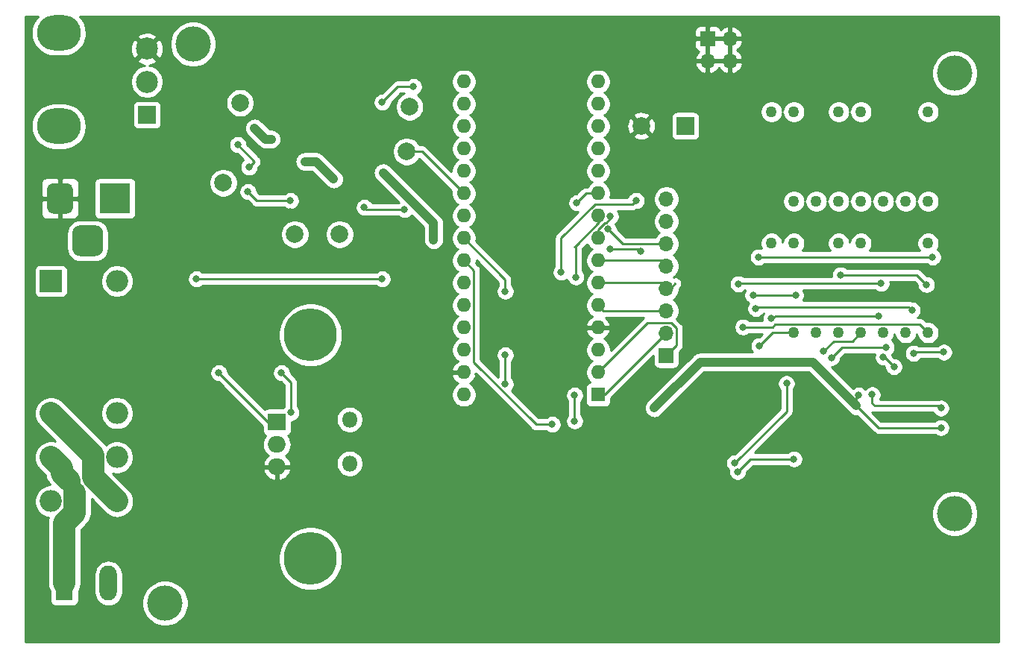
<source format=gbr>
%TF.GenerationSoftware,KiCad,Pcbnew,(5.1.6-0-10_14)*%
%TF.CreationDate,2021-01-23T16:50:38-08:00*%
%TF.ProjectId,temperatureController,74656d70-6572-4617-9475-7265436f6e74,rev?*%
%TF.SameCoordinates,Original*%
%TF.FileFunction,Copper,L2,Bot*%
%TF.FilePolarity,Positive*%
%FSLAX46Y46*%
G04 Gerber Fmt 4.6, Leading zero omitted, Abs format (unit mm)*
G04 Created by KiCad (PCBNEW (5.1.6-0-10_14)) date 2021-01-23 16:50:38*
%MOMM*%
%LPD*%
G01*
G04 APERTURE LIST*
%TA.AperFunction,ComponentPad*%
%ADD10C,6.000000*%
%TD*%
%TA.AperFunction,ComponentPad*%
%ADD11O,2.500000X2.500000*%
%TD*%
%TA.AperFunction,ComponentPad*%
%ADD12R,2.500000X2.500000*%
%TD*%
%TA.AperFunction,ComponentPad*%
%ADD13O,1.700000X1.700000*%
%TD*%
%TA.AperFunction,ComponentPad*%
%ADD14R,1.700000X1.700000*%
%TD*%
%TA.AperFunction,ComponentPad*%
%ADD15O,1.600000X1.600000*%
%TD*%
%TA.AperFunction,ComponentPad*%
%ADD16R,1.600000X1.600000*%
%TD*%
%TA.AperFunction,ComponentPad*%
%ADD17O,1.800000X1.800000*%
%TD*%
%TA.AperFunction,ComponentPad*%
%ADD18C,2.000000*%
%TD*%
%TA.AperFunction,ComponentPad*%
%ADD19O,2.000000X1.905000*%
%TD*%
%TA.AperFunction,ComponentPad*%
%ADD20R,2.000000X1.905000*%
%TD*%
%TA.AperFunction,ComponentPad*%
%ADD21C,4.000000*%
%TD*%
%TA.AperFunction,ComponentPad*%
%ADD22O,5.000000X4.000000*%
%TD*%
%TA.AperFunction,ComponentPad*%
%ADD23C,2.500000*%
%TD*%
%TA.AperFunction,ComponentPad*%
%ADD24R,2.000000X2.000000*%
%TD*%
%TA.AperFunction,ComponentPad*%
%ADD25C,1.270000*%
%TD*%
%TA.AperFunction,ComponentPad*%
%ADD26O,1.980000X3.960000*%
%TD*%
%TA.AperFunction,ComponentPad*%
%ADD27R,1.980000X3.960000*%
%TD*%
%TA.AperFunction,ComponentPad*%
%ADD28R,3.500000X3.500000*%
%TD*%
%TA.AperFunction,ViaPad*%
%ADD29C,0.800000*%
%TD*%
%TA.AperFunction,Conductor*%
%ADD30C,0.250000*%
%TD*%
%TA.AperFunction,Conductor*%
%ADD31C,1.000000*%
%TD*%
%TA.AperFunction,Conductor*%
%ADD32C,2.500000*%
%TD*%
%TA.AperFunction,Conductor*%
%ADD33C,0.254000*%
%TD*%
G04 APERTURE END LIST*
D10*
%TO.P,HS1,1*%
%TO.N,Net-(HS1-Pad1)*%
X152400000Y-119380000D03*
X152400000Y-93980000D03*
%TD*%
D11*
%TO.P,RL1,8*%
%TO.N,Net-(Q2-Pad3)*%
X130436000Y-87870000D03*
%TO.P,RL1,7*%
%TO.N,/VSNSH*%
X130436000Y-102870000D03*
%TO.P,RL1,6*%
%TO.N,/TECL*%
X130436000Y-107870000D03*
%TO.P,RL1,5*%
%TO.N,VDD*%
X130436000Y-112870000D03*
%TO.P,RL1,4*%
%TO.N,/VSNSH*%
X122936000Y-112870000D03*
%TO.P,RL1,3*%
%TO.N,/TECH*%
X122936000Y-107870000D03*
%TO.P,RL1,2*%
%TO.N,VDD*%
X122936000Y-102870000D03*
D12*
%TO.P,RL1,1*%
X122936000Y-87870000D03*
%TD*%
D13*
%TO.P,J5,4*%
%TO.N,GND*%
X200025000Y-62865000D03*
%TO.P,J5,3*%
X197485000Y-62865000D03*
%TO.P,J5,2*%
X200025000Y-60325000D03*
D14*
%TO.P,J5,1*%
X197485000Y-60325000D03*
%TD*%
D15*
%TO.P,A1,16*%
%TO.N,/SCK*%
X169799000Y-65214500D03*
%TO.P,A1,15*%
%TO.N,/MISO*%
X185039000Y-65214500D03*
%TO.P,A1,30*%
%TO.N,Net-(A1-Pad30)*%
X169799000Y-100774500D03*
%TO.P,A1,14*%
%TO.N,/MOSI*%
X185039000Y-67754500D03*
%TO.P,A1,29*%
%TO.N,GND*%
X169799000Y-98234500D03*
%TO.P,A1,13*%
%TO.N,/SS*%
X185039000Y-70294500D03*
%TO.P,A1,28*%
%TO.N,Net-(A1-Pad28)*%
X169799000Y-95694500D03*
%TO.P,A1,12*%
%TO.N,Net-(A1-Pad12)*%
X185039000Y-72834500D03*
%TO.P,A1,27*%
%TO.N,VDD*%
X169799000Y-93154500D03*
%TO.P,A1,11*%
%TO.N,Net-(A1-Pad11)*%
X185039000Y-75374500D03*
%TO.P,A1,26*%
%TO.N,/A7*%
X169799000Y-90614500D03*
%TO.P,A1,10*%
%TO.N,/RELAY*%
X185039000Y-77914500D03*
%TO.P,A1,25*%
%TO.N,/A6*%
X169799000Y-88074500D03*
%TO.P,A1,9*%
%TO.N,/ALT*%
X185039000Y-80454500D03*
%TO.P,A1,24*%
%TO.N,/SCL*%
X169799000Y-85534500D03*
%TO.P,A1,8*%
%TO.N,/VDRIVE*%
X185039000Y-82994500D03*
%TO.P,A1,23*%
%TO.N,/SDA*%
X169799000Y-82994500D03*
%TO.P,A1,7*%
%TO.N,/D4*%
X185039000Y-85534500D03*
%TO.P,A1,22*%
%TO.N,/A3*%
X169799000Y-80454500D03*
%TO.P,A1,6*%
%TO.N,/D3*%
X185039000Y-88074500D03*
%TO.P,A1,21*%
%TO.N,/VSNSL_F*%
X169799000Y-77914500D03*
%TO.P,A1,5*%
%TO.N,/D2*%
X185039000Y-90614500D03*
%TO.P,A1,20*%
%TO.N,/TSET*%
X169799000Y-75374500D03*
%TO.P,A1,4*%
%TO.N,GND*%
X185039000Y-93154500D03*
%TO.P,A1,19*%
%TO.N,/VSNSH_F*%
X169799000Y-72834500D03*
%TO.P,A1,3*%
%TO.N,Net-(A1-Pad3)*%
X185039000Y-95694500D03*
%TO.P,A1,18*%
%TO.N,Net-(A1-Pad18)*%
X169799000Y-70294500D03*
%TO.P,A1,2*%
%TO.N,/D0*%
X185039000Y-98234500D03*
%TO.P,A1,17*%
%TO.N,Net-(A1-Pad17)*%
X169799000Y-67754500D03*
D16*
%TO.P,A1,1*%
%TO.N,/D1*%
X185039000Y-100774500D03*
%TD*%
D17*
%TO.P,R2,2*%
%TO.N,/VSNSH*%
X156845000Y-103585000D03*
%TO.P,R2,1*%
%TO.N,/VSNSL*%
X156845000Y-108585000D03*
%TD*%
D18*
%TO.P,TP4,1*%
%TO.N,/VDRIVE*%
X142494000Y-76708000D03*
%TD*%
%TO.P,TP6,1*%
%TO.N,/VSNSH*%
X155702000Y-82550000D03*
%TD*%
%TO.P,TP5,1*%
%TO.N,/VSNSH_F*%
X163639500Y-68072000D03*
%TD*%
%TO.P,TP2,1*%
%TO.N,/VSNSL_F*%
X163322000Y-73152000D03*
%TD*%
%TO.P,TP1,1*%
%TO.N,/VSNSL*%
X150622000Y-82550000D03*
%TD*%
D19*
%TO.P,Q1,3*%
%TO.N,GND*%
X148590000Y-108966000D03*
%TO.P,Q1,2*%
%TO.N,/VSNSL*%
X148590000Y-106426000D03*
D20*
%TO.P,Q1,1*%
%TO.N,/VDR_F*%
X148590000Y-103886000D03*
%TD*%
D18*
%TO.P,TP3,1*%
%TO.N,/TSET*%
X144399000Y-67627500D03*
%TD*%
D21*
%TO.P,H4,1*%
%TO.N,N/C*%
X225527000Y-114270000D03*
%TD*%
%TO.P,H3,1*%
%TO.N,N/C*%
X139065000Y-60960000D03*
%TD*%
%TO.P,H2,1*%
%TO.N,N/C*%
X225527000Y-64270000D03*
%TD*%
%TO.P,H1,1*%
%TO.N,N/C*%
X135890000Y-124460000D03*
%TD*%
D22*
%TO.P,RV1,*%
%TO.N,*%
X123825000Y-70290000D03*
X123825000Y-59690000D03*
D23*
%TO.P,RV1,3*%
%TO.N,GND*%
X133825000Y-61490000D03*
%TO.P,RV1,2*%
%TO.N,/TSET*%
X133825000Y-65240000D03*
D24*
%TO.P,RV1,1*%
%TO.N,VDD*%
X133825000Y-68990000D03*
%TD*%
D25*
%TO.P,LED2,15*%
%TO.N,/SEGF*%
X204724000Y-83566000D03*
%TO.P,LED2,14*%
%TO.N,/DIG7_D*%
X207264000Y-83566000D03*
%TO.P,LED2,12*%
%TO.N,/SEGA*%
X212344000Y-83566000D03*
%TO.P,LED2,11*%
%TO.N,/SEGB*%
X214884000Y-83566000D03*
%TO.P,LED2,8*%
%TO.N,/SEGG*%
X222504000Y-83566000D03*
%TO.P,LED2,7*%
%TO.N,/DIG5*%
X222504000Y-93726000D03*
%TO.P,LED2,6*%
%TO.N,/SEGDP*%
X219964000Y-93726000D03*
%TO.P,LED2,5*%
%TO.N,/DIG4*%
X217424000Y-93726000D03*
%TO.P,LED2,4*%
%TO.N,/SEGD*%
X214884000Y-93726000D03*
%TO.P,LED2,3*%
%TO.N,/SEGC*%
X212344000Y-93726000D03*
%TO.P,LED2,2*%
%TO.N,/SEGE*%
X209804000Y-93726000D03*
%TO.P,LED2,1*%
%TO.N,/DIG3*%
X207264000Y-93726000D03*
%TD*%
%TO.P,LED1,15*%
%TO.N,/SEGF*%
X204724000Y-68643500D03*
%TO.P,LED1,14*%
%TO.N,/DIG6_D*%
X207264000Y-68643500D03*
%TO.P,LED1,12*%
%TO.N,/SEGA*%
X212344000Y-68643500D03*
%TO.P,LED1,11*%
%TO.N,/SEGB*%
X214884000Y-68643500D03*
%TO.P,LED1,8*%
%TO.N,/SEGG*%
X222504000Y-68643500D03*
%TO.P,LED1,7*%
%TO.N,/DIG2*%
X222504000Y-78803500D03*
%TO.P,LED1,6*%
%TO.N,/SEGDP*%
X219964000Y-78803500D03*
%TO.P,LED1,5*%
%TO.N,/DIG1*%
X217424000Y-78803500D03*
%TO.P,LED1,4*%
%TO.N,/SEGD*%
X214884000Y-78803500D03*
%TO.P,LED1,3*%
%TO.N,/SEGC*%
X212344000Y-78803500D03*
%TO.P,LED1,2*%
%TO.N,/SEGE*%
X209804000Y-78803500D03*
%TO.P,LED1,1*%
%TO.N,/DIG0*%
X207264000Y-78803500D03*
%TD*%
D13*
%TO.P,J4,8*%
%TO.N,/A7*%
X192786000Y-78549500D03*
%TO.P,J4,7*%
%TO.N,/A6*%
X192786000Y-81089500D03*
%TO.P,J4,6*%
%TO.N,/A3*%
X192786000Y-83629500D03*
%TO.P,J4,5*%
%TO.N,/D4*%
X192786000Y-86169500D03*
%TO.P,J4,4*%
%TO.N,/D3*%
X192786000Y-88709500D03*
%TO.P,J4,3*%
%TO.N,/D2*%
X192786000Y-91249500D03*
%TO.P,J4,2*%
%TO.N,/D1*%
X192786000Y-93789500D03*
D14*
%TO.P,J4,1*%
%TO.N,/D0*%
X192786000Y-96329500D03*
%TD*%
D26*
%TO.P,J2,2*%
%TO.N,/TECL*%
X129460000Y-122174000D03*
D27*
%TO.P,J2,1*%
%TO.N,/TECH*%
X124460000Y-122174000D03*
%TD*%
%TO.P,J1,3*%
%TO.N,N/C*%
%TA.AperFunction,ComponentPad*%
G36*
G01*
X125352000Y-84161000D02*
X125352000Y-82411000D01*
G75*
G02*
X126227000Y-81536000I875000J0D01*
G01*
X127977000Y-81536000D01*
G75*
G02*
X128852000Y-82411000I0J-875000D01*
G01*
X128852000Y-84161000D01*
G75*
G02*
X127977000Y-85036000I-875000J0D01*
G01*
X126227000Y-85036000D01*
G75*
G02*
X125352000Y-84161000I0J875000D01*
G01*
G37*
%TD.AperFunction*%
%TO.P,J1,2*%
%TO.N,GND*%
%TA.AperFunction,ComponentPad*%
G36*
G01*
X122452000Y-79486000D02*
X122452000Y-77486000D01*
G75*
G02*
X123202000Y-76736000I750000J0D01*
G01*
X124702000Y-76736000D01*
G75*
G02*
X125452000Y-77486000I0J-750000D01*
G01*
X125452000Y-79486000D01*
G75*
G02*
X124702000Y-80236000I-750000J0D01*
G01*
X123202000Y-80236000D01*
G75*
G02*
X122452000Y-79486000I0J750000D01*
G01*
G37*
%TD.AperFunction*%
D28*
%TO.P,J1,1*%
%TO.N,VDD*%
X130202000Y-78486000D03*
%TD*%
D18*
%TO.P,C1,2*%
%TO.N,GND*%
X189945000Y-70231000D03*
D24*
%TO.P,C1,1*%
%TO.N,VDD*%
X194945000Y-70231000D03*
%TD*%
D29*
%TO.N,/MISO*%
X206438500Y-99504500D03*
X200555016Y-108544081D03*
%TO.N,/MOSI*%
X207264000Y-108077000D03*
X200881263Y-109506737D03*
%TO.N,GND*%
X218249500Y-110172500D03*
X212217000Y-106807000D03*
X158750000Y-72390000D03*
X143510000Y-81534000D03*
X145034000Y-79756000D03*
X150114000Y-80010000D03*
X137668000Y-90678000D03*
X175514000Y-115570000D03*
%TO.N,VDD*%
X214630000Y-100838000D03*
X191412999Y-102274501D03*
X198070039Y-97077961D03*
X223964500Y-104521000D03*
X144145000Y-72390000D03*
X145415000Y-74930000D03*
X146050000Y-70485000D03*
X147955000Y-71755000D03*
X151765000Y-74295000D03*
X155020153Y-76280153D03*
X166370000Y-83185000D03*
X165735000Y-80645000D03*
X160655000Y-75565000D03*
%TO.N,/A7*%
X189357000Y-78740000D03*
X180848000Y-86868000D03*
%TO.N,/A6*%
X186436000Y-84201000D03*
X189865000Y-84455000D03*
%TO.N,/SCL*%
X179832000Y-104140000D03*
%TO.N,/SDA*%
X174498000Y-99568000D03*
X174498000Y-96266000D03*
X174498000Y-89027000D03*
%TO.N,/A3*%
X186182000Y-81978500D03*
%TO.N,/VDRIVE*%
X160528000Y-67564000D03*
X164084000Y-65786000D03*
X186437558Y-80518070D03*
%TO.N,/SEGF*%
X203263500Y-85153500D03*
X223012000Y-85153500D03*
X224282000Y-95948500D03*
X220853000Y-96075500D03*
%TO.N,/SEGA*%
X212579001Y-87185500D03*
X222313500Y-88265000D03*
%TO.N,/SEGB*%
X218630500Y-97599500D03*
X217424000Y-96520000D03*
%TO.N,/DIG2*%
X220689000Y-91186000D03*
X202946000Y-90995500D03*
%TO.N,/SEGDP*%
X211555500Y-96556403D03*
X217741500Y-95377000D03*
%TO.N,/DIG1*%
X217170000Y-88138000D03*
X200977500Y-88201500D03*
%TO.N,/SEGD*%
X210629500Y-95821500D03*
%TO.N,/DIG7_D*%
X202628500Y-89471500D03*
X207454500Y-89471500D03*
%TO.N,/DIG5*%
X201495999Y-93091000D03*
%TO.N,/DIG4*%
X216852500Y-91821000D03*
X204697500Y-92138500D03*
%TO.N,/DIG3*%
X203347470Y-95227960D03*
%TO.N,/ISET*%
X216154000Y-100774500D03*
X223964500Y-102298500D03*
%TO.N,/VSNSL*%
X150174067Y-102796137D03*
X149098000Y-98298000D03*
%TO.N,/ALT*%
X182372000Y-103759000D03*
X182372000Y-100838000D03*
X182528402Y-87405402D03*
%TO.N,/RELAY*%
X139446000Y-87630000D03*
X160528000Y-87630000D03*
X182626000Y-78994000D03*
%TO.N,/VBIAS*%
X145288000Y-77724000D03*
X150114000Y-78740000D03*
%TO.N,/VSNSH-*%
X163068000Y-79756000D03*
X158496000Y-79502000D03*
%TO.N,/VDR_F*%
X141986000Y-98298000D03*
%TD*%
D30*
%TO.N,/MISO*%
X206438500Y-102660597D02*
X200555016Y-108544081D01*
X206438500Y-99504500D02*
X206438500Y-102660597D01*
%TO.N,/MOSI*%
X202311000Y-108077000D02*
X200881263Y-109506737D01*
X207264000Y-108077000D02*
X202311000Y-108077000D01*
%TO.N,VDD*%
X214367000Y-101101000D02*
X214630000Y-100838000D01*
X214367000Y-102044500D02*
X214367000Y-101101000D01*
D31*
X209400461Y-97077961D02*
X214367000Y-102044500D01*
X201662461Y-97077961D02*
X209400461Y-97077961D01*
X196609539Y-97077961D02*
X191412999Y-102274501D01*
X198070039Y-97077961D02*
X196609539Y-97077961D01*
X201662461Y-97077961D02*
X198070039Y-97077961D01*
D30*
X214367000Y-102044500D02*
X216843500Y-104521000D01*
X216843500Y-104521000D02*
X223964500Y-104521000D01*
D32*
X127735999Y-110169999D02*
X130436000Y-112870000D01*
X127735999Y-107669999D02*
X127735999Y-110169999D01*
X122936000Y-102870000D02*
X127735999Y-107669999D01*
D30*
X144145000Y-72390000D02*
X146050000Y-74295000D01*
X146050000Y-74295000D02*
X145415000Y-74930000D01*
D31*
X146050000Y-70485000D02*
X147320000Y-71755000D01*
X147320000Y-71755000D02*
X147955000Y-71755000D01*
X151765000Y-74295000D02*
X153035000Y-74295000D01*
X153035000Y-74295000D02*
X155020153Y-76280153D01*
X166370000Y-83185000D02*
X166370000Y-81280000D01*
X166370000Y-81280000D02*
X165735000Y-80645000D01*
X160655000Y-75565000D02*
X165735000Y-80645000D01*
D30*
%TO.N,/A7*%
X184688499Y-79139999D02*
X180848000Y-82980498D01*
X188957001Y-79139999D02*
X184688499Y-79139999D01*
X189357000Y-78740000D02*
X188957001Y-79139999D01*
X180848000Y-82980498D02*
X180848000Y-86868000D01*
%TO.N,/A6*%
X186436000Y-84201000D02*
X189801500Y-84201000D01*
X189865000Y-84264500D02*
X189865000Y-84455000D01*
X189801500Y-84201000D02*
X189865000Y-84264500D01*
%TO.N,/SCL*%
X170924001Y-86659501D02*
X169799000Y-85534500D01*
X170924001Y-97067003D02*
X170924001Y-86659501D01*
X177996998Y-104140000D02*
X170924001Y-97067003D01*
X179832000Y-104140000D02*
X177996998Y-104140000D01*
%TO.N,/SDA*%
X174498000Y-87693500D02*
X169799000Y-82994500D01*
X174498000Y-99568000D02*
X174498000Y-96266000D01*
X174498000Y-87693500D02*
X174498000Y-89027000D01*
%TO.N,/A3*%
X187833000Y-83629500D02*
X192786000Y-83629500D01*
X186182000Y-81978500D02*
X187833000Y-83629500D01*
%TO.N,/D3*%
X193311999Y-88628001D02*
X193802000Y-88138000D01*
X192151000Y-88074500D02*
X192786000Y-88709500D01*
X185039000Y-88074500D02*
X192151000Y-88074500D01*
%TO.N,/D2*%
X185674000Y-91249500D02*
X185039000Y-90614500D01*
X192786000Y-91249500D02*
X185674000Y-91249500D01*
%TO.N,/D0*%
X190659001Y-92614499D02*
X185039000Y-98234500D01*
X193350001Y-92614499D02*
X190659001Y-92614499D01*
X193961001Y-93225499D02*
X193350001Y-92614499D01*
X193961001Y-95154499D02*
X193961001Y-93225499D01*
X192786000Y-96329500D02*
X193961001Y-95154499D01*
%TO.N,/D1*%
X185801000Y-100774500D02*
X185039000Y-100774500D01*
X192786000Y-93789500D02*
X185801000Y-100774500D01*
%TO.N,/VDRIVE*%
X160528000Y-67564000D02*
X162306000Y-65786000D01*
X162306000Y-65786000D02*
X164084000Y-65786000D01*
X186437558Y-80518070D02*
X186437558Y-80770442D01*
X185039000Y-82048498D02*
X185039000Y-82994500D01*
X185833999Y-81253499D02*
X185039000Y-82048498D01*
X185954501Y-81253499D02*
X185833999Y-81253499D01*
X186437558Y-80770442D02*
X185954501Y-81253499D01*
%TO.N,/SEGF*%
X203263500Y-85153500D02*
X223012000Y-85153500D01*
X224282000Y-95948500D02*
X220980000Y-95948500D01*
X220980000Y-95948500D02*
X220853000Y-96075500D01*
%TO.N,/SEGA*%
X212579001Y-87185500D02*
X221234000Y-87185500D01*
X221234000Y-87185500D02*
X222313500Y-88265000D01*
%TO.N,/SEGB*%
X218630500Y-97599500D02*
X217551000Y-96520000D01*
X217551000Y-96520000D02*
X217424000Y-96520000D01*
%TO.N,/DIG2*%
X220289001Y-90786001D02*
X203155499Y-90786001D01*
X220689000Y-91186000D02*
X220289001Y-90786001D01*
X203155499Y-90786001D02*
X202946000Y-90995500D01*
%TO.N,/SEGDP*%
X211555500Y-96556403D02*
X212734903Y-95377000D01*
X212734903Y-95377000D02*
X217741500Y-95377000D01*
%TO.N,/DIG1*%
X201041000Y-88138000D02*
X200977500Y-88201500D01*
X217170000Y-88138000D02*
X201041000Y-88138000D01*
%TO.N,/SEGD*%
X213923999Y-94686001D02*
X214884000Y-93726000D01*
X211764999Y-94686001D02*
X213923999Y-94686001D01*
X210629500Y-95821500D02*
X211764999Y-94686001D01*
%TO.N,/DIG7_D*%
X202628500Y-89471500D02*
X207454500Y-89471500D01*
%TO.N,/DIG5*%
X205143003Y-92765999D02*
X204818002Y-93091000D01*
X221543999Y-92765999D02*
X205143003Y-92765999D01*
X204818002Y-93091000D02*
X201495999Y-93091000D01*
X222504000Y-93726000D02*
X221543999Y-92765999D01*
%TO.N,/DIG4*%
X216852500Y-91821000D02*
X205168500Y-91821000D01*
X204851000Y-92138500D02*
X204697500Y-92138500D01*
X205168500Y-91821000D02*
X204851000Y-92138500D01*
%TO.N,/DIG3*%
X204849430Y-93726000D02*
X203347470Y-95227960D01*
X207264000Y-93726000D02*
X204849430Y-93726000D01*
%TO.N,/ISET*%
X216154000Y-101781500D02*
X216417000Y-102044500D01*
X216154000Y-100774500D02*
X216154000Y-101781500D01*
X216417000Y-102044500D02*
X223837500Y-102044500D01*
X223964500Y-102171500D02*
X223964500Y-102298500D01*
X223837500Y-102044500D02*
X223964500Y-102171500D01*
%TO.N,/D4*%
X192151000Y-85534500D02*
X192786000Y-86169500D01*
X185039000Y-85534500D02*
X192151000Y-85534500D01*
%TO.N,/VSNSL*%
X150174067Y-102796137D02*
X150174067Y-99374067D01*
X150174067Y-99374067D02*
X149098000Y-98298000D01*
%TO.N,/ALT*%
X185166000Y-80581500D02*
X185039000Y-80454500D01*
X185166000Y-81202498D02*
X185166000Y-80581500D01*
X182372000Y-103759000D02*
X182372000Y-100838000D01*
X182528402Y-87405402D02*
X182528402Y-83840096D01*
X182587249Y-83781249D02*
X185166000Y-81202498D01*
X182528402Y-83840096D02*
X182587249Y-83781249D01*
X182372000Y-83996498D02*
X182587249Y-83781249D01*
%TO.N,/VSNSL_F*%
X165036500Y-73152000D02*
X169799000Y-77914500D01*
X163322000Y-73152000D02*
X165036500Y-73152000D01*
%TO.N,/RELAY*%
X139446000Y-87630000D02*
X160528000Y-87630000D01*
X185039000Y-77914500D02*
X183705500Y-77914500D01*
X183705500Y-77914500D02*
X182626000Y-78994000D01*
D32*
%TO.N,/TECH*%
X124185999Y-109707999D02*
X125035989Y-110557989D01*
X124185999Y-109119999D02*
X124185999Y-109707999D01*
X122936000Y-107870000D02*
X124185999Y-109119999D01*
D31*
X125035989Y-121598011D02*
X124460000Y-122174000D01*
X125035989Y-110557989D02*
X125035989Y-121598011D01*
D32*
X125636001Y-114166001D02*
X125636001Y-111888391D01*
X124460000Y-115342002D02*
X125636001Y-114166001D01*
X124460000Y-122174000D02*
X124460000Y-115342002D01*
D30*
%TO.N,/VBIAS*%
X145288000Y-77724000D02*
X146304000Y-78740000D01*
X146304000Y-78740000D02*
X150114000Y-78740000D01*
%TO.N,/VSNSH-*%
X163068000Y-79756000D02*
X159004000Y-79756000D01*
X158750000Y-79756000D02*
X158496000Y-79502000D01*
X159004000Y-79756000D02*
X158750000Y-79756000D01*
%TO.N,/VDR_F*%
X147574000Y-103886000D02*
X148590000Y-103886000D01*
X141986000Y-98298000D02*
X147574000Y-103886000D01*
%TD*%
D33*
%TO.N,GND*%
G36*
X121452759Y-57817759D02*
G01*
X121123477Y-58218989D01*
X120878799Y-58676750D01*
X120728127Y-59173450D01*
X120677251Y-59690000D01*
X120728127Y-60206550D01*
X120878799Y-60703250D01*
X121123477Y-61161011D01*
X121452759Y-61562241D01*
X121853989Y-61891523D01*
X122311750Y-62136201D01*
X122808450Y-62286873D01*
X123195558Y-62325000D01*
X124454442Y-62325000D01*
X124841550Y-62286873D01*
X125338250Y-62136201D01*
X125796011Y-61891523D01*
X126197241Y-61562241D01*
X126213273Y-61542706D01*
X131931611Y-61542706D01*
X131978275Y-61911075D01*
X132095906Y-62263262D01*
X132221423Y-62498086D01*
X132511395Y-62624000D01*
X133645395Y-61490000D01*
X134004605Y-61490000D01*
X135138605Y-62624000D01*
X135428577Y-62498086D01*
X135594433Y-62165874D01*
X135692290Y-61807688D01*
X135718389Y-61437294D01*
X135671725Y-61068925D01*
X135554094Y-60716738D01*
X135545402Y-60700475D01*
X136430000Y-60700475D01*
X136430000Y-61219525D01*
X136531261Y-61728601D01*
X136729893Y-62208141D01*
X137018262Y-62639715D01*
X137385285Y-63006738D01*
X137816859Y-63295107D01*
X138296399Y-63493739D01*
X138805475Y-63595000D01*
X139324525Y-63595000D01*
X139833601Y-63493739D01*
X140313141Y-63295107D01*
X140422717Y-63221890D01*
X196043524Y-63221890D01*
X196088175Y-63369099D01*
X196213359Y-63631920D01*
X196387412Y-63865269D01*
X196603645Y-64060178D01*
X196853748Y-64209157D01*
X197128109Y-64306481D01*
X197358000Y-64185814D01*
X197358000Y-62992000D01*
X197612000Y-62992000D01*
X197612000Y-64185814D01*
X197841891Y-64306481D01*
X198116252Y-64209157D01*
X198366355Y-64060178D01*
X198582588Y-63865269D01*
X198755000Y-63634120D01*
X198927412Y-63865269D01*
X199143645Y-64060178D01*
X199393748Y-64209157D01*
X199668109Y-64306481D01*
X199898000Y-64185814D01*
X199898000Y-62992000D01*
X200152000Y-62992000D01*
X200152000Y-64185814D01*
X200381891Y-64306481D01*
X200656252Y-64209157D01*
X200906355Y-64060178D01*
X200961495Y-64010475D01*
X222892000Y-64010475D01*
X222892000Y-64529525D01*
X222993261Y-65038601D01*
X223191893Y-65518141D01*
X223480262Y-65949715D01*
X223847285Y-66316738D01*
X224278859Y-66605107D01*
X224758399Y-66803739D01*
X225267475Y-66905000D01*
X225786525Y-66905000D01*
X226295601Y-66803739D01*
X226775141Y-66605107D01*
X227206715Y-66316738D01*
X227573738Y-65949715D01*
X227862107Y-65518141D01*
X228060739Y-65038601D01*
X228162000Y-64529525D01*
X228162000Y-64010475D01*
X228060739Y-63501399D01*
X227862107Y-63021859D01*
X227573738Y-62590285D01*
X227206715Y-62223262D01*
X226775141Y-61934893D01*
X226295601Y-61736261D01*
X225786525Y-61635000D01*
X225267475Y-61635000D01*
X224758399Y-61736261D01*
X224278859Y-61934893D01*
X223847285Y-62223262D01*
X223480262Y-62590285D01*
X223191893Y-63021859D01*
X222993261Y-63501399D01*
X222892000Y-64010475D01*
X200961495Y-64010475D01*
X201122588Y-63865269D01*
X201296641Y-63631920D01*
X201421825Y-63369099D01*
X201466476Y-63221890D01*
X201345155Y-62992000D01*
X200152000Y-62992000D01*
X199898000Y-62992000D01*
X197612000Y-62992000D01*
X197358000Y-62992000D01*
X196164845Y-62992000D01*
X196043524Y-63221890D01*
X140422717Y-63221890D01*
X140744715Y-63006738D01*
X141111738Y-62639715D01*
X141400107Y-62208141D01*
X141598739Y-61728601D01*
X141700000Y-61219525D01*
X141700000Y-61175000D01*
X195996928Y-61175000D01*
X196009188Y-61299482D01*
X196045498Y-61419180D01*
X196104463Y-61529494D01*
X196183815Y-61626185D01*
X196280506Y-61705537D01*
X196390820Y-61764502D01*
X196471466Y-61788966D01*
X196387412Y-61864731D01*
X196213359Y-62098080D01*
X196088175Y-62360901D01*
X196043524Y-62508110D01*
X196164845Y-62738000D01*
X197358000Y-62738000D01*
X197358000Y-60452000D01*
X197612000Y-60452000D01*
X197612000Y-62738000D01*
X199898000Y-62738000D01*
X199898000Y-60452000D01*
X200152000Y-60452000D01*
X200152000Y-62738000D01*
X201345155Y-62738000D01*
X201466476Y-62508110D01*
X201421825Y-62360901D01*
X201296641Y-62098080D01*
X201122588Y-61864731D01*
X200906355Y-61669822D01*
X200780745Y-61595000D01*
X200906355Y-61520178D01*
X201122588Y-61325269D01*
X201296641Y-61091920D01*
X201421825Y-60829099D01*
X201466476Y-60681890D01*
X201345155Y-60452000D01*
X200152000Y-60452000D01*
X199898000Y-60452000D01*
X197612000Y-60452000D01*
X197358000Y-60452000D01*
X196158750Y-60452000D01*
X196000000Y-60610750D01*
X195996928Y-61175000D01*
X141700000Y-61175000D01*
X141700000Y-60700475D01*
X141598739Y-60191399D01*
X141400107Y-59711859D01*
X141241843Y-59475000D01*
X195996928Y-59475000D01*
X196000000Y-60039250D01*
X196158750Y-60198000D01*
X197358000Y-60198000D01*
X197358000Y-58998750D01*
X197612000Y-58998750D01*
X197612000Y-60198000D01*
X199898000Y-60198000D01*
X199898000Y-59004186D01*
X200152000Y-59004186D01*
X200152000Y-60198000D01*
X201345155Y-60198000D01*
X201466476Y-59968110D01*
X201421825Y-59820901D01*
X201296641Y-59558080D01*
X201122588Y-59324731D01*
X200906355Y-59129822D01*
X200656252Y-58980843D01*
X200381891Y-58883519D01*
X200152000Y-59004186D01*
X199898000Y-59004186D01*
X199668109Y-58883519D01*
X199393748Y-58980843D01*
X199143645Y-59129822D01*
X198947498Y-59306626D01*
X198924502Y-59230820D01*
X198865537Y-59120506D01*
X198786185Y-59023815D01*
X198689494Y-58944463D01*
X198579180Y-58885498D01*
X198459482Y-58849188D01*
X198335000Y-58836928D01*
X197770750Y-58840000D01*
X197612000Y-58998750D01*
X197358000Y-58998750D01*
X197199250Y-58840000D01*
X196635000Y-58836928D01*
X196510518Y-58849188D01*
X196390820Y-58885498D01*
X196280506Y-58944463D01*
X196183815Y-59023815D01*
X196104463Y-59120506D01*
X196045498Y-59230820D01*
X196009188Y-59350518D01*
X195996928Y-59475000D01*
X141241843Y-59475000D01*
X141111738Y-59280285D01*
X140744715Y-58913262D01*
X140313141Y-58624893D01*
X139833601Y-58426261D01*
X139324525Y-58325000D01*
X138805475Y-58325000D01*
X138296399Y-58426261D01*
X137816859Y-58624893D01*
X137385285Y-58913262D01*
X137018262Y-59280285D01*
X136729893Y-59711859D01*
X136531261Y-60191399D01*
X136430000Y-60700475D01*
X135545402Y-60700475D01*
X135428577Y-60481914D01*
X135138605Y-60356000D01*
X134004605Y-61490000D01*
X133645395Y-61490000D01*
X132511395Y-60356000D01*
X132221423Y-60481914D01*
X132055567Y-60814126D01*
X131957710Y-61172312D01*
X131931611Y-61542706D01*
X126213273Y-61542706D01*
X126526523Y-61161011D01*
X126771201Y-60703250D01*
X126921873Y-60206550D01*
X126924843Y-60176395D01*
X132691000Y-60176395D01*
X133825000Y-61310395D01*
X134959000Y-60176395D01*
X134833086Y-59886423D01*
X134500874Y-59720567D01*
X134142688Y-59622710D01*
X133772294Y-59596611D01*
X133403925Y-59643275D01*
X133051738Y-59760906D01*
X132816914Y-59886423D01*
X132691000Y-60176395D01*
X126924843Y-60176395D01*
X126972749Y-59690000D01*
X126921873Y-59173450D01*
X126771201Y-58676750D01*
X126526523Y-58218989D01*
X126197241Y-57817759D01*
X126187787Y-57810000D01*
X230480000Y-57810000D01*
X230480001Y-128880000D01*
X120040000Y-128880000D01*
X120040000Y-102870000D01*
X121041881Y-102870000D01*
X121051000Y-102962589D01*
X121051000Y-103055656D01*
X121069156Y-103146931D01*
X121078275Y-103239524D01*
X121105283Y-103328557D01*
X121123439Y-103419834D01*
X121159055Y-103505820D01*
X121186062Y-103594848D01*
X121229917Y-103676895D01*
X121265534Y-103762882D01*
X121317242Y-103840269D01*
X121361098Y-103922317D01*
X121420119Y-103994234D01*
X121471825Y-104071618D01*
X121734382Y-104334175D01*
X121734385Y-104334177D01*
X123450648Y-106050440D01*
X123394557Y-106039283D01*
X123305524Y-106012275D01*
X123212931Y-106003156D01*
X123121656Y-105985000D01*
X123028589Y-105985000D01*
X122936000Y-105975881D01*
X122843411Y-105985000D01*
X122750344Y-105985000D01*
X122659069Y-106003156D01*
X122566476Y-106012275D01*
X122477443Y-106039283D01*
X122386166Y-106057439D01*
X122300180Y-106093055D01*
X122211152Y-106120062D01*
X122129105Y-106163917D01*
X122043118Y-106199534D01*
X121965731Y-106251242D01*
X121883683Y-106295098D01*
X121811766Y-106354119D01*
X121734382Y-106405825D01*
X121668575Y-106471632D01*
X121596655Y-106530655D01*
X121537632Y-106602575D01*
X121471825Y-106668382D01*
X121420119Y-106745766D01*
X121361098Y-106817683D01*
X121317242Y-106899731D01*
X121265534Y-106977118D01*
X121229917Y-107063105D01*
X121186062Y-107145152D01*
X121159055Y-107234180D01*
X121123439Y-107320166D01*
X121105283Y-107411443D01*
X121078275Y-107500476D01*
X121069156Y-107593069D01*
X121051000Y-107684344D01*
X121051000Y-107777411D01*
X121041881Y-107870000D01*
X121051000Y-107962589D01*
X121051000Y-108055656D01*
X121069156Y-108146931D01*
X121078275Y-108239524D01*
X121105283Y-108328557D01*
X121123439Y-108419834D01*
X121159055Y-108505820D01*
X121186062Y-108594848D01*
X121229917Y-108676895D01*
X121265534Y-108762882D01*
X121317242Y-108840269D01*
X121361098Y-108922317D01*
X121420119Y-108994234D01*
X121471825Y-109071618D01*
X121734382Y-109334175D01*
X121734385Y-109334177D01*
X122311945Y-109911737D01*
X122328274Y-110077523D01*
X122436060Y-110432847D01*
X122611096Y-110760316D01*
X122795490Y-110985000D01*
X122750344Y-110985000D01*
X122386166Y-111057439D01*
X122043118Y-111199534D01*
X121734382Y-111405825D01*
X121471825Y-111668382D01*
X121265534Y-111977118D01*
X121123439Y-112320166D01*
X121051000Y-112684344D01*
X121051000Y-113055656D01*
X121123439Y-113419834D01*
X121265534Y-113762882D01*
X121471825Y-114071618D01*
X121734382Y-114334175D01*
X122043118Y-114540466D01*
X122386166Y-114682561D01*
X122672918Y-114739599D01*
X122602275Y-114972478D01*
X122565881Y-115342002D01*
X122575001Y-115434601D01*
X122575000Y-122266596D01*
X122602275Y-122543523D01*
X122710061Y-122898847D01*
X122831928Y-123126845D01*
X122831928Y-124154000D01*
X122844188Y-124278482D01*
X122880498Y-124398180D01*
X122939463Y-124508494D01*
X123018815Y-124605185D01*
X123115506Y-124684537D01*
X123225820Y-124743502D01*
X123345518Y-124779812D01*
X123470000Y-124792072D01*
X125450000Y-124792072D01*
X125574482Y-124779812D01*
X125694180Y-124743502D01*
X125804494Y-124684537D01*
X125901185Y-124605185D01*
X125980537Y-124508494D01*
X126039502Y-124398180D01*
X126075812Y-124278482D01*
X126088072Y-124154000D01*
X126088072Y-123126845D01*
X126209939Y-122898848D01*
X126317725Y-122543524D01*
X126345000Y-122266597D01*
X126345000Y-121104177D01*
X127835000Y-121104177D01*
X127835001Y-123243824D01*
X127858514Y-123482556D01*
X127951433Y-123788869D01*
X128102326Y-124071170D01*
X128305393Y-124318608D01*
X128552831Y-124521675D01*
X128835132Y-124672568D01*
X129141445Y-124765487D01*
X129460000Y-124796862D01*
X129778556Y-124765487D01*
X130084869Y-124672568D01*
X130367170Y-124521675D01*
X130614608Y-124318608D01*
X130711557Y-124200475D01*
X133255000Y-124200475D01*
X133255000Y-124719525D01*
X133356261Y-125228601D01*
X133554893Y-125708141D01*
X133843262Y-126139715D01*
X134210285Y-126506738D01*
X134641859Y-126795107D01*
X135121399Y-126993739D01*
X135630475Y-127095000D01*
X136149525Y-127095000D01*
X136658601Y-126993739D01*
X137138141Y-126795107D01*
X137569715Y-126506738D01*
X137936738Y-126139715D01*
X138225107Y-125708141D01*
X138423739Y-125228601D01*
X138525000Y-124719525D01*
X138525000Y-124200475D01*
X138423739Y-123691399D01*
X138225107Y-123211859D01*
X137936738Y-122780285D01*
X137569715Y-122413262D01*
X137138141Y-122124893D01*
X136658601Y-121926261D01*
X136149525Y-121825000D01*
X135630475Y-121825000D01*
X135121399Y-121926261D01*
X134641859Y-122124893D01*
X134210285Y-122413262D01*
X133843262Y-122780285D01*
X133554893Y-123211859D01*
X133356261Y-123691399D01*
X133255000Y-124200475D01*
X130711557Y-124200475D01*
X130817675Y-124071170D01*
X130968568Y-123788869D01*
X131061487Y-123482556D01*
X131085000Y-123243824D01*
X131085000Y-121104176D01*
X131061487Y-120865444D01*
X130968568Y-120559131D01*
X130817675Y-120276830D01*
X130614608Y-120029392D01*
X130367169Y-119826325D01*
X130084868Y-119675432D01*
X129778555Y-119582513D01*
X129460000Y-119551138D01*
X129141444Y-119582513D01*
X128835131Y-119675432D01*
X128552830Y-119826325D01*
X128305392Y-120029392D01*
X128102325Y-120276831D01*
X127951432Y-120559132D01*
X127858513Y-120865445D01*
X127835000Y-121104177D01*
X126345000Y-121104177D01*
X126345000Y-119021984D01*
X148765000Y-119021984D01*
X148765000Y-119738016D01*
X148904691Y-120440290D01*
X149178705Y-121101818D01*
X149576511Y-121697177D01*
X150082823Y-122203489D01*
X150678182Y-122601295D01*
X151339710Y-122875309D01*
X152041984Y-123015000D01*
X152758016Y-123015000D01*
X153460290Y-122875309D01*
X154121818Y-122601295D01*
X154717177Y-122203489D01*
X155223489Y-121697177D01*
X155621295Y-121101818D01*
X155895309Y-120440290D01*
X156035000Y-119738016D01*
X156035000Y-119021984D01*
X155895309Y-118319710D01*
X155621295Y-117658182D01*
X155223489Y-117062823D01*
X154717177Y-116556511D01*
X154121818Y-116158705D01*
X153460290Y-115884691D01*
X152758016Y-115745000D01*
X152041984Y-115745000D01*
X151339710Y-115884691D01*
X150678182Y-116158705D01*
X150082823Y-116556511D01*
X149576511Y-117062823D01*
X149178705Y-117658182D01*
X148904691Y-118319710D01*
X148765000Y-119021984D01*
X126345000Y-119021984D01*
X126345000Y-116122794D01*
X126903419Y-115564375D01*
X126975346Y-115505346D01*
X127210904Y-115218318D01*
X127385940Y-114890849D01*
X127493726Y-114535525D01*
X127521001Y-114258598D01*
X127521001Y-114258597D01*
X127530121Y-114166001D01*
X127521001Y-114073404D01*
X127521001Y-112620793D01*
X128971825Y-114071618D01*
X129234382Y-114334175D01*
X129311761Y-114385878D01*
X129383682Y-114444902D01*
X129465735Y-114488760D01*
X129543118Y-114540466D01*
X129629101Y-114576081D01*
X129711151Y-114619938D01*
X129800183Y-114646946D01*
X129886166Y-114682561D01*
X129977440Y-114700716D01*
X130066475Y-114727725D01*
X130159070Y-114736845D01*
X130250344Y-114755000D01*
X130343410Y-114755000D01*
X130435999Y-114764119D01*
X130528588Y-114755000D01*
X130621656Y-114755000D01*
X130712931Y-114736844D01*
X130805524Y-114727725D01*
X130894557Y-114700717D01*
X130985834Y-114682561D01*
X131071820Y-114646945D01*
X131160848Y-114619938D01*
X131242894Y-114576084D01*
X131328882Y-114540466D01*
X131406272Y-114488756D01*
X131488316Y-114444902D01*
X131560230Y-114385884D01*
X131637618Y-114334175D01*
X131703426Y-114268367D01*
X131775345Y-114209345D01*
X131834367Y-114137426D01*
X131900175Y-114071618D01*
X131941029Y-114010475D01*
X222892000Y-114010475D01*
X222892000Y-114529525D01*
X222993261Y-115038601D01*
X223191893Y-115518141D01*
X223480262Y-115949715D01*
X223847285Y-116316738D01*
X224278859Y-116605107D01*
X224758399Y-116803739D01*
X225267475Y-116905000D01*
X225786525Y-116905000D01*
X226295601Y-116803739D01*
X226775141Y-116605107D01*
X227206715Y-116316738D01*
X227573738Y-115949715D01*
X227862107Y-115518141D01*
X228060739Y-115038601D01*
X228162000Y-114529525D01*
X228162000Y-114010475D01*
X228060739Y-113501399D01*
X227862107Y-113021859D01*
X227573738Y-112590285D01*
X227206715Y-112223262D01*
X226775141Y-111934893D01*
X226295601Y-111736261D01*
X225786525Y-111635000D01*
X225267475Y-111635000D01*
X224758399Y-111736261D01*
X224278859Y-111934893D01*
X223847285Y-112223262D01*
X223480262Y-112590285D01*
X223191893Y-113021859D01*
X222993261Y-113501399D01*
X222892000Y-114010475D01*
X131941029Y-114010475D01*
X131951884Y-113994230D01*
X132010902Y-113922316D01*
X132054756Y-113840272D01*
X132106466Y-113762882D01*
X132142084Y-113676894D01*
X132185938Y-113594848D01*
X132212945Y-113505820D01*
X132248561Y-113419834D01*
X132266717Y-113328557D01*
X132293725Y-113239524D01*
X132302844Y-113146931D01*
X132321000Y-113055656D01*
X132321000Y-112962588D01*
X132330119Y-112869999D01*
X132321000Y-112777410D01*
X132321000Y-112684344D01*
X132302845Y-112593070D01*
X132293725Y-112500475D01*
X132266716Y-112411440D01*
X132248561Y-112320166D01*
X132212946Y-112234183D01*
X132185938Y-112145151D01*
X132142081Y-112063101D01*
X132106466Y-111977118D01*
X132054760Y-111899735D01*
X132010902Y-111817682D01*
X131951878Y-111745761D01*
X131900175Y-111668382D01*
X131637618Y-111405825D01*
X129921352Y-109689560D01*
X130250344Y-109755000D01*
X130621656Y-109755000D01*
X130985834Y-109682561D01*
X131328882Y-109540466D01*
X131630426Y-109338980D01*
X146999437Y-109338980D01*
X147070429Y-109557094D01*
X147214031Y-109832923D01*
X147408685Y-110075437D01*
X147646911Y-110275316D01*
X147919554Y-110424879D01*
X148216137Y-110518378D01*
X148463000Y-110391570D01*
X148463000Y-109093000D01*
X148717000Y-109093000D01*
X148717000Y-110391570D01*
X148963863Y-110518378D01*
X149260446Y-110424879D01*
X149533089Y-110275316D01*
X149771315Y-110075437D01*
X149965969Y-109832923D01*
X150109571Y-109557094D01*
X150180563Y-109338980D01*
X150060594Y-109093000D01*
X148717000Y-109093000D01*
X148463000Y-109093000D01*
X147119406Y-109093000D01*
X146999437Y-109338980D01*
X131630426Y-109338980D01*
X131637618Y-109334175D01*
X131900175Y-109071618D01*
X132106466Y-108762882D01*
X132248561Y-108419834D01*
X132321000Y-108055656D01*
X132321000Y-107684344D01*
X132248561Y-107320166D01*
X132106466Y-106977118D01*
X131900175Y-106668382D01*
X131637618Y-106405825D01*
X131328882Y-106199534D01*
X130985834Y-106057439D01*
X130621656Y-105985000D01*
X130250344Y-105985000D01*
X129886166Y-106057439D01*
X129543118Y-106199534D01*
X129234382Y-106405825D01*
X129180915Y-106459292D01*
X129134371Y-106402578D01*
X129134369Y-106402576D01*
X129075344Y-106330654D01*
X129003422Y-106271629D01*
X125416137Y-102684344D01*
X128551000Y-102684344D01*
X128551000Y-103055656D01*
X128623439Y-103419834D01*
X128765534Y-103762882D01*
X128971825Y-104071618D01*
X129234382Y-104334175D01*
X129543118Y-104540466D01*
X129886166Y-104682561D01*
X130250344Y-104755000D01*
X130621656Y-104755000D01*
X130985834Y-104682561D01*
X131328882Y-104540466D01*
X131637618Y-104334175D01*
X131900175Y-104071618D01*
X132106466Y-103762882D01*
X132248561Y-103419834D01*
X132321000Y-103055656D01*
X132321000Y-102684344D01*
X132248561Y-102320166D01*
X132106466Y-101977118D01*
X131900175Y-101668382D01*
X131637618Y-101405825D01*
X131328882Y-101199534D01*
X130985834Y-101057439D01*
X130621656Y-100985000D01*
X130250344Y-100985000D01*
X129886166Y-101057439D01*
X129543118Y-101199534D01*
X129234382Y-101405825D01*
X128971825Y-101668382D01*
X128765534Y-101977118D01*
X128623439Y-102320166D01*
X128551000Y-102684344D01*
X125416137Y-102684344D01*
X124400177Y-101668385D01*
X124400175Y-101668382D01*
X124137618Y-101405825D01*
X124060234Y-101354119D01*
X123988317Y-101295098D01*
X123906269Y-101251242D01*
X123828882Y-101199534D01*
X123742895Y-101163917D01*
X123660848Y-101120062D01*
X123571820Y-101093055D01*
X123485834Y-101057439D01*
X123394557Y-101039283D01*
X123305524Y-101012275D01*
X123212931Y-101003156D01*
X123121656Y-100985000D01*
X123028589Y-100985000D01*
X122936000Y-100975881D01*
X122843411Y-100985000D01*
X122750344Y-100985000D01*
X122659069Y-101003156D01*
X122566476Y-101012275D01*
X122477443Y-101039283D01*
X122386166Y-101057439D01*
X122300180Y-101093055D01*
X122211152Y-101120062D01*
X122129105Y-101163917D01*
X122043118Y-101199534D01*
X121965731Y-101251242D01*
X121883683Y-101295098D01*
X121811766Y-101354119D01*
X121734382Y-101405825D01*
X121668575Y-101471632D01*
X121596655Y-101530655D01*
X121537632Y-101602575D01*
X121471825Y-101668382D01*
X121420119Y-101745766D01*
X121361098Y-101817683D01*
X121317242Y-101899731D01*
X121265534Y-101977118D01*
X121229917Y-102063105D01*
X121186062Y-102145152D01*
X121159055Y-102234180D01*
X121123439Y-102320166D01*
X121105283Y-102411443D01*
X121078275Y-102500476D01*
X121069156Y-102593069D01*
X121051000Y-102684344D01*
X121051000Y-102777411D01*
X121041881Y-102870000D01*
X120040000Y-102870000D01*
X120040000Y-98196061D01*
X140951000Y-98196061D01*
X140951000Y-98399939D01*
X140990774Y-98599898D01*
X141068795Y-98788256D01*
X141182063Y-98957774D01*
X141326226Y-99101937D01*
X141495744Y-99215205D01*
X141684102Y-99293226D01*
X141884061Y-99333000D01*
X141946199Y-99333000D01*
X146951928Y-104338731D01*
X146951928Y-104838500D01*
X146964188Y-104962982D01*
X147000498Y-105082680D01*
X147059463Y-105192994D01*
X147138815Y-105289685D01*
X147235506Y-105369037D01*
X147319446Y-105413905D01*
X147216155Y-105539765D01*
X147068745Y-105815551D01*
X146977970Y-106114796D01*
X146947319Y-106426000D01*
X146977970Y-106737204D01*
X147068745Y-107036449D01*
X147216155Y-107312235D01*
X147414537Y-107553963D01*
X147593899Y-107701163D01*
X147408685Y-107856563D01*
X147214031Y-108099077D01*
X147070429Y-108374906D01*
X146999437Y-108593020D01*
X147119406Y-108839000D01*
X148463000Y-108839000D01*
X148463000Y-108819000D01*
X148717000Y-108819000D01*
X148717000Y-108839000D01*
X150060594Y-108839000D01*
X150180563Y-108593020D01*
X150128746Y-108433816D01*
X155310000Y-108433816D01*
X155310000Y-108736184D01*
X155368989Y-109032743D01*
X155484701Y-109312095D01*
X155652688Y-109563505D01*
X155866495Y-109777312D01*
X156117905Y-109945299D01*
X156397257Y-110061011D01*
X156693816Y-110120000D01*
X156996184Y-110120000D01*
X157292743Y-110061011D01*
X157572095Y-109945299D01*
X157823505Y-109777312D01*
X158037312Y-109563505D01*
X158205299Y-109312095D01*
X158321011Y-109032743D01*
X158380000Y-108736184D01*
X158380000Y-108442142D01*
X199520016Y-108442142D01*
X199520016Y-108646020D01*
X199559790Y-108845979D01*
X199637811Y-109034337D01*
X199751079Y-109203855D01*
X199863809Y-109316585D01*
X199846263Y-109404798D01*
X199846263Y-109608676D01*
X199886037Y-109808635D01*
X199964058Y-109996993D01*
X200077326Y-110166511D01*
X200221489Y-110310674D01*
X200391007Y-110423942D01*
X200579365Y-110501963D01*
X200779324Y-110541737D01*
X200983202Y-110541737D01*
X201183161Y-110501963D01*
X201371519Y-110423942D01*
X201541037Y-110310674D01*
X201685200Y-110166511D01*
X201798468Y-109996993D01*
X201876489Y-109808635D01*
X201916263Y-109608676D01*
X201916263Y-109546539D01*
X202625803Y-108837000D01*
X206560289Y-108837000D01*
X206604226Y-108880937D01*
X206773744Y-108994205D01*
X206962102Y-109072226D01*
X207162061Y-109112000D01*
X207365939Y-109112000D01*
X207565898Y-109072226D01*
X207754256Y-108994205D01*
X207923774Y-108880937D01*
X208067937Y-108736774D01*
X208181205Y-108567256D01*
X208259226Y-108378898D01*
X208299000Y-108178939D01*
X208299000Y-107975061D01*
X208259226Y-107775102D01*
X208181205Y-107586744D01*
X208067937Y-107417226D01*
X207923774Y-107273063D01*
X207754256Y-107159795D01*
X207565898Y-107081774D01*
X207365939Y-107042000D01*
X207162061Y-107042000D01*
X206962102Y-107081774D01*
X206773744Y-107159795D01*
X206604226Y-107273063D01*
X206560289Y-107317000D01*
X202856898Y-107317000D01*
X206949503Y-103224396D01*
X206978501Y-103200598D01*
X207073474Y-103084873D01*
X207144046Y-102952844D01*
X207187503Y-102809583D01*
X207198500Y-102697930D01*
X207198500Y-102697920D01*
X207202176Y-102660597D01*
X207198500Y-102623274D01*
X207198500Y-100208211D01*
X207242437Y-100164274D01*
X207355705Y-99994756D01*
X207433726Y-99806398D01*
X207473500Y-99606439D01*
X207473500Y-99402561D01*
X207433726Y-99202602D01*
X207355705Y-99014244D01*
X207242437Y-98844726D01*
X207098274Y-98700563D01*
X206928756Y-98587295D01*
X206740398Y-98509274D01*
X206540439Y-98469500D01*
X206336561Y-98469500D01*
X206136602Y-98509274D01*
X205948244Y-98587295D01*
X205778726Y-98700563D01*
X205634563Y-98844726D01*
X205521295Y-99014244D01*
X205443274Y-99202602D01*
X205403500Y-99402561D01*
X205403500Y-99606439D01*
X205443274Y-99806398D01*
X205521295Y-99994756D01*
X205634563Y-100164274D01*
X205678500Y-100208211D01*
X205678501Y-102345794D01*
X200515215Y-107509081D01*
X200453077Y-107509081D01*
X200253118Y-107548855D01*
X200064760Y-107626876D01*
X199895242Y-107740144D01*
X199751079Y-107884307D01*
X199637811Y-108053825D01*
X199559790Y-108242183D01*
X199520016Y-108442142D01*
X158380000Y-108442142D01*
X158380000Y-108433816D01*
X158321011Y-108137257D01*
X158205299Y-107857905D01*
X158037312Y-107606495D01*
X157823505Y-107392688D01*
X157572095Y-107224701D01*
X157292743Y-107108989D01*
X156996184Y-107050000D01*
X156693816Y-107050000D01*
X156397257Y-107108989D01*
X156117905Y-107224701D01*
X155866495Y-107392688D01*
X155652688Y-107606495D01*
X155484701Y-107857905D01*
X155368989Y-108137257D01*
X155310000Y-108433816D01*
X150128746Y-108433816D01*
X150109571Y-108374906D01*
X149965969Y-108099077D01*
X149771315Y-107856563D01*
X149586101Y-107701163D01*
X149765463Y-107553963D01*
X149963845Y-107312235D01*
X150111255Y-107036449D01*
X150202030Y-106737204D01*
X150232681Y-106426000D01*
X150202030Y-106114796D01*
X150111255Y-105815551D01*
X149963845Y-105539765D01*
X149860554Y-105413905D01*
X149944494Y-105369037D01*
X150041185Y-105289685D01*
X150120537Y-105192994D01*
X150179502Y-105082680D01*
X150215812Y-104962982D01*
X150228072Y-104838500D01*
X150228072Y-103831137D01*
X150276006Y-103831137D01*
X150475965Y-103791363D01*
X150664323Y-103713342D01*
X150833841Y-103600074D01*
X150978004Y-103455911D01*
X150992767Y-103433816D01*
X155310000Y-103433816D01*
X155310000Y-103736184D01*
X155368989Y-104032743D01*
X155484701Y-104312095D01*
X155652688Y-104563505D01*
X155866495Y-104777312D01*
X156117905Y-104945299D01*
X156397257Y-105061011D01*
X156693816Y-105120000D01*
X156996184Y-105120000D01*
X157292743Y-105061011D01*
X157572095Y-104945299D01*
X157823505Y-104777312D01*
X158037312Y-104563505D01*
X158205299Y-104312095D01*
X158321011Y-104032743D01*
X158380000Y-103736184D01*
X158380000Y-103433816D01*
X158321011Y-103137257D01*
X158205299Y-102857905D01*
X158037312Y-102606495D01*
X157823505Y-102392688D01*
X157572095Y-102224701D01*
X157292743Y-102108989D01*
X156996184Y-102050000D01*
X156693816Y-102050000D01*
X156397257Y-102108989D01*
X156117905Y-102224701D01*
X155866495Y-102392688D01*
X155652688Y-102606495D01*
X155484701Y-102857905D01*
X155368989Y-103137257D01*
X155310000Y-103433816D01*
X150992767Y-103433816D01*
X151091272Y-103286393D01*
X151169293Y-103098035D01*
X151209067Y-102898076D01*
X151209067Y-102694198D01*
X151169293Y-102494239D01*
X151091272Y-102305881D01*
X150978004Y-102136363D01*
X150934067Y-102092426D01*
X150934067Y-99411400D01*
X150937744Y-99374067D01*
X150923070Y-99225081D01*
X150879613Y-99081820D01*
X150809041Y-98949791D01*
X150779854Y-98914227D01*
X150714068Y-98834066D01*
X150685070Y-98810268D01*
X150133000Y-98258199D01*
X150133000Y-98196061D01*
X150093226Y-97996102D01*
X150015205Y-97807744D01*
X149901937Y-97638226D01*
X149757774Y-97494063D01*
X149588256Y-97380795D01*
X149399898Y-97302774D01*
X149199939Y-97263000D01*
X148996061Y-97263000D01*
X148796102Y-97302774D01*
X148607744Y-97380795D01*
X148438226Y-97494063D01*
X148294063Y-97638226D01*
X148180795Y-97807744D01*
X148102774Y-97996102D01*
X148063000Y-98196061D01*
X148063000Y-98399939D01*
X148102774Y-98599898D01*
X148180795Y-98788256D01*
X148294063Y-98957774D01*
X148438226Y-99101937D01*
X148607744Y-99215205D01*
X148796102Y-99293226D01*
X148996061Y-99333000D01*
X149058199Y-99333000D01*
X149414068Y-99688870D01*
X149414067Y-102092426D01*
X149370130Y-102136363D01*
X149263846Y-102295428D01*
X147590000Y-102295428D01*
X147465518Y-102307688D01*
X147345820Y-102343998D01*
X147235506Y-102402963D01*
X147197201Y-102434399D01*
X143021000Y-98258199D01*
X143021000Y-98196061D01*
X142981226Y-97996102D01*
X142903205Y-97807744D01*
X142789937Y-97638226D01*
X142645774Y-97494063D01*
X142476256Y-97380795D01*
X142287898Y-97302774D01*
X142087939Y-97263000D01*
X141884061Y-97263000D01*
X141684102Y-97302774D01*
X141495744Y-97380795D01*
X141326226Y-97494063D01*
X141182063Y-97638226D01*
X141068795Y-97807744D01*
X140990774Y-97996102D01*
X140951000Y-98196061D01*
X120040000Y-98196061D01*
X120040000Y-93621984D01*
X148765000Y-93621984D01*
X148765000Y-94338016D01*
X148904691Y-95040290D01*
X149178705Y-95701818D01*
X149576511Y-96297177D01*
X150082823Y-96803489D01*
X150678182Y-97201295D01*
X151339710Y-97475309D01*
X152041984Y-97615000D01*
X152758016Y-97615000D01*
X153460290Y-97475309D01*
X154121818Y-97201295D01*
X154717177Y-96803489D01*
X155223489Y-96297177D01*
X155621295Y-95701818D01*
X155895309Y-95040290D01*
X156035000Y-94338016D01*
X156035000Y-93621984D01*
X155895309Y-92919710D01*
X155621295Y-92258182D01*
X155223489Y-91662823D01*
X154717177Y-91156511D01*
X154121818Y-90758705D01*
X153460290Y-90484691D01*
X152758016Y-90345000D01*
X152041984Y-90345000D01*
X151339710Y-90484691D01*
X150678182Y-90758705D01*
X150082823Y-91156511D01*
X149576511Y-91662823D01*
X149178705Y-92258182D01*
X148904691Y-92919710D01*
X148765000Y-93621984D01*
X120040000Y-93621984D01*
X120040000Y-86620000D01*
X121047928Y-86620000D01*
X121047928Y-89120000D01*
X121060188Y-89244482D01*
X121096498Y-89364180D01*
X121155463Y-89474494D01*
X121234815Y-89571185D01*
X121331506Y-89650537D01*
X121441820Y-89709502D01*
X121561518Y-89745812D01*
X121686000Y-89758072D01*
X124186000Y-89758072D01*
X124310482Y-89745812D01*
X124430180Y-89709502D01*
X124540494Y-89650537D01*
X124637185Y-89571185D01*
X124716537Y-89474494D01*
X124775502Y-89364180D01*
X124811812Y-89244482D01*
X124824072Y-89120000D01*
X124824072Y-87684344D01*
X128551000Y-87684344D01*
X128551000Y-88055656D01*
X128623439Y-88419834D01*
X128765534Y-88762882D01*
X128971825Y-89071618D01*
X129234382Y-89334175D01*
X129543118Y-89540466D01*
X129886166Y-89682561D01*
X130250344Y-89755000D01*
X130621656Y-89755000D01*
X130985834Y-89682561D01*
X131328882Y-89540466D01*
X131637618Y-89334175D01*
X131900175Y-89071618D01*
X132106466Y-88762882D01*
X132248561Y-88419834D01*
X132321000Y-88055656D01*
X132321000Y-87684344D01*
X132289914Y-87528061D01*
X138411000Y-87528061D01*
X138411000Y-87731939D01*
X138450774Y-87931898D01*
X138528795Y-88120256D01*
X138642063Y-88289774D01*
X138786226Y-88433937D01*
X138955744Y-88547205D01*
X139144102Y-88625226D01*
X139344061Y-88665000D01*
X139547939Y-88665000D01*
X139747898Y-88625226D01*
X139936256Y-88547205D01*
X140105774Y-88433937D01*
X140149711Y-88390000D01*
X159824289Y-88390000D01*
X159868226Y-88433937D01*
X160037744Y-88547205D01*
X160226102Y-88625226D01*
X160426061Y-88665000D01*
X160629939Y-88665000D01*
X160829898Y-88625226D01*
X161018256Y-88547205D01*
X161187774Y-88433937D01*
X161331937Y-88289774D01*
X161445205Y-88120256D01*
X161523226Y-87931898D01*
X161563000Y-87731939D01*
X161563000Y-87528061D01*
X161523226Y-87328102D01*
X161445205Y-87139744D01*
X161331937Y-86970226D01*
X161187774Y-86826063D01*
X161018256Y-86712795D01*
X160829898Y-86634774D01*
X160629939Y-86595000D01*
X160426061Y-86595000D01*
X160226102Y-86634774D01*
X160037744Y-86712795D01*
X159868226Y-86826063D01*
X159824289Y-86870000D01*
X140149711Y-86870000D01*
X140105774Y-86826063D01*
X139936256Y-86712795D01*
X139747898Y-86634774D01*
X139547939Y-86595000D01*
X139344061Y-86595000D01*
X139144102Y-86634774D01*
X138955744Y-86712795D01*
X138786226Y-86826063D01*
X138642063Y-86970226D01*
X138528795Y-87139744D01*
X138450774Y-87328102D01*
X138411000Y-87528061D01*
X132289914Y-87528061D01*
X132248561Y-87320166D01*
X132106466Y-86977118D01*
X131900175Y-86668382D01*
X131637618Y-86405825D01*
X131328882Y-86199534D01*
X130985834Y-86057439D01*
X130621656Y-85985000D01*
X130250344Y-85985000D01*
X129886166Y-86057439D01*
X129543118Y-86199534D01*
X129234382Y-86405825D01*
X128971825Y-86668382D01*
X128765534Y-86977118D01*
X128623439Y-87320166D01*
X128551000Y-87684344D01*
X124824072Y-87684344D01*
X124824072Y-86620000D01*
X124811812Y-86495518D01*
X124775502Y-86375820D01*
X124716537Y-86265506D01*
X124637185Y-86168815D01*
X124540494Y-86089463D01*
X124430180Y-86030498D01*
X124310482Y-85994188D01*
X124186000Y-85981928D01*
X121686000Y-85981928D01*
X121561518Y-85994188D01*
X121441820Y-86030498D01*
X121331506Y-86089463D01*
X121234815Y-86168815D01*
X121155463Y-86265506D01*
X121096498Y-86375820D01*
X121060188Y-86495518D01*
X121047928Y-86620000D01*
X120040000Y-86620000D01*
X120040000Y-82411000D01*
X124713928Y-82411000D01*
X124713928Y-84161000D01*
X124743001Y-84456186D01*
X124829104Y-84740028D01*
X124968927Y-85001618D01*
X125157097Y-85230903D01*
X125386382Y-85419073D01*
X125647972Y-85558896D01*
X125931814Y-85644999D01*
X126227000Y-85674072D01*
X127977000Y-85674072D01*
X128272186Y-85644999D01*
X128556028Y-85558896D01*
X128817618Y-85419073D01*
X129046903Y-85230903D01*
X129235073Y-85001618D01*
X129374896Y-84740028D01*
X129460999Y-84456186D01*
X129490072Y-84161000D01*
X129490072Y-82411000D01*
X129487902Y-82388967D01*
X148987000Y-82388967D01*
X148987000Y-82711033D01*
X149049832Y-83026912D01*
X149173082Y-83324463D01*
X149352013Y-83592252D01*
X149579748Y-83819987D01*
X149847537Y-83998918D01*
X150145088Y-84122168D01*
X150460967Y-84185000D01*
X150783033Y-84185000D01*
X151098912Y-84122168D01*
X151396463Y-83998918D01*
X151664252Y-83819987D01*
X151891987Y-83592252D01*
X152070918Y-83324463D01*
X152194168Y-83026912D01*
X152257000Y-82711033D01*
X152257000Y-82388967D01*
X154067000Y-82388967D01*
X154067000Y-82711033D01*
X154129832Y-83026912D01*
X154253082Y-83324463D01*
X154432013Y-83592252D01*
X154659748Y-83819987D01*
X154927537Y-83998918D01*
X155225088Y-84122168D01*
X155540967Y-84185000D01*
X155863033Y-84185000D01*
X156178912Y-84122168D01*
X156476463Y-83998918D01*
X156744252Y-83819987D01*
X156971987Y-83592252D01*
X157150918Y-83324463D01*
X157274168Y-83026912D01*
X157337000Y-82711033D01*
X157337000Y-82388967D01*
X157274168Y-82073088D01*
X157150918Y-81775537D01*
X156971987Y-81507748D01*
X156744252Y-81280013D01*
X156476463Y-81101082D01*
X156178912Y-80977832D01*
X155863033Y-80915000D01*
X155540967Y-80915000D01*
X155225088Y-80977832D01*
X154927537Y-81101082D01*
X154659748Y-81280013D01*
X154432013Y-81507748D01*
X154253082Y-81775537D01*
X154129832Y-82073088D01*
X154067000Y-82388967D01*
X152257000Y-82388967D01*
X152194168Y-82073088D01*
X152070918Y-81775537D01*
X151891987Y-81507748D01*
X151664252Y-81280013D01*
X151396463Y-81101082D01*
X151098912Y-80977832D01*
X150783033Y-80915000D01*
X150460967Y-80915000D01*
X150145088Y-80977832D01*
X149847537Y-81101082D01*
X149579748Y-81280013D01*
X149352013Y-81507748D01*
X149173082Y-81775537D01*
X149049832Y-82073088D01*
X148987000Y-82388967D01*
X129487902Y-82388967D01*
X129460999Y-82115814D01*
X129374896Y-81831972D01*
X129235073Y-81570382D01*
X129046903Y-81341097D01*
X128817618Y-81152927D01*
X128556028Y-81013104D01*
X128272186Y-80927001D01*
X127977000Y-80897928D01*
X126227000Y-80897928D01*
X125931814Y-80927001D01*
X125647972Y-81013104D01*
X125386382Y-81152927D01*
X125157097Y-81341097D01*
X124968927Y-81570382D01*
X124829104Y-81831972D01*
X124743001Y-82115814D01*
X124713928Y-82411000D01*
X120040000Y-82411000D01*
X120040000Y-80236000D01*
X121813928Y-80236000D01*
X121826188Y-80360482D01*
X121862498Y-80480180D01*
X121921463Y-80590494D01*
X122000815Y-80687185D01*
X122097506Y-80766537D01*
X122207820Y-80825502D01*
X122327518Y-80861812D01*
X122452000Y-80874072D01*
X123666250Y-80871000D01*
X123825000Y-80712250D01*
X123825000Y-78613000D01*
X124079000Y-78613000D01*
X124079000Y-80712250D01*
X124237750Y-80871000D01*
X125452000Y-80874072D01*
X125576482Y-80861812D01*
X125696180Y-80825502D01*
X125806494Y-80766537D01*
X125903185Y-80687185D01*
X125982537Y-80590494D01*
X126041502Y-80480180D01*
X126077812Y-80360482D01*
X126090072Y-80236000D01*
X126087000Y-78771750D01*
X125928250Y-78613000D01*
X124079000Y-78613000D01*
X123825000Y-78613000D01*
X121975750Y-78613000D01*
X121817000Y-78771750D01*
X121813928Y-80236000D01*
X120040000Y-80236000D01*
X120040000Y-76736000D01*
X121813928Y-76736000D01*
X121817000Y-78200250D01*
X121975750Y-78359000D01*
X123825000Y-78359000D01*
X123825000Y-76259750D01*
X124079000Y-76259750D01*
X124079000Y-78359000D01*
X125928250Y-78359000D01*
X126087000Y-78200250D01*
X126090072Y-76736000D01*
X127813928Y-76736000D01*
X127813928Y-80236000D01*
X127826188Y-80360482D01*
X127862498Y-80480180D01*
X127921463Y-80590494D01*
X128000815Y-80687185D01*
X128097506Y-80766537D01*
X128207820Y-80825502D01*
X128327518Y-80861812D01*
X128452000Y-80874072D01*
X131952000Y-80874072D01*
X132076482Y-80861812D01*
X132196180Y-80825502D01*
X132306494Y-80766537D01*
X132403185Y-80687185D01*
X132482537Y-80590494D01*
X132541502Y-80480180D01*
X132577812Y-80360482D01*
X132590072Y-80236000D01*
X132590072Y-76736000D01*
X132577812Y-76611518D01*
X132558231Y-76546967D01*
X140859000Y-76546967D01*
X140859000Y-76869033D01*
X140921832Y-77184912D01*
X141045082Y-77482463D01*
X141224013Y-77750252D01*
X141451748Y-77977987D01*
X141719537Y-78156918D01*
X142017088Y-78280168D01*
X142332967Y-78343000D01*
X142655033Y-78343000D01*
X142970912Y-78280168D01*
X143268463Y-78156918D01*
X143536252Y-77977987D01*
X143763987Y-77750252D01*
X143849641Y-77622061D01*
X144253000Y-77622061D01*
X144253000Y-77825939D01*
X144292774Y-78025898D01*
X144370795Y-78214256D01*
X144484063Y-78383774D01*
X144628226Y-78527937D01*
X144797744Y-78641205D01*
X144986102Y-78719226D01*
X145186061Y-78759000D01*
X145248199Y-78759000D01*
X145740200Y-79251002D01*
X145763999Y-79280001D01*
X145792997Y-79303799D01*
X145879723Y-79374974D01*
X145960735Y-79418276D01*
X146011753Y-79445546D01*
X146155014Y-79489003D01*
X146266667Y-79500000D01*
X146266677Y-79500000D01*
X146304000Y-79503676D01*
X146341322Y-79500000D01*
X149410289Y-79500000D01*
X149454226Y-79543937D01*
X149623744Y-79657205D01*
X149812102Y-79735226D01*
X150012061Y-79775000D01*
X150215939Y-79775000D01*
X150415898Y-79735226D01*
X150604256Y-79657205D01*
X150773774Y-79543937D01*
X150917650Y-79400061D01*
X157461000Y-79400061D01*
X157461000Y-79603939D01*
X157500774Y-79803898D01*
X157578795Y-79992256D01*
X157692063Y-80161774D01*
X157836226Y-80305937D01*
X158005744Y-80419205D01*
X158194102Y-80497226D01*
X158394061Y-80537000D01*
X158597939Y-80537000D01*
X158706545Y-80515397D01*
X158712667Y-80516000D01*
X158712676Y-80516000D01*
X158749999Y-80519676D01*
X158787322Y-80516000D01*
X162364289Y-80516000D01*
X162408226Y-80559937D01*
X162577744Y-80673205D01*
X162766102Y-80751226D01*
X162966061Y-80791000D01*
X163169939Y-80791000D01*
X163369898Y-80751226D01*
X163558256Y-80673205D01*
X163727774Y-80559937D01*
X163871937Y-80415774D01*
X163883435Y-80398566D01*
X164971856Y-81486988D01*
X164971861Y-81486992D01*
X165235001Y-81750132D01*
X165235000Y-83240751D01*
X165251423Y-83407498D01*
X165316324Y-83621446D01*
X165421716Y-83818623D01*
X165563551Y-83991449D01*
X165736377Y-84133284D01*
X165933553Y-84238676D01*
X166147501Y-84303577D01*
X166370000Y-84325491D01*
X166592498Y-84303577D01*
X166806446Y-84238676D01*
X167003623Y-84133284D01*
X167176449Y-83991449D01*
X167318284Y-83818623D01*
X167423676Y-83621447D01*
X167488577Y-83407499D01*
X167505000Y-83240752D01*
X167505000Y-81335752D01*
X167510491Y-81280000D01*
X167488577Y-81057501D01*
X167423676Y-80843553D01*
X167318284Y-80646377D01*
X167234402Y-80544167D01*
X167176449Y-80473551D01*
X167133140Y-80438008D01*
X166576992Y-79881861D01*
X166576988Y-79881856D01*
X161418143Y-74723012D01*
X161288622Y-74616717D01*
X161091446Y-74511324D01*
X160877498Y-74446423D01*
X160655000Y-74424509D01*
X160432502Y-74446423D01*
X160218554Y-74511324D01*
X160021378Y-74616717D01*
X159848552Y-74758552D01*
X159706717Y-74931378D01*
X159601324Y-75128554D01*
X159536423Y-75342502D01*
X159514509Y-75565000D01*
X159536423Y-75787498D01*
X159601324Y-76001446D01*
X159706717Y-76198622D01*
X159813012Y-76328143D01*
X162425434Y-78940565D01*
X162408226Y-78952063D01*
X162364289Y-78996000D01*
X159402685Y-78996000D01*
X159299937Y-78842226D01*
X159155774Y-78698063D01*
X158986256Y-78584795D01*
X158797898Y-78506774D01*
X158597939Y-78467000D01*
X158394061Y-78467000D01*
X158194102Y-78506774D01*
X158005744Y-78584795D01*
X157836226Y-78698063D01*
X157692063Y-78842226D01*
X157578795Y-79011744D01*
X157500774Y-79200102D01*
X157461000Y-79400061D01*
X150917650Y-79400061D01*
X150917937Y-79399774D01*
X151031205Y-79230256D01*
X151109226Y-79041898D01*
X151149000Y-78841939D01*
X151149000Y-78638061D01*
X151109226Y-78438102D01*
X151031205Y-78249744D01*
X150917937Y-78080226D01*
X150773774Y-77936063D01*
X150604256Y-77822795D01*
X150415898Y-77744774D01*
X150215939Y-77705000D01*
X150012061Y-77705000D01*
X149812102Y-77744774D01*
X149623744Y-77822795D01*
X149454226Y-77936063D01*
X149410289Y-77980000D01*
X146618802Y-77980000D01*
X146323000Y-77684199D01*
X146323000Y-77622061D01*
X146283226Y-77422102D01*
X146205205Y-77233744D01*
X146091937Y-77064226D01*
X145947774Y-76920063D01*
X145778256Y-76806795D01*
X145589898Y-76728774D01*
X145389939Y-76689000D01*
X145186061Y-76689000D01*
X144986102Y-76728774D01*
X144797744Y-76806795D01*
X144628226Y-76920063D01*
X144484063Y-77064226D01*
X144370795Y-77233744D01*
X144292774Y-77422102D01*
X144253000Y-77622061D01*
X143849641Y-77622061D01*
X143942918Y-77482463D01*
X144066168Y-77184912D01*
X144129000Y-76869033D01*
X144129000Y-76546967D01*
X144066168Y-76231088D01*
X143942918Y-75933537D01*
X143763987Y-75665748D01*
X143536252Y-75438013D01*
X143268463Y-75259082D01*
X142970912Y-75135832D01*
X142655033Y-75073000D01*
X142332967Y-75073000D01*
X142017088Y-75135832D01*
X141719537Y-75259082D01*
X141451748Y-75438013D01*
X141224013Y-75665748D01*
X141045082Y-75933537D01*
X140921832Y-76231088D01*
X140859000Y-76546967D01*
X132558231Y-76546967D01*
X132541502Y-76491820D01*
X132482537Y-76381506D01*
X132403185Y-76284815D01*
X132306494Y-76205463D01*
X132196180Y-76146498D01*
X132076482Y-76110188D01*
X131952000Y-76097928D01*
X128452000Y-76097928D01*
X128327518Y-76110188D01*
X128207820Y-76146498D01*
X128097506Y-76205463D01*
X128000815Y-76284815D01*
X127921463Y-76381506D01*
X127862498Y-76491820D01*
X127826188Y-76611518D01*
X127813928Y-76736000D01*
X126090072Y-76736000D01*
X126077812Y-76611518D01*
X126041502Y-76491820D01*
X125982537Y-76381506D01*
X125903185Y-76284815D01*
X125806494Y-76205463D01*
X125696180Y-76146498D01*
X125576482Y-76110188D01*
X125452000Y-76097928D01*
X124237750Y-76101000D01*
X124079000Y-76259750D01*
X123825000Y-76259750D01*
X123666250Y-76101000D01*
X122452000Y-76097928D01*
X122327518Y-76110188D01*
X122207820Y-76146498D01*
X122097506Y-76205463D01*
X122000815Y-76284815D01*
X121921463Y-76381506D01*
X121862498Y-76491820D01*
X121826188Y-76611518D01*
X121813928Y-76736000D01*
X120040000Y-76736000D01*
X120040000Y-70290000D01*
X120677251Y-70290000D01*
X120728127Y-70806550D01*
X120878799Y-71303250D01*
X121123477Y-71761011D01*
X121452759Y-72162241D01*
X121853989Y-72491523D01*
X122311750Y-72736201D01*
X122808450Y-72886873D01*
X123195558Y-72925000D01*
X124454442Y-72925000D01*
X124841550Y-72886873D01*
X125338250Y-72736201D01*
X125796011Y-72491523D01*
X126043929Y-72288061D01*
X143110000Y-72288061D01*
X143110000Y-72491939D01*
X143149774Y-72691898D01*
X143227795Y-72880256D01*
X143341063Y-73049774D01*
X143485226Y-73193937D01*
X143654744Y-73307205D01*
X143843102Y-73385226D01*
X144043061Y-73425000D01*
X144105199Y-73425000D01*
X144785820Y-74105621D01*
X144755226Y-74126063D01*
X144611063Y-74270226D01*
X144497795Y-74439744D01*
X144419774Y-74628102D01*
X144380000Y-74828061D01*
X144380000Y-75031939D01*
X144419774Y-75231898D01*
X144497795Y-75420256D01*
X144611063Y-75589774D01*
X144755226Y-75733937D01*
X144924744Y-75847205D01*
X145113102Y-75925226D01*
X145313061Y-75965000D01*
X145516939Y-75965000D01*
X145716898Y-75925226D01*
X145905256Y-75847205D01*
X146074774Y-75733937D01*
X146218937Y-75589774D01*
X146332205Y-75420256D01*
X146410226Y-75231898D01*
X146450000Y-75031939D01*
X146450000Y-74969802D01*
X146561003Y-74858799D01*
X146590001Y-74835001D01*
X146684974Y-74719276D01*
X146733708Y-74628102D01*
X146755546Y-74587247D01*
X146799003Y-74443986D01*
X146813677Y-74295000D01*
X150624509Y-74295000D01*
X150646423Y-74517499D01*
X150711324Y-74731447D01*
X150816716Y-74928623D01*
X150958551Y-75101449D01*
X151131377Y-75243284D01*
X151328553Y-75348676D01*
X151542501Y-75413577D01*
X151709248Y-75430000D01*
X152564869Y-75430000D01*
X154257009Y-77122141D01*
X154386529Y-77228436D01*
X154583705Y-77333828D01*
X154797653Y-77398729D01*
X155020152Y-77420643D01*
X155242651Y-77398729D01*
X155456599Y-77333828D01*
X155653775Y-77228436D01*
X155826601Y-77086601D01*
X155968436Y-76913775D01*
X156073828Y-76716599D01*
X156138729Y-76502651D01*
X156160643Y-76280152D01*
X156138729Y-76057653D01*
X156073828Y-75843705D01*
X155968436Y-75646529D01*
X155862141Y-75517009D01*
X153876996Y-73531865D01*
X153841449Y-73488551D01*
X153668623Y-73346716D01*
X153471447Y-73241324D01*
X153257499Y-73176423D01*
X153090752Y-73160000D01*
X153090751Y-73160000D01*
X153035000Y-73154509D01*
X152979249Y-73160000D01*
X151709248Y-73160000D01*
X151542501Y-73176423D01*
X151328553Y-73241324D01*
X151131377Y-73346716D01*
X150958551Y-73488551D01*
X150816716Y-73661377D01*
X150711324Y-73858553D01*
X150646423Y-74072501D01*
X150624509Y-74295000D01*
X146813677Y-74295000D01*
X146799003Y-74146014D01*
X146755546Y-74002754D01*
X146755546Y-74002753D01*
X146684974Y-73870724D01*
X146613799Y-73783997D01*
X146590001Y-73754999D01*
X146561003Y-73731201D01*
X145820769Y-72990967D01*
X161687000Y-72990967D01*
X161687000Y-73313033D01*
X161749832Y-73628912D01*
X161873082Y-73926463D01*
X162052013Y-74194252D01*
X162279748Y-74421987D01*
X162547537Y-74600918D01*
X162845088Y-74724168D01*
X163160967Y-74787000D01*
X163483033Y-74787000D01*
X163798912Y-74724168D01*
X164096463Y-74600918D01*
X164364252Y-74421987D01*
X164591987Y-74194252D01*
X164756997Y-73947298D01*
X168400312Y-77590614D01*
X168364000Y-77773165D01*
X168364000Y-78055835D01*
X168419147Y-78333074D01*
X168527320Y-78594227D01*
X168684363Y-78829259D01*
X168884241Y-79029137D01*
X169116759Y-79184500D01*
X168884241Y-79339863D01*
X168684363Y-79539741D01*
X168527320Y-79774773D01*
X168419147Y-80035926D01*
X168364000Y-80313165D01*
X168364000Y-80595835D01*
X168419147Y-80873074D01*
X168527320Y-81134227D01*
X168684363Y-81369259D01*
X168884241Y-81569137D01*
X169116759Y-81724500D01*
X168884241Y-81879863D01*
X168684363Y-82079741D01*
X168527320Y-82314773D01*
X168419147Y-82575926D01*
X168364000Y-82853165D01*
X168364000Y-83135835D01*
X168419147Y-83413074D01*
X168527320Y-83674227D01*
X168684363Y-83909259D01*
X168884241Y-84109137D01*
X169116759Y-84264500D01*
X168884241Y-84419863D01*
X168684363Y-84619741D01*
X168527320Y-84854773D01*
X168419147Y-85115926D01*
X168364000Y-85393165D01*
X168364000Y-85675835D01*
X168419147Y-85953074D01*
X168527320Y-86214227D01*
X168684363Y-86449259D01*
X168884241Y-86649137D01*
X169116759Y-86804500D01*
X168884241Y-86959863D01*
X168684363Y-87159741D01*
X168527320Y-87394773D01*
X168419147Y-87655926D01*
X168364000Y-87933165D01*
X168364000Y-88215835D01*
X168419147Y-88493074D01*
X168527320Y-88754227D01*
X168684363Y-88989259D01*
X168884241Y-89189137D01*
X169116759Y-89344500D01*
X168884241Y-89499863D01*
X168684363Y-89699741D01*
X168527320Y-89934773D01*
X168419147Y-90195926D01*
X168364000Y-90473165D01*
X168364000Y-90755835D01*
X168419147Y-91033074D01*
X168527320Y-91294227D01*
X168684363Y-91529259D01*
X168884241Y-91729137D01*
X169116759Y-91884500D01*
X168884241Y-92039863D01*
X168684363Y-92239741D01*
X168527320Y-92474773D01*
X168419147Y-92735926D01*
X168364000Y-93013165D01*
X168364000Y-93295835D01*
X168419147Y-93573074D01*
X168527320Y-93834227D01*
X168684363Y-94069259D01*
X168884241Y-94269137D01*
X169116759Y-94424500D01*
X168884241Y-94579863D01*
X168684363Y-94779741D01*
X168527320Y-95014773D01*
X168419147Y-95275926D01*
X168364000Y-95553165D01*
X168364000Y-95835835D01*
X168419147Y-96113074D01*
X168527320Y-96374227D01*
X168684363Y-96609259D01*
X168884241Y-96809137D01*
X169119273Y-96966180D01*
X169129865Y-96970567D01*
X168943869Y-97082115D01*
X168735481Y-97271086D01*
X168567963Y-97497080D01*
X168447754Y-97751413D01*
X168407096Y-97885461D01*
X168529085Y-98107500D01*
X169672000Y-98107500D01*
X169672000Y-98087500D01*
X169926000Y-98087500D01*
X169926000Y-98107500D01*
X169946000Y-98107500D01*
X169946000Y-98361500D01*
X169926000Y-98361500D01*
X169926000Y-98381500D01*
X169672000Y-98381500D01*
X169672000Y-98361500D01*
X168529085Y-98361500D01*
X168407096Y-98583539D01*
X168447754Y-98717587D01*
X168567963Y-98971920D01*
X168735481Y-99197914D01*
X168943869Y-99386885D01*
X169129865Y-99498433D01*
X169119273Y-99502820D01*
X168884241Y-99659863D01*
X168684363Y-99859741D01*
X168527320Y-100094773D01*
X168419147Y-100355926D01*
X168364000Y-100633165D01*
X168364000Y-100915835D01*
X168419147Y-101193074D01*
X168527320Y-101454227D01*
X168684363Y-101689259D01*
X168884241Y-101889137D01*
X169119273Y-102046180D01*
X169380426Y-102154353D01*
X169657665Y-102209500D01*
X169940335Y-102209500D01*
X170217574Y-102154353D01*
X170478727Y-102046180D01*
X170713759Y-101889137D01*
X170913637Y-101689259D01*
X171070680Y-101454227D01*
X171178853Y-101193074D01*
X171234000Y-100915835D01*
X171234000Y-100633165D01*
X171178853Y-100355926D01*
X171070680Y-100094773D01*
X170913637Y-99859741D01*
X170713759Y-99659863D01*
X170478727Y-99502820D01*
X170468135Y-99498433D01*
X170654131Y-99386885D01*
X170862519Y-99197914D01*
X171030037Y-98971920D01*
X171150246Y-98717587D01*
X171190904Y-98583539D01*
X171068916Y-98361502D01*
X171143699Y-98361502D01*
X177433199Y-104651003D01*
X177456997Y-104680001D01*
X177572722Y-104774974D01*
X177704751Y-104845546D01*
X177848012Y-104889003D01*
X177959665Y-104900000D01*
X177959674Y-104900000D01*
X177996997Y-104903676D01*
X178034320Y-104900000D01*
X179128289Y-104900000D01*
X179172226Y-104943937D01*
X179341744Y-105057205D01*
X179530102Y-105135226D01*
X179730061Y-105175000D01*
X179933939Y-105175000D01*
X180133898Y-105135226D01*
X180322256Y-105057205D01*
X180491774Y-104943937D01*
X180635937Y-104799774D01*
X180749205Y-104630256D01*
X180827226Y-104441898D01*
X180867000Y-104241939D01*
X180867000Y-104038061D01*
X180827226Y-103838102D01*
X180749205Y-103649744D01*
X180635937Y-103480226D01*
X180491774Y-103336063D01*
X180322256Y-103222795D01*
X180133898Y-103144774D01*
X179933939Y-103105000D01*
X179730061Y-103105000D01*
X179530102Y-103144774D01*
X179341744Y-103222795D01*
X179172226Y-103336063D01*
X179128289Y-103380000D01*
X178311800Y-103380000D01*
X175667861Y-100736061D01*
X181337000Y-100736061D01*
X181337000Y-100939939D01*
X181376774Y-101139898D01*
X181454795Y-101328256D01*
X181568063Y-101497774D01*
X181612001Y-101541712D01*
X181612000Y-103055289D01*
X181568063Y-103099226D01*
X181454795Y-103268744D01*
X181376774Y-103457102D01*
X181337000Y-103657061D01*
X181337000Y-103860939D01*
X181376774Y-104060898D01*
X181454795Y-104249256D01*
X181568063Y-104418774D01*
X181712226Y-104562937D01*
X181881744Y-104676205D01*
X182070102Y-104754226D01*
X182270061Y-104794000D01*
X182473939Y-104794000D01*
X182673898Y-104754226D01*
X182862256Y-104676205D01*
X183031774Y-104562937D01*
X183175937Y-104418774D01*
X183289205Y-104249256D01*
X183367226Y-104060898D01*
X183407000Y-103860939D01*
X183407000Y-103657061D01*
X183367226Y-103457102D01*
X183289205Y-103268744D01*
X183175937Y-103099226D01*
X183132000Y-103055289D01*
X183132000Y-102274501D01*
X190272508Y-102274501D01*
X190294422Y-102496999D01*
X190359323Y-102710947D01*
X190464716Y-102908123D01*
X190606551Y-103080949D01*
X190779377Y-103222784D01*
X190976553Y-103328177D01*
X191190501Y-103393078D01*
X191412999Y-103414992D01*
X191635497Y-103393078D01*
X191849445Y-103328177D01*
X192046621Y-103222784D01*
X192176142Y-103116489D01*
X197079671Y-98212961D01*
X208930330Y-98212961D01*
X213603856Y-102886488D01*
X213733377Y-102992784D01*
X213930553Y-103098176D01*
X214144501Y-103163077D01*
X214367000Y-103184991D01*
X214426800Y-103179101D01*
X216279701Y-105032003D01*
X216303499Y-105061001D01*
X216332497Y-105084799D01*
X216419223Y-105155974D01*
X216551253Y-105226546D01*
X216694514Y-105270003D01*
X216806167Y-105281000D01*
X216806177Y-105281000D01*
X216843500Y-105284676D01*
X216880823Y-105281000D01*
X223260789Y-105281000D01*
X223304726Y-105324937D01*
X223474244Y-105438205D01*
X223662602Y-105516226D01*
X223862561Y-105556000D01*
X224066439Y-105556000D01*
X224266398Y-105516226D01*
X224454756Y-105438205D01*
X224624274Y-105324937D01*
X224768437Y-105180774D01*
X224881705Y-105011256D01*
X224959726Y-104822898D01*
X224999500Y-104622939D01*
X224999500Y-104419061D01*
X224959726Y-104219102D01*
X224881705Y-104030744D01*
X224768437Y-103861226D01*
X224624274Y-103717063D01*
X224454756Y-103603795D01*
X224266398Y-103525774D01*
X224066439Y-103486000D01*
X223862561Y-103486000D01*
X223662602Y-103525774D01*
X223474244Y-103603795D01*
X223304726Y-103717063D01*
X223260789Y-103761000D01*
X217158302Y-103761000D01*
X216157186Y-102759884D01*
X216268014Y-102793503D01*
X216379667Y-102804500D01*
X216379676Y-102804500D01*
X216416999Y-102808176D01*
X216454322Y-102804500D01*
X223057815Y-102804500D01*
X223160563Y-102958274D01*
X223304726Y-103102437D01*
X223474244Y-103215705D01*
X223662602Y-103293726D01*
X223862561Y-103333500D01*
X224066439Y-103333500D01*
X224266398Y-103293726D01*
X224454756Y-103215705D01*
X224624274Y-103102437D01*
X224768437Y-102958274D01*
X224881705Y-102788756D01*
X224959726Y-102600398D01*
X224999500Y-102400439D01*
X224999500Y-102196561D01*
X224959726Y-101996602D01*
X224881705Y-101808244D01*
X224768437Y-101638726D01*
X224624274Y-101494563D01*
X224454756Y-101381295D01*
X224266398Y-101303274D01*
X224066439Y-101263500D01*
X223862561Y-101263500D01*
X223756986Y-101284500D01*
X217058013Y-101284500D01*
X217071205Y-101264756D01*
X217149226Y-101076398D01*
X217189000Y-100876439D01*
X217189000Y-100672561D01*
X217149226Y-100472602D01*
X217071205Y-100284244D01*
X216957937Y-100114726D01*
X216813774Y-99970563D01*
X216644256Y-99857295D01*
X216455898Y-99779274D01*
X216255939Y-99739500D01*
X216052061Y-99739500D01*
X215852102Y-99779274D01*
X215663744Y-99857295D01*
X215494226Y-99970563D01*
X215360250Y-100104539D01*
X215289774Y-100034063D01*
X215120256Y-99920795D01*
X214931898Y-99842774D01*
X214731939Y-99803000D01*
X214528061Y-99803000D01*
X214328102Y-99842774D01*
X214139744Y-99920795D01*
X213970226Y-100034063D01*
X213965960Y-100038329D01*
X211519034Y-97591403D01*
X211657439Y-97591403D01*
X211857398Y-97551629D01*
X212045756Y-97473608D01*
X212215274Y-97360340D01*
X212359437Y-97216177D01*
X212472705Y-97046659D01*
X212550726Y-96858301D01*
X212590500Y-96658342D01*
X212590500Y-96596204D01*
X213049705Y-96137000D01*
X216462368Y-96137000D01*
X216428774Y-96218102D01*
X216389000Y-96418061D01*
X216389000Y-96621939D01*
X216428774Y-96821898D01*
X216506795Y-97010256D01*
X216620063Y-97179774D01*
X216764226Y-97323937D01*
X216933744Y-97437205D01*
X217122102Y-97515226D01*
X217322061Y-97555000D01*
X217511199Y-97555000D01*
X217595500Y-97639302D01*
X217595500Y-97701439D01*
X217635274Y-97901398D01*
X217713295Y-98089756D01*
X217826563Y-98259274D01*
X217970726Y-98403437D01*
X218140244Y-98516705D01*
X218328602Y-98594726D01*
X218528561Y-98634500D01*
X218732439Y-98634500D01*
X218932398Y-98594726D01*
X219120756Y-98516705D01*
X219290274Y-98403437D01*
X219434437Y-98259274D01*
X219547705Y-98089756D01*
X219625726Y-97901398D01*
X219665500Y-97701439D01*
X219665500Y-97497561D01*
X219625726Y-97297602D01*
X219547705Y-97109244D01*
X219434437Y-96939726D01*
X219290274Y-96795563D01*
X219120756Y-96682295D01*
X218932398Y-96604274D01*
X218732439Y-96564500D01*
X218670302Y-96564500D01*
X218442895Y-96337093D01*
X218419226Y-96218102D01*
X218403083Y-96179128D01*
X218545437Y-96036774D01*
X218587674Y-95973561D01*
X219818000Y-95973561D01*
X219818000Y-96177439D01*
X219857774Y-96377398D01*
X219935795Y-96565756D01*
X220049063Y-96735274D01*
X220193226Y-96879437D01*
X220362744Y-96992705D01*
X220551102Y-97070726D01*
X220751061Y-97110500D01*
X220954939Y-97110500D01*
X221154898Y-97070726D01*
X221343256Y-96992705D01*
X221512774Y-96879437D01*
X221656937Y-96735274D01*
X221674827Y-96708500D01*
X223578289Y-96708500D01*
X223622226Y-96752437D01*
X223791744Y-96865705D01*
X223980102Y-96943726D01*
X224180061Y-96983500D01*
X224383939Y-96983500D01*
X224583898Y-96943726D01*
X224772256Y-96865705D01*
X224941774Y-96752437D01*
X225085937Y-96608274D01*
X225199205Y-96438756D01*
X225277226Y-96250398D01*
X225317000Y-96050439D01*
X225317000Y-95846561D01*
X225277226Y-95646602D01*
X225199205Y-95458244D01*
X225085937Y-95288726D01*
X224941774Y-95144563D01*
X224772256Y-95031295D01*
X224583898Y-94953274D01*
X224383939Y-94913500D01*
X224180061Y-94913500D01*
X223980102Y-94953274D01*
X223791744Y-95031295D01*
X223622226Y-95144563D01*
X223578289Y-95188500D01*
X221388461Y-95188500D01*
X221343256Y-95158295D01*
X221154898Y-95080274D01*
X220954939Y-95040500D01*
X220751061Y-95040500D01*
X220551102Y-95080274D01*
X220362744Y-95158295D01*
X220193226Y-95271563D01*
X220049063Y-95415726D01*
X219935795Y-95585244D01*
X219857774Y-95773602D01*
X219818000Y-95973561D01*
X218587674Y-95973561D01*
X218658705Y-95867256D01*
X218736726Y-95678898D01*
X218776500Y-95478939D01*
X218776500Y-95275061D01*
X218736726Y-95075102D01*
X218658705Y-94886744D01*
X218545437Y-94717226D01*
X218401274Y-94573063D01*
X218384318Y-94561733D01*
X218410473Y-94535578D01*
X218549459Y-94327571D01*
X218645195Y-94096445D01*
X218694000Y-93851084D01*
X218742805Y-94096445D01*
X218838541Y-94327571D01*
X218977527Y-94535578D01*
X219154422Y-94712473D01*
X219362429Y-94851459D01*
X219593555Y-94947195D01*
X219838916Y-94996000D01*
X220089084Y-94996000D01*
X220334445Y-94947195D01*
X220565571Y-94851459D01*
X220773578Y-94712473D01*
X220950473Y-94535578D01*
X221089459Y-94327571D01*
X221185195Y-94096445D01*
X221234000Y-93851084D01*
X221282805Y-94096445D01*
X221378541Y-94327571D01*
X221517527Y-94535578D01*
X221694422Y-94712473D01*
X221902429Y-94851459D01*
X222133555Y-94947195D01*
X222378916Y-94996000D01*
X222629084Y-94996000D01*
X222874445Y-94947195D01*
X223105571Y-94851459D01*
X223313578Y-94712473D01*
X223490473Y-94535578D01*
X223629459Y-94327571D01*
X223725195Y-94096445D01*
X223774000Y-93851084D01*
X223774000Y-93600916D01*
X223725195Y-93355555D01*
X223629459Y-93124429D01*
X223490473Y-92916422D01*
X223313578Y-92739527D01*
X223105571Y-92600541D01*
X222874445Y-92504805D01*
X222629084Y-92456000D01*
X222378916Y-92456000D01*
X222320434Y-92467633D01*
X222107802Y-92255001D01*
X222084000Y-92225998D01*
X221968275Y-92131025D01*
X221836246Y-92060453D01*
X221692985Y-92016996D01*
X221581332Y-92005999D01*
X221581321Y-92005999D01*
X221543999Y-92002323D01*
X221506677Y-92005999D01*
X221324735Y-92005999D01*
X221348774Y-91989937D01*
X221492937Y-91845774D01*
X221606205Y-91676256D01*
X221684226Y-91487898D01*
X221724000Y-91287939D01*
X221724000Y-91084061D01*
X221684226Y-90884102D01*
X221606205Y-90695744D01*
X221492937Y-90526226D01*
X221348774Y-90382063D01*
X221179256Y-90268795D01*
X220990898Y-90190774D01*
X220790939Y-90151000D01*
X220713226Y-90151000D01*
X220581248Y-90080455D01*
X220437987Y-90036998D01*
X220326334Y-90026001D01*
X220326323Y-90026001D01*
X220289001Y-90022325D01*
X220251679Y-90026001D01*
X208328778Y-90026001D01*
X208371705Y-89961756D01*
X208449726Y-89773398D01*
X208489500Y-89573439D01*
X208489500Y-89369561D01*
X208449726Y-89169602D01*
X208371705Y-88981244D01*
X208316083Y-88898000D01*
X216466289Y-88898000D01*
X216510226Y-88941937D01*
X216679744Y-89055205D01*
X216868102Y-89133226D01*
X217068061Y-89173000D01*
X217271939Y-89173000D01*
X217471898Y-89133226D01*
X217660256Y-89055205D01*
X217829774Y-88941937D01*
X217973937Y-88797774D01*
X218087205Y-88628256D01*
X218165226Y-88439898D01*
X218205000Y-88239939D01*
X218205000Y-88036061D01*
X218186986Y-87945500D01*
X220919199Y-87945500D01*
X221278500Y-88304802D01*
X221278500Y-88366939D01*
X221318274Y-88566898D01*
X221396295Y-88755256D01*
X221509563Y-88924774D01*
X221653726Y-89068937D01*
X221823244Y-89182205D01*
X222011602Y-89260226D01*
X222211561Y-89300000D01*
X222415439Y-89300000D01*
X222615398Y-89260226D01*
X222803756Y-89182205D01*
X222973274Y-89068937D01*
X223117437Y-88924774D01*
X223230705Y-88755256D01*
X223308726Y-88566898D01*
X223348500Y-88366939D01*
X223348500Y-88163061D01*
X223308726Y-87963102D01*
X223230705Y-87774744D01*
X223117437Y-87605226D01*
X222973274Y-87461063D01*
X222803756Y-87347795D01*
X222615398Y-87269774D01*
X222415439Y-87230000D01*
X222353302Y-87230000D01*
X221797804Y-86674502D01*
X221774001Y-86645499D01*
X221658276Y-86550526D01*
X221526247Y-86479954D01*
X221382986Y-86436497D01*
X221271333Y-86425500D01*
X221271322Y-86425500D01*
X221234000Y-86421824D01*
X221196678Y-86425500D01*
X213282712Y-86425500D01*
X213238775Y-86381563D01*
X213069257Y-86268295D01*
X212880899Y-86190274D01*
X212680940Y-86150500D01*
X212477062Y-86150500D01*
X212277103Y-86190274D01*
X212088745Y-86268295D01*
X211919227Y-86381563D01*
X211775064Y-86525726D01*
X211661796Y-86695244D01*
X211583775Y-86883602D01*
X211544001Y-87083561D01*
X211544001Y-87287439D01*
X211562015Y-87378000D01*
X201607996Y-87378000D01*
X201467756Y-87284295D01*
X201279398Y-87206274D01*
X201079439Y-87166500D01*
X200875561Y-87166500D01*
X200675602Y-87206274D01*
X200487244Y-87284295D01*
X200317726Y-87397563D01*
X200173563Y-87541726D01*
X200060295Y-87711244D01*
X199982274Y-87899602D01*
X199942500Y-88099561D01*
X199942500Y-88303439D01*
X199982274Y-88503398D01*
X200060295Y-88691756D01*
X200173563Y-88861274D01*
X200317726Y-89005437D01*
X200487244Y-89118705D01*
X200675602Y-89196726D01*
X200875561Y-89236500D01*
X201079439Y-89236500D01*
X201279398Y-89196726D01*
X201467756Y-89118705D01*
X201637274Y-89005437D01*
X201744711Y-88898000D01*
X201766917Y-88898000D01*
X201711295Y-88981244D01*
X201633274Y-89169602D01*
X201593500Y-89369561D01*
X201593500Y-89573439D01*
X201633274Y-89773398D01*
X201711295Y-89961756D01*
X201824563Y-90131274D01*
X201968726Y-90275437D01*
X202116411Y-90374117D01*
X202028795Y-90505244D01*
X201950774Y-90693602D01*
X201911000Y-90893561D01*
X201911000Y-91097439D01*
X201950774Y-91297398D01*
X202028795Y-91485756D01*
X202142063Y-91655274D01*
X202286226Y-91799437D01*
X202455744Y-91912705D01*
X202644102Y-91990726D01*
X202844061Y-92030500D01*
X203047939Y-92030500D01*
X203247898Y-91990726D01*
X203436256Y-91912705D01*
X203605774Y-91799437D01*
X203749937Y-91655274D01*
X203822951Y-91546001D01*
X203848611Y-91546001D01*
X203780295Y-91648244D01*
X203702274Y-91836602D01*
X203662500Y-92036561D01*
X203662500Y-92240439D01*
X203680514Y-92331000D01*
X202199710Y-92331000D01*
X202155773Y-92287063D01*
X201986255Y-92173795D01*
X201797897Y-92095774D01*
X201597938Y-92056000D01*
X201394060Y-92056000D01*
X201194101Y-92095774D01*
X201005743Y-92173795D01*
X200836225Y-92287063D01*
X200692062Y-92431226D01*
X200578794Y-92600744D01*
X200500773Y-92789102D01*
X200460999Y-92989061D01*
X200460999Y-93192939D01*
X200500773Y-93392898D01*
X200578794Y-93581256D01*
X200692062Y-93750774D01*
X200836225Y-93894937D01*
X201005743Y-94008205D01*
X201194101Y-94086226D01*
X201394060Y-94126000D01*
X201597938Y-94126000D01*
X201797897Y-94086226D01*
X201986255Y-94008205D01*
X202155773Y-93894937D01*
X202199710Y-93851000D01*
X203649628Y-93851000D01*
X203307669Y-94192960D01*
X203245531Y-94192960D01*
X203045572Y-94232734D01*
X202857214Y-94310755D01*
X202687696Y-94424023D01*
X202543533Y-94568186D01*
X202430265Y-94737704D01*
X202352244Y-94926062D01*
X202312470Y-95126021D01*
X202312470Y-95329899D01*
X202352244Y-95529858D01*
X202430265Y-95718216D01*
X202543533Y-95887734D01*
X202598760Y-95942961D01*
X196665280Y-95942961D01*
X196609538Y-95937471D01*
X196553796Y-95942961D01*
X196553787Y-95942961D01*
X196387040Y-95959384D01*
X196173092Y-96024285D01*
X195975916Y-96129677D01*
X195803090Y-96271512D01*
X195767548Y-96314820D01*
X190571011Y-101511358D01*
X190464716Y-101640879D01*
X190359323Y-101838055D01*
X190294422Y-102052003D01*
X190272508Y-102274501D01*
X183132000Y-102274501D01*
X183132000Y-101541711D01*
X183175937Y-101497774D01*
X183289205Y-101328256D01*
X183367226Y-101139898D01*
X183407000Y-100939939D01*
X183407000Y-100736061D01*
X183367226Y-100536102D01*
X183289205Y-100347744D01*
X183175937Y-100178226D01*
X183031774Y-100034063D01*
X182862256Y-99920795D01*
X182673898Y-99842774D01*
X182473939Y-99803000D01*
X182270061Y-99803000D01*
X182070102Y-99842774D01*
X181881744Y-99920795D01*
X181712226Y-100034063D01*
X181568063Y-100178226D01*
X181454795Y-100347744D01*
X181376774Y-100536102D01*
X181337000Y-100736061D01*
X175667861Y-100736061D01*
X175230755Y-100298956D01*
X175301937Y-100227774D01*
X175415205Y-100058256D01*
X175493226Y-99869898D01*
X175533000Y-99669939D01*
X175533000Y-99466061D01*
X175493226Y-99266102D01*
X175415205Y-99077744D01*
X175301937Y-98908226D01*
X175258000Y-98864289D01*
X175258000Y-96969711D01*
X175301937Y-96925774D01*
X175415205Y-96756256D01*
X175493226Y-96567898D01*
X175533000Y-96367939D01*
X175533000Y-96164061D01*
X175493226Y-95964102D01*
X175415205Y-95775744D01*
X175301937Y-95606226D01*
X175157774Y-95462063D01*
X174988256Y-95348795D01*
X174799898Y-95270774D01*
X174599939Y-95231000D01*
X174396061Y-95231000D01*
X174196102Y-95270774D01*
X174007744Y-95348795D01*
X173838226Y-95462063D01*
X173694063Y-95606226D01*
X173580795Y-95775744D01*
X173502774Y-95964102D01*
X173463000Y-96164061D01*
X173463000Y-96367939D01*
X173502774Y-96567898D01*
X173580795Y-96756256D01*
X173694063Y-96925774D01*
X173738001Y-96969712D01*
X173738000Y-98806201D01*
X171684001Y-96752202D01*
X171684001Y-86696826D01*
X171687677Y-86659501D01*
X171684001Y-86622176D01*
X171684001Y-86622168D01*
X171673004Y-86510515D01*
X171629547Y-86367254D01*
X171558975Y-86235225D01*
X171464002Y-86119500D01*
X171435004Y-86095702D01*
X171197688Y-85858386D01*
X171234000Y-85675835D01*
X171234000Y-85504301D01*
X173738000Y-88008302D01*
X173738000Y-88323289D01*
X173694063Y-88367226D01*
X173580795Y-88536744D01*
X173502774Y-88725102D01*
X173463000Y-88925061D01*
X173463000Y-89128939D01*
X173502774Y-89328898D01*
X173580795Y-89517256D01*
X173694063Y-89686774D01*
X173838226Y-89830937D01*
X174007744Y-89944205D01*
X174196102Y-90022226D01*
X174396061Y-90062000D01*
X174599939Y-90062000D01*
X174799898Y-90022226D01*
X174988256Y-89944205D01*
X175157774Y-89830937D01*
X175301937Y-89686774D01*
X175415205Y-89517256D01*
X175493226Y-89328898D01*
X175533000Y-89128939D01*
X175533000Y-88925061D01*
X175493226Y-88725102D01*
X175415205Y-88536744D01*
X175301937Y-88367226D01*
X175258000Y-88323289D01*
X175258000Y-87730833D01*
X175261677Y-87693500D01*
X175247003Y-87544514D01*
X175203546Y-87401253D01*
X175132974Y-87269224D01*
X175075755Y-87199502D01*
X175038001Y-87153499D01*
X175009004Y-87129702D01*
X174645363Y-86766061D01*
X179813000Y-86766061D01*
X179813000Y-86969939D01*
X179852774Y-87169898D01*
X179930795Y-87358256D01*
X180044063Y-87527774D01*
X180188226Y-87671937D01*
X180357744Y-87785205D01*
X180546102Y-87863226D01*
X180746061Y-87903000D01*
X180949939Y-87903000D01*
X181149898Y-87863226D01*
X181338256Y-87785205D01*
X181507774Y-87671937D01*
X181523095Y-87656616D01*
X181533176Y-87707300D01*
X181611197Y-87895658D01*
X181724465Y-88065176D01*
X181868628Y-88209339D01*
X182038146Y-88322607D01*
X182226504Y-88400628D01*
X182426463Y-88440402D01*
X182630341Y-88440402D01*
X182830300Y-88400628D01*
X183018658Y-88322607D01*
X183188176Y-88209339D01*
X183332339Y-88065176D01*
X183445607Y-87895658D01*
X183523628Y-87707300D01*
X183563402Y-87507341D01*
X183563402Y-87303463D01*
X183523628Y-87103504D01*
X183445607Y-86915146D01*
X183332339Y-86745628D01*
X183288402Y-86701691D01*
X183288402Y-84154897D01*
X183768022Y-83675277D01*
X183924363Y-83909259D01*
X184124241Y-84109137D01*
X184356759Y-84264500D01*
X184124241Y-84419863D01*
X183924363Y-84619741D01*
X183767320Y-84854773D01*
X183659147Y-85115926D01*
X183604000Y-85393165D01*
X183604000Y-85675835D01*
X183659147Y-85953074D01*
X183767320Y-86214227D01*
X183924363Y-86449259D01*
X184124241Y-86649137D01*
X184356759Y-86804500D01*
X184124241Y-86959863D01*
X183924363Y-87159741D01*
X183767320Y-87394773D01*
X183659147Y-87655926D01*
X183604000Y-87933165D01*
X183604000Y-88215835D01*
X183659147Y-88493074D01*
X183767320Y-88754227D01*
X183924363Y-88989259D01*
X184124241Y-89189137D01*
X184356759Y-89344500D01*
X184124241Y-89499863D01*
X183924363Y-89699741D01*
X183767320Y-89934773D01*
X183659147Y-90195926D01*
X183604000Y-90473165D01*
X183604000Y-90755835D01*
X183659147Y-91033074D01*
X183767320Y-91294227D01*
X183924363Y-91529259D01*
X184124241Y-91729137D01*
X184359273Y-91886180D01*
X184369865Y-91890567D01*
X184183869Y-92002115D01*
X183975481Y-92191086D01*
X183807963Y-92417080D01*
X183687754Y-92671413D01*
X183647096Y-92805461D01*
X183769085Y-93027500D01*
X184912000Y-93027500D01*
X184912000Y-93007500D01*
X185166000Y-93007500D01*
X185166000Y-93027500D01*
X186308915Y-93027500D01*
X186430904Y-92805461D01*
X186390246Y-92671413D01*
X186270037Y-92417080D01*
X186102519Y-92191086D01*
X185902275Y-92009500D01*
X190198200Y-92009500D01*
X190119000Y-92074498D01*
X190095202Y-92103496D01*
X186474000Y-95724699D01*
X186474000Y-95553165D01*
X186418853Y-95275926D01*
X186310680Y-95014773D01*
X186153637Y-94779741D01*
X185953759Y-94579863D01*
X185718727Y-94422820D01*
X185708135Y-94418433D01*
X185894131Y-94306885D01*
X186102519Y-94117914D01*
X186270037Y-93891920D01*
X186390246Y-93637587D01*
X186430904Y-93503539D01*
X186308915Y-93281500D01*
X185166000Y-93281500D01*
X185166000Y-93301500D01*
X184912000Y-93301500D01*
X184912000Y-93281500D01*
X183769085Y-93281500D01*
X183647096Y-93503539D01*
X183687754Y-93637587D01*
X183807963Y-93891920D01*
X183975481Y-94117914D01*
X184183869Y-94306885D01*
X184369865Y-94418433D01*
X184359273Y-94422820D01*
X184124241Y-94579863D01*
X183924363Y-94779741D01*
X183767320Y-95014773D01*
X183659147Y-95275926D01*
X183604000Y-95553165D01*
X183604000Y-95835835D01*
X183659147Y-96113074D01*
X183767320Y-96374227D01*
X183924363Y-96609259D01*
X184124241Y-96809137D01*
X184356759Y-96964500D01*
X184124241Y-97119863D01*
X183924363Y-97319741D01*
X183767320Y-97554773D01*
X183659147Y-97815926D01*
X183604000Y-98093165D01*
X183604000Y-98375835D01*
X183659147Y-98653074D01*
X183767320Y-98914227D01*
X183924363Y-99149259D01*
X184122961Y-99347857D01*
X184114518Y-99348688D01*
X183994820Y-99384998D01*
X183884506Y-99443963D01*
X183787815Y-99523315D01*
X183708463Y-99620006D01*
X183649498Y-99730320D01*
X183613188Y-99850018D01*
X183600928Y-99974500D01*
X183600928Y-101574500D01*
X183613188Y-101698982D01*
X183649498Y-101818680D01*
X183708463Y-101928994D01*
X183787815Y-102025685D01*
X183884506Y-102105037D01*
X183994820Y-102164002D01*
X184114518Y-102200312D01*
X184239000Y-102212572D01*
X185839000Y-102212572D01*
X185963482Y-102200312D01*
X186083180Y-102164002D01*
X186193494Y-102105037D01*
X186290185Y-102025685D01*
X186369537Y-101928994D01*
X186428502Y-101818680D01*
X186464812Y-101698982D01*
X186477072Y-101574500D01*
X186477072Y-101173229D01*
X191297928Y-96352374D01*
X191297928Y-97179500D01*
X191310188Y-97303982D01*
X191346498Y-97423680D01*
X191405463Y-97533994D01*
X191484815Y-97630685D01*
X191581506Y-97710037D01*
X191691820Y-97769002D01*
X191811518Y-97805312D01*
X191936000Y-97817572D01*
X193636000Y-97817572D01*
X193760482Y-97805312D01*
X193880180Y-97769002D01*
X193990494Y-97710037D01*
X194087185Y-97630685D01*
X194166537Y-97533994D01*
X194225502Y-97423680D01*
X194261812Y-97303982D01*
X194274072Y-97179500D01*
X194274072Y-95916230D01*
X194472005Y-95718297D01*
X194501002Y-95694500D01*
X194595975Y-95578775D01*
X194666547Y-95446746D01*
X194710004Y-95303485D01*
X194721001Y-95191832D01*
X194721001Y-95191823D01*
X194724677Y-95154500D01*
X194721001Y-95117177D01*
X194721001Y-93262821D01*
X194724677Y-93225498D01*
X194721001Y-93188175D01*
X194721001Y-93188166D01*
X194710004Y-93076513D01*
X194666547Y-92933252D01*
X194595975Y-92801223D01*
X194573202Y-92773474D01*
X194524800Y-92714495D01*
X194524796Y-92714491D01*
X194501002Y-92685498D01*
X194472009Y-92661704D01*
X193966296Y-92155992D01*
X194101990Y-91952911D01*
X194213932Y-91682658D01*
X194271000Y-91395760D01*
X194271000Y-91103240D01*
X194213932Y-90816342D01*
X194101990Y-90546089D01*
X193939475Y-90302868D01*
X193732632Y-90096025D01*
X193558240Y-89979500D01*
X193732632Y-89862975D01*
X193939475Y-89656132D01*
X194101990Y-89412911D01*
X194213932Y-89142658D01*
X194271000Y-88855760D01*
X194271000Y-88743801D01*
X194365799Y-88649002D01*
X194436974Y-88562277D01*
X194507546Y-88430247D01*
X194551002Y-88286987D01*
X194565676Y-88138001D01*
X194551002Y-87989015D01*
X194507546Y-87845754D01*
X194436974Y-87713724D01*
X194342001Y-87597999D01*
X194226276Y-87503026D01*
X194094246Y-87432454D01*
X193950985Y-87388998D01*
X193801999Y-87374324D01*
X193653013Y-87388998D01*
X193617865Y-87399660D01*
X193732632Y-87322975D01*
X193939475Y-87116132D01*
X194101990Y-86872911D01*
X194213932Y-86602658D01*
X194271000Y-86315760D01*
X194271000Y-86023240D01*
X194213932Y-85736342D01*
X194101990Y-85466089D01*
X193939475Y-85222868D01*
X193768168Y-85051561D01*
X202228500Y-85051561D01*
X202228500Y-85255439D01*
X202268274Y-85455398D01*
X202346295Y-85643756D01*
X202459563Y-85813274D01*
X202603726Y-85957437D01*
X202773244Y-86070705D01*
X202961602Y-86148726D01*
X203161561Y-86188500D01*
X203365439Y-86188500D01*
X203565398Y-86148726D01*
X203753756Y-86070705D01*
X203923274Y-85957437D01*
X203967211Y-85913500D01*
X222308289Y-85913500D01*
X222352226Y-85957437D01*
X222521744Y-86070705D01*
X222710102Y-86148726D01*
X222910061Y-86188500D01*
X223113939Y-86188500D01*
X223313898Y-86148726D01*
X223502256Y-86070705D01*
X223671774Y-85957437D01*
X223815937Y-85813274D01*
X223929205Y-85643756D01*
X224007226Y-85455398D01*
X224047000Y-85255439D01*
X224047000Y-85051561D01*
X224007226Y-84851602D01*
X223929205Y-84663244D01*
X223815937Y-84493726D01*
X223671774Y-84349563D01*
X223558450Y-84273843D01*
X223629459Y-84167571D01*
X223725195Y-83936445D01*
X223774000Y-83691084D01*
X223774000Y-83440916D01*
X223725195Y-83195555D01*
X223629459Y-82964429D01*
X223490473Y-82756422D01*
X223313578Y-82579527D01*
X223105571Y-82440541D01*
X222874445Y-82344805D01*
X222629084Y-82296000D01*
X222378916Y-82296000D01*
X222133555Y-82344805D01*
X221902429Y-82440541D01*
X221694422Y-82579527D01*
X221517527Y-82756422D01*
X221378541Y-82964429D01*
X221282805Y-83195555D01*
X221234000Y-83440916D01*
X221234000Y-83691084D01*
X221282805Y-83936445D01*
X221378541Y-84167571D01*
X221517527Y-84375578D01*
X221535449Y-84393500D01*
X215852551Y-84393500D01*
X215870473Y-84375578D01*
X216009459Y-84167571D01*
X216105195Y-83936445D01*
X216154000Y-83691084D01*
X216154000Y-83440916D01*
X216105195Y-83195555D01*
X216009459Y-82964429D01*
X215870473Y-82756422D01*
X215693578Y-82579527D01*
X215485571Y-82440541D01*
X215254445Y-82344805D01*
X215009084Y-82296000D01*
X214758916Y-82296000D01*
X214513555Y-82344805D01*
X214282429Y-82440541D01*
X214074422Y-82579527D01*
X213897527Y-82756422D01*
X213758541Y-82964429D01*
X213662805Y-83195555D01*
X213614000Y-83440916D01*
X213565195Y-83195555D01*
X213469459Y-82964429D01*
X213330473Y-82756422D01*
X213153578Y-82579527D01*
X212945571Y-82440541D01*
X212714445Y-82344805D01*
X212469084Y-82296000D01*
X212218916Y-82296000D01*
X211973555Y-82344805D01*
X211742429Y-82440541D01*
X211534422Y-82579527D01*
X211357527Y-82756422D01*
X211218541Y-82964429D01*
X211122805Y-83195555D01*
X211074000Y-83440916D01*
X211074000Y-83691084D01*
X211122805Y-83936445D01*
X211218541Y-84167571D01*
X211357527Y-84375578D01*
X211375449Y-84393500D01*
X208232551Y-84393500D01*
X208250473Y-84375578D01*
X208389459Y-84167571D01*
X208485195Y-83936445D01*
X208534000Y-83691084D01*
X208534000Y-83440916D01*
X208485195Y-83195555D01*
X208389459Y-82964429D01*
X208250473Y-82756422D01*
X208073578Y-82579527D01*
X207865571Y-82440541D01*
X207634445Y-82344805D01*
X207389084Y-82296000D01*
X207138916Y-82296000D01*
X206893555Y-82344805D01*
X206662429Y-82440541D01*
X206454422Y-82579527D01*
X206277527Y-82756422D01*
X206138541Y-82964429D01*
X206042805Y-83195555D01*
X205994000Y-83440916D01*
X205945195Y-83195555D01*
X205849459Y-82964429D01*
X205710473Y-82756422D01*
X205533578Y-82579527D01*
X205325571Y-82440541D01*
X205094445Y-82344805D01*
X204849084Y-82296000D01*
X204598916Y-82296000D01*
X204353555Y-82344805D01*
X204122429Y-82440541D01*
X203914422Y-82579527D01*
X203737527Y-82756422D01*
X203598541Y-82964429D01*
X203502805Y-83195555D01*
X203454000Y-83440916D01*
X203454000Y-83691084D01*
X203502805Y-83936445D01*
X203598541Y-84167571D01*
X203602635Y-84173698D01*
X203565398Y-84158274D01*
X203365439Y-84118500D01*
X203161561Y-84118500D01*
X202961602Y-84158274D01*
X202773244Y-84236295D01*
X202603726Y-84349563D01*
X202459563Y-84493726D01*
X202346295Y-84663244D01*
X202268274Y-84851602D01*
X202228500Y-85051561D01*
X193768168Y-85051561D01*
X193732632Y-85016025D01*
X193558240Y-84899500D01*
X193732632Y-84782975D01*
X193939475Y-84576132D01*
X194101990Y-84332911D01*
X194213932Y-84062658D01*
X194271000Y-83775760D01*
X194271000Y-83483240D01*
X194213932Y-83196342D01*
X194101990Y-82926089D01*
X193939475Y-82682868D01*
X193732632Y-82476025D01*
X193558240Y-82359500D01*
X193732632Y-82242975D01*
X193939475Y-82036132D01*
X194101990Y-81792911D01*
X194213932Y-81522658D01*
X194271000Y-81235760D01*
X194271000Y-80943240D01*
X194213932Y-80656342D01*
X194101990Y-80386089D01*
X193939475Y-80142868D01*
X193732632Y-79936025D01*
X193558240Y-79819500D01*
X193732632Y-79702975D01*
X193939475Y-79496132D01*
X194101990Y-79252911D01*
X194213932Y-78982658D01*
X194271000Y-78695760D01*
X194271000Y-78678416D01*
X205994000Y-78678416D01*
X205994000Y-78928584D01*
X206042805Y-79173945D01*
X206138541Y-79405071D01*
X206277527Y-79613078D01*
X206454422Y-79789973D01*
X206662429Y-79928959D01*
X206893555Y-80024695D01*
X207138916Y-80073500D01*
X207389084Y-80073500D01*
X207634445Y-80024695D01*
X207865571Y-79928959D01*
X208073578Y-79789973D01*
X208250473Y-79613078D01*
X208389459Y-79405071D01*
X208485195Y-79173945D01*
X208534000Y-78928584D01*
X208582805Y-79173945D01*
X208678541Y-79405071D01*
X208817527Y-79613078D01*
X208994422Y-79789973D01*
X209202429Y-79928959D01*
X209433555Y-80024695D01*
X209678916Y-80073500D01*
X209929084Y-80073500D01*
X210174445Y-80024695D01*
X210405571Y-79928959D01*
X210613578Y-79789973D01*
X210790473Y-79613078D01*
X210929459Y-79405071D01*
X211025195Y-79173945D01*
X211074000Y-78928584D01*
X211122805Y-79173945D01*
X211218541Y-79405071D01*
X211357527Y-79613078D01*
X211534422Y-79789973D01*
X211742429Y-79928959D01*
X211973555Y-80024695D01*
X212218916Y-80073500D01*
X212469084Y-80073500D01*
X212714445Y-80024695D01*
X212945571Y-79928959D01*
X213153578Y-79789973D01*
X213330473Y-79613078D01*
X213469459Y-79405071D01*
X213565195Y-79173945D01*
X213614000Y-78928584D01*
X213662805Y-79173945D01*
X213758541Y-79405071D01*
X213897527Y-79613078D01*
X214074422Y-79789973D01*
X214282429Y-79928959D01*
X214513555Y-80024695D01*
X214758916Y-80073500D01*
X215009084Y-80073500D01*
X215254445Y-80024695D01*
X215485571Y-79928959D01*
X215693578Y-79789973D01*
X215870473Y-79613078D01*
X216009459Y-79405071D01*
X216105195Y-79173945D01*
X216154000Y-78928584D01*
X216202805Y-79173945D01*
X216298541Y-79405071D01*
X216437527Y-79613078D01*
X216614422Y-79789973D01*
X216822429Y-79928959D01*
X217053555Y-80024695D01*
X217298916Y-80073500D01*
X217549084Y-80073500D01*
X217794445Y-80024695D01*
X218025571Y-79928959D01*
X218233578Y-79789973D01*
X218410473Y-79613078D01*
X218549459Y-79405071D01*
X218645195Y-79173945D01*
X218694000Y-78928584D01*
X218742805Y-79173945D01*
X218838541Y-79405071D01*
X218977527Y-79613078D01*
X219154422Y-79789973D01*
X219362429Y-79928959D01*
X219593555Y-80024695D01*
X219838916Y-80073500D01*
X220089084Y-80073500D01*
X220334445Y-80024695D01*
X220565571Y-79928959D01*
X220773578Y-79789973D01*
X220950473Y-79613078D01*
X221089459Y-79405071D01*
X221185195Y-79173945D01*
X221234000Y-78928584D01*
X221282805Y-79173945D01*
X221378541Y-79405071D01*
X221517527Y-79613078D01*
X221694422Y-79789973D01*
X221902429Y-79928959D01*
X222133555Y-80024695D01*
X222378916Y-80073500D01*
X222629084Y-80073500D01*
X222874445Y-80024695D01*
X223105571Y-79928959D01*
X223313578Y-79789973D01*
X223490473Y-79613078D01*
X223629459Y-79405071D01*
X223725195Y-79173945D01*
X223774000Y-78928584D01*
X223774000Y-78678416D01*
X223725195Y-78433055D01*
X223629459Y-78201929D01*
X223490473Y-77993922D01*
X223313578Y-77817027D01*
X223105571Y-77678041D01*
X222874445Y-77582305D01*
X222629084Y-77533500D01*
X222378916Y-77533500D01*
X222133555Y-77582305D01*
X221902429Y-77678041D01*
X221694422Y-77817027D01*
X221517527Y-77993922D01*
X221378541Y-78201929D01*
X221282805Y-78433055D01*
X221234000Y-78678416D01*
X221185195Y-78433055D01*
X221089459Y-78201929D01*
X220950473Y-77993922D01*
X220773578Y-77817027D01*
X220565571Y-77678041D01*
X220334445Y-77582305D01*
X220089084Y-77533500D01*
X219838916Y-77533500D01*
X219593555Y-77582305D01*
X219362429Y-77678041D01*
X219154422Y-77817027D01*
X218977527Y-77993922D01*
X218838541Y-78201929D01*
X218742805Y-78433055D01*
X218694000Y-78678416D01*
X218645195Y-78433055D01*
X218549459Y-78201929D01*
X218410473Y-77993922D01*
X218233578Y-77817027D01*
X218025571Y-77678041D01*
X217794445Y-77582305D01*
X217549084Y-77533500D01*
X217298916Y-77533500D01*
X217053555Y-77582305D01*
X216822429Y-77678041D01*
X216614422Y-77817027D01*
X216437527Y-77993922D01*
X216298541Y-78201929D01*
X216202805Y-78433055D01*
X216154000Y-78678416D01*
X216105195Y-78433055D01*
X216009459Y-78201929D01*
X215870473Y-77993922D01*
X215693578Y-77817027D01*
X215485571Y-77678041D01*
X215254445Y-77582305D01*
X215009084Y-77533500D01*
X214758916Y-77533500D01*
X214513555Y-77582305D01*
X214282429Y-77678041D01*
X214074422Y-77817027D01*
X213897527Y-77993922D01*
X213758541Y-78201929D01*
X213662805Y-78433055D01*
X213614000Y-78678416D01*
X213565195Y-78433055D01*
X213469459Y-78201929D01*
X213330473Y-77993922D01*
X213153578Y-77817027D01*
X212945571Y-77678041D01*
X212714445Y-77582305D01*
X212469084Y-77533500D01*
X212218916Y-77533500D01*
X211973555Y-77582305D01*
X211742429Y-77678041D01*
X211534422Y-77817027D01*
X211357527Y-77993922D01*
X211218541Y-78201929D01*
X211122805Y-78433055D01*
X211074000Y-78678416D01*
X211025195Y-78433055D01*
X210929459Y-78201929D01*
X210790473Y-77993922D01*
X210613578Y-77817027D01*
X210405571Y-77678041D01*
X210174445Y-77582305D01*
X209929084Y-77533500D01*
X209678916Y-77533500D01*
X209433555Y-77582305D01*
X209202429Y-77678041D01*
X208994422Y-77817027D01*
X208817527Y-77993922D01*
X208678541Y-78201929D01*
X208582805Y-78433055D01*
X208534000Y-78678416D01*
X208485195Y-78433055D01*
X208389459Y-78201929D01*
X208250473Y-77993922D01*
X208073578Y-77817027D01*
X207865571Y-77678041D01*
X207634445Y-77582305D01*
X207389084Y-77533500D01*
X207138916Y-77533500D01*
X206893555Y-77582305D01*
X206662429Y-77678041D01*
X206454422Y-77817027D01*
X206277527Y-77993922D01*
X206138541Y-78201929D01*
X206042805Y-78433055D01*
X205994000Y-78678416D01*
X194271000Y-78678416D01*
X194271000Y-78403240D01*
X194213932Y-78116342D01*
X194101990Y-77846089D01*
X193939475Y-77602868D01*
X193732632Y-77396025D01*
X193489411Y-77233510D01*
X193219158Y-77121568D01*
X192932260Y-77064500D01*
X192639740Y-77064500D01*
X192352842Y-77121568D01*
X192082589Y-77233510D01*
X191839368Y-77396025D01*
X191632525Y-77602868D01*
X191470010Y-77846089D01*
X191358068Y-78116342D01*
X191301000Y-78403240D01*
X191301000Y-78695760D01*
X191358068Y-78982658D01*
X191470010Y-79252911D01*
X191632525Y-79496132D01*
X191839368Y-79702975D01*
X192013760Y-79819500D01*
X191839368Y-79936025D01*
X191632525Y-80142868D01*
X191470010Y-80386089D01*
X191358068Y-80656342D01*
X191301000Y-80943240D01*
X191301000Y-81235760D01*
X191358068Y-81522658D01*
X191470010Y-81792911D01*
X191632525Y-82036132D01*
X191839368Y-82242975D01*
X192013760Y-82359500D01*
X191839368Y-82476025D01*
X191632525Y-82682868D01*
X191507822Y-82869500D01*
X188147802Y-82869500D01*
X187217000Y-81938699D01*
X187217000Y-81876561D01*
X187177226Y-81676602D01*
X187099205Y-81488244D01*
X187021835Y-81372452D01*
X187097332Y-81322007D01*
X187241495Y-81177844D01*
X187354763Y-81008326D01*
X187432784Y-80819968D01*
X187472558Y-80620009D01*
X187472558Y-80416131D01*
X187432784Y-80216172D01*
X187354763Y-80027814D01*
X187269360Y-79899999D01*
X188919679Y-79899999D01*
X188957001Y-79903675D01*
X188994323Y-79899999D01*
X188994334Y-79899999D01*
X189105987Y-79889002D01*
X189249248Y-79845545D01*
X189381226Y-79775000D01*
X189458939Y-79775000D01*
X189658898Y-79735226D01*
X189847256Y-79657205D01*
X190016774Y-79543937D01*
X190160937Y-79399774D01*
X190274205Y-79230256D01*
X190352226Y-79041898D01*
X190392000Y-78841939D01*
X190392000Y-78638061D01*
X190352226Y-78438102D01*
X190274205Y-78249744D01*
X190160937Y-78080226D01*
X190016774Y-77936063D01*
X189847256Y-77822795D01*
X189658898Y-77744774D01*
X189458939Y-77705000D01*
X189255061Y-77705000D01*
X189055102Y-77744774D01*
X188866744Y-77822795D01*
X188697226Y-77936063D01*
X188553063Y-78080226D01*
X188439795Y-78249744D01*
X188385841Y-78379999D01*
X186399416Y-78379999D01*
X186418853Y-78333074D01*
X186474000Y-78055835D01*
X186474000Y-77773165D01*
X186418853Y-77495926D01*
X186310680Y-77234773D01*
X186153637Y-76999741D01*
X185953759Y-76799863D01*
X185721241Y-76644500D01*
X185953759Y-76489137D01*
X186153637Y-76289259D01*
X186310680Y-76054227D01*
X186418853Y-75793074D01*
X186474000Y-75515835D01*
X186474000Y-75233165D01*
X186418853Y-74955926D01*
X186310680Y-74694773D01*
X186153637Y-74459741D01*
X185953759Y-74259863D01*
X185721241Y-74104500D01*
X185953759Y-73949137D01*
X186153637Y-73749259D01*
X186310680Y-73514227D01*
X186418853Y-73253074D01*
X186474000Y-72975835D01*
X186474000Y-72693165D01*
X186418853Y-72415926D01*
X186310680Y-72154773D01*
X186153637Y-71919741D01*
X185953759Y-71719863D01*
X185721241Y-71564500D01*
X185953759Y-71409137D01*
X185996483Y-71366413D01*
X188989192Y-71366413D01*
X189084956Y-71630814D01*
X189374571Y-71771704D01*
X189686108Y-71853384D01*
X190007595Y-71872718D01*
X190326675Y-71828961D01*
X190631088Y-71723795D01*
X190805044Y-71630814D01*
X190900808Y-71366413D01*
X189945000Y-70410605D01*
X188989192Y-71366413D01*
X185996483Y-71366413D01*
X186153637Y-71209259D01*
X186310680Y-70974227D01*
X186418853Y-70713074D01*
X186474000Y-70435835D01*
X186474000Y-70293595D01*
X188303282Y-70293595D01*
X188347039Y-70612675D01*
X188452205Y-70917088D01*
X188545186Y-71091044D01*
X188809587Y-71186808D01*
X189765395Y-70231000D01*
X190124605Y-70231000D01*
X191080413Y-71186808D01*
X191344814Y-71091044D01*
X191485704Y-70801429D01*
X191567384Y-70489892D01*
X191586718Y-70168405D01*
X191542961Y-69849325D01*
X191437795Y-69544912D01*
X191344814Y-69370956D01*
X191080413Y-69275192D01*
X190124605Y-70231000D01*
X189765395Y-70231000D01*
X188809587Y-69275192D01*
X188545186Y-69370956D01*
X188404296Y-69660571D01*
X188322616Y-69972108D01*
X188303282Y-70293595D01*
X186474000Y-70293595D01*
X186474000Y-70153165D01*
X186418853Y-69875926D01*
X186310680Y-69614773D01*
X186153637Y-69379741D01*
X185953759Y-69179863D01*
X185827631Y-69095587D01*
X188989192Y-69095587D01*
X189945000Y-70051395D01*
X190765395Y-69231000D01*
X193306928Y-69231000D01*
X193306928Y-71231000D01*
X193319188Y-71355482D01*
X193355498Y-71475180D01*
X193414463Y-71585494D01*
X193493815Y-71682185D01*
X193590506Y-71761537D01*
X193700820Y-71820502D01*
X193820518Y-71856812D01*
X193945000Y-71869072D01*
X195945000Y-71869072D01*
X196069482Y-71856812D01*
X196189180Y-71820502D01*
X196299494Y-71761537D01*
X196396185Y-71682185D01*
X196475537Y-71585494D01*
X196534502Y-71475180D01*
X196570812Y-71355482D01*
X196583072Y-71231000D01*
X196583072Y-69231000D01*
X196570812Y-69106518D01*
X196534502Y-68986820D01*
X196475537Y-68876506D01*
X196396185Y-68779815D01*
X196299494Y-68700463D01*
X196189180Y-68641498D01*
X196069482Y-68605188D01*
X195945000Y-68592928D01*
X193945000Y-68592928D01*
X193820518Y-68605188D01*
X193700820Y-68641498D01*
X193590506Y-68700463D01*
X193493815Y-68779815D01*
X193414463Y-68876506D01*
X193355498Y-68986820D01*
X193319188Y-69106518D01*
X193306928Y-69231000D01*
X190765395Y-69231000D01*
X190900808Y-69095587D01*
X190805044Y-68831186D01*
X190515429Y-68690296D01*
X190203892Y-68608616D01*
X189882405Y-68589282D01*
X189563325Y-68633039D01*
X189258912Y-68738205D01*
X189084956Y-68831186D01*
X188989192Y-69095587D01*
X185827631Y-69095587D01*
X185721241Y-69024500D01*
X185953759Y-68869137D01*
X186153637Y-68669259D01*
X186254426Y-68518416D01*
X203454000Y-68518416D01*
X203454000Y-68768584D01*
X203502805Y-69013945D01*
X203598541Y-69245071D01*
X203737527Y-69453078D01*
X203914422Y-69629973D01*
X204122429Y-69768959D01*
X204353555Y-69864695D01*
X204598916Y-69913500D01*
X204849084Y-69913500D01*
X205094445Y-69864695D01*
X205325571Y-69768959D01*
X205533578Y-69629973D01*
X205710473Y-69453078D01*
X205849459Y-69245071D01*
X205945195Y-69013945D01*
X205994000Y-68768584D01*
X206042805Y-69013945D01*
X206138541Y-69245071D01*
X206277527Y-69453078D01*
X206454422Y-69629973D01*
X206662429Y-69768959D01*
X206893555Y-69864695D01*
X207138916Y-69913500D01*
X207389084Y-69913500D01*
X207634445Y-69864695D01*
X207865571Y-69768959D01*
X208073578Y-69629973D01*
X208250473Y-69453078D01*
X208389459Y-69245071D01*
X208485195Y-69013945D01*
X208534000Y-68768584D01*
X208534000Y-68518416D01*
X211074000Y-68518416D01*
X211074000Y-68768584D01*
X211122805Y-69013945D01*
X211218541Y-69245071D01*
X211357527Y-69453078D01*
X211534422Y-69629973D01*
X211742429Y-69768959D01*
X211973555Y-69864695D01*
X212218916Y-69913500D01*
X212469084Y-69913500D01*
X212714445Y-69864695D01*
X212945571Y-69768959D01*
X213153578Y-69629973D01*
X213330473Y-69453078D01*
X213469459Y-69245071D01*
X213565195Y-69013945D01*
X213614000Y-68768584D01*
X213662805Y-69013945D01*
X213758541Y-69245071D01*
X213897527Y-69453078D01*
X214074422Y-69629973D01*
X214282429Y-69768959D01*
X214513555Y-69864695D01*
X214758916Y-69913500D01*
X215009084Y-69913500D01*
X215254445Y-69864695D01*
X215485571Y-69768959D01*
X215693578Y-69629973D01*
X215870473Y-69453078D01*
X216009459Y-69245071D01*
X216105195Y-69013945D01*
X216154000Y-68768584D01*
X216154000Y-68518416D01*
X221234000Y-68518416D01*
X221234000Y-68768584D01*
X221282805Y-69013945D01*
X221378541Y-69245071D01*
X221517527Y-69453078D01*
X221694422Y-69629973D01*
X221902429Y-69768959D01*
X222133555Y-69864695D01*
X222378916Y-69913500D01*
X222629084Y-69913500D01*
X222874445Y-69864695D01*
X223105571Y-69768959D01*
X223313578Y-69629973D01*
X223490473Y-69453078D01*
X223629459Y-69245071D01*
X223725195Y-69013945D01*
X223774000Y-68768584D01*
X223774000Y-68518416D01*
X223725195Y-68273055D01*
X223629459Y-68041929D01*
X223490473Y-67833922D01*
X223313578Y-67657027D01*
X223105571Y-67518041D01*
X222874445Y-67422305D01*
X222629084Y-67373500D01*
X222378916Y-67373500D01*
X222133555Y-67422305D01*
X221902429Y-67518041D01*
X221694422Y-67657027D01*
X221517527Y-67833922D01*
X221378541Y-68041929D01*
X221282805Y-68273055D01*
X221234000Y-68518416D01*
X216154000Y-68518416D01*
X216105195Y-68273055D01*
X216009459Y-68041929D01*
X215870473Y-67833922D01*
X215693578Y-67657027D01*
X215485571Y-67518041D01*
X215254445Y-67422305D01*
X215009084Y-67373500D01*
X214758916Y-67373500D01*
X214513555Y-67422305D01*
X214282429Y-67518041D01*
X214074422Y-67657027D01*
X213897527Y-67833922D01*
X213758541Y-68041929D01*
X213662805Y-68273055D01*
X213614000Y-68518416D01*
X213565195Y-68273055D01*
X213469459Y-68041929D01*
X213330473Y-67833922D01*
X213153578Y-67657027D01*
X212945571Y-67518041D01*
X212714445Y-67422305D01*
X212469084Y-67373500D01*
X212218916Y-67373500D01*
X211973555Y-67422305D01*
X211742429Y-67518041D01*
X211534422Y-67657027D01*
X211357527Y-67833922D01*
X211218541Y-68041929D01*
X211122805Y-68273055D01*
X211074000Y-68518416D01*
X208534000Y-68518416D01*
X208485195Y-68273055D01*
X208389459Y-68041929D01*
X208250473Y-67833922D01*
X208073578Y-67657027D01*
X207865571Y-67518041D01*
X207634445Y-67422305D01*
X207389084Y-67373500D01*
X207138916Y-67373500D01*
X206893555Y-67422305D01*
X206662429Y-67518041D01*
X206454422Y-67657027D01*
X206277527Y-67833922D01*
X206138541Y-68041929D01*
X206042805Y-68273055D01*
X205994000Y-68518416D01*
X205945195Y-68273055D01*
X205849459Y-68041929D01*
X205710473Y-67833922D01*
X205533578Y-67657027D01*
X205325571Y-67518041D01*
X205094445Y-67422305D01*
X204849084Y-67373500D01*
X204598916Y-67373500D01*
X204353555Y-67422305D01*
X204122429Y-67518041D01*
X203914422Y-67657027D01*
X203737527Y-67833922D01*
X203598541Y-68041929D01*
X203502805Y-68273055D01*
X203454000Y-68518416D01*
X186254426Y-68518416D01*
X186310680Y-68434227D01*
X186418853Y-68173074D01*
X186474000Y-67895835D01*
X186474000Y-67613165D01*
X186418853Y-67335926D01*
X186310680Y-67074773D01*
X186153637Y-66839741D01*
X185953759Y-66639863D01*
X185721241Y-66484500D01*
X185953759Y-66329137D01*
X186153637Y-66129259D01*
X186310680Y-65894227D01*
X186418853Y-65633074D01*
X186474000Y-65355835D01*
X186474000Y-65073165D01*
X186418853Y-64795926D01*
X186310680Y-64534773D01*
X186153637Y-64299741D01*
X185953759Y-64099863D01*
X185718727Y-63942820D01*
X185457574Y-63834647D01*
X185180335Y-63779500D01*
X184897665Y-63779500D01*
X184620426Y-63834647D01*
X184359273Y-63942820D01*
X184124241Y-64099863D01*
X183924363Y-64299741D01*
X183767320Y-64534773D01*
X183659147Y-64795926D01*
X183604000Y-65073165D01*
X183604000Y-65355835D01*
X183659147Y-65633074D01*
X183767320Y-65894227D01*
X183924363Y-66129259D01*
X184124241Y-66329137D01*
X184356759Y-66484500D01*
X184124241Y-66639863D01*
X183924363Y-66839741D01*
X183767320Y-67074773D01*
X183659147Y-67335926D01*
X183604000Y-67613165D01*
X183604000Y-67895835D01*
X183659147Y-68173074D01*
X183767320Y-68434227D01*
X183924363Y-68669259D01*
X184124241Y-68869137D01*
X184356759Y-69024500D01*
X184124241Y-69179863D01*
X183924363Y-69379741D01*
X183767320Y-69614773D01*
X183659147Y-69875926D01*
X183604000Y-70153165D01*
X183604000Y-70435835D01*
X183659147Y-70713074D01*
X183767320Y-70974227D01*
X183924363Y-71209259D01*
X184124241Y-71409137D01*
X184356759Y-71564500D01*
X184124241Y-71719863D01*
X183924363Y-71919741D01*
X183767320Y-72154773D01*
X183659147Y-72415926D01*
X183604000Y-72693165D01*
X183604000Y-72975835D01*
X183659147Y-73253074D01*
X183767320Y-73514227D01*
X183924363Y-73749259D01*
X184124241Y-73949137D01*
X184356759Y-74104500D01*
X184124241Y-74259863D01*
X183924363Y-74459741D01*
X183767320Y-74694773D01*
X183659147Y-74955926D01*
X183604000Y-75233165D01*
X183604000Y-75515835D01*
X183659147Y-75793074D01*
X183767320Y-76054227D01*
X183924363Y-76289259D01*
X184124241Y-76489137D01*
X184356759Y-76644500D01*
X184124241Y-76799863D01*
X183924363Y-76999741D01*
X183820957Y-77154500D01*
X183742833Y-77154500D01*
X183705500Y-77150823D01*
X183668167Y-77154500D01*
X183556514Y-77165497D01*
X183413253Y-77208954D01*
X183281224Y-77279526D01*
X183165499Y-77374499D01*
X183141701Y-77403497D01*
X182586199Y-77959000D01*
X182524061Y-77959000D01*
X182324102Y-77998774D01*
X182135744Y-78076795D01*
X181966226Y-78190063D01*
X181822063Y-78334226D01*
X181708795Y-78503744D01*
X181630774Y-78692102D01*
X181591000Y-78892061D01*
X181591000Y-79095939D01*
X181630774Y-79295898D01*
X181708795Y-79484256D01*
X181822063Y-79653774D01*
X181966226Y-79797937D01*
X182135744Y-79911205D01*
X182324102Y-79989226D01*
X182524061Y-80029000D01*
X182724696Y-80029000D01*
X180337003Y-82416694D01*
X180307999Y-82440497D01*
X180267782Y-82489502D01*
X180213026Y-82556222D01*
X180183053Y-82612297D01*
X180142454Y-82688252D01*
X180098997Y-82831513D01*
X180088000Y-82943166D01*
X180088000Y-82943176D01*
X180084324Y-82980498D01*
X180088000Y-83017821D01*
X180088001Y-86164288D01*
X180044063Y-86208226D01*
X179930795Y-86377744D01*
X179852774Y-86566102D01*
X179813000Y-86766061D01*
X174645363Y-86766061D01*
X171197688Y-83318387D01*
X171234000Y-83135835D01*
X171234000Y-82853165D01*
X171178853Y-82575926D01*
X171070680Y-82314773D01*
X170913637Y-82079741D01*
X170713759Y-81879863D01*
X170481241Y-81724500D01*
X170713759Y-81569137D01*
X170913637Y-81369259D01*
X171070680Y-81134227D01*
X171178853Y-80873074D01*
X171234000Y-80595835D01*
X171234000Y-80313165D01*
X171178853Y-80035926D01*
X171070680Y-79774773D01*
X170913637Y-79539741D01*
X170713759Y-79339863D01*
X170481241Y-79184500D01*
X170713759Y-79029137D01*
X170913637Y-78829259D01*
X171070680Y-78594227D01*
X171178853Y-78333074D01*
X171234000Y-78055835D01*
X171234000Y-77773165D01*
X171178853Y-77495926D01*
X171070680Y-77234773D01*
X170913637Y-76999741D01*
X170713759Y-76799863D01*
X170481241Y-76644500D01*
X170713759Y-76489137D01*
X170913637Y-76289259D01*
X171070680Y-76054227D01*
X171178853Y-75793074D01*
X171234000Y-75515835D01*
X171234000Y-75233165D01*
X171178853Y-74955926D01*
X171070680Y-74694773D01*
X170913637Y-74459741D01*
X170713759Y-74259863D01*
X170481241Y-74104500D01*
X170713759Y-73949137D01*
X170913637Y-73749259D01*
X171070680Y-73514227D01*
X171178853Y-73253074D01*
X171234000Y-72975835D01*
X171234000Y-72693165D01*
X171178853Y-72415926D01*
X171070680Y-72154773D01*
X170913637Y-71919741D01*
X170713759Y-71719863D01*
X170481241Y-71564500D01*
X170713759Y-71409137D01*
X170913637Y-71209259D01*
X171070680Y-70974227D01*
X171178853Y-70713074D01*
X171234000Y-70435835D01*
X171234000Y-70153165D01*
X171178853Y-69875926D01*
X171070680Y-69614773D01*
X170913637Y-69379741D01*
X170713759Y-69179863D01*
X170481241Y-69024500D01*
X170713759Y-68869137D01*
X170913637Y-68669259D01*
X171070680Y-68434227D01*
X171178853Y-68173074D01*
X171234000Y-67895835D01*
X171234000Y-67613165D01*
X171178853Y-67335926D01*
X171070680Y-67074773D01*
X170913637Y-66839741D01*
X170713759Y-66639863D01*
X170481241Y-66484500D01*
X170713759Y-66329137D01*
X170913637Y-66129259D01*
X171070680Y-65894227D01*
X171178853Y-65633074D01*
X171234000Y-65355835D01*
X171234000Y-65073165D01*
X171178853Y-64795926D01*
X171070680Y-64534773D01*
X170913637Y-64299741D01*
X170713759Y-64099863D01*
X170478727Y-63942820D01*
X170217574Y-63834647D01*
X169940335Y-63779500D01*
X169657665Y-63779500D01*
X169380426Y-63834647D01*
X169119273Y-63942820D01*
X168884241Y-64099863D01*
X168684363Y-64299741D01*
X168527320Y-64534773D01*
X168419147Y-64795926D01*
X168364000Y-65073165D01*
X168364000Y-65355835D01*
X168419147Y-65633074D01*
X168527320Y-65894227D01*
X168684363Y-66129259D01*
X168884241Y-66329137D01*
X169116759Y-66484500D01*
X168884241Y-66639863D01*
X168684363Y-66839741D01*
X168527320Y-67074773D01*
X168419147Y-67335926D01*
X168364000Y-67613165D01*
X168364000Y-67895835D01*
X168419147Y-68173074D01*
X168527320Y-68434227D01*
X168684363Y-68669259D01*
X168884241Y-68869137D01*
X169116759Y-69024500D01*
X168884241Y-69179863D01*
X168684363Y-69379741D01*
X168527320Y-69614773D01*
X168419147Y-69875926D01*
X168364000Y-70153165D01*
X168364000Y-70435835D01*
X168419147Y-70713074D01*
X168527320Y-70974227D01*
X168684363Y-71209259D01*
X168884241Y-71409137D01*
X169116759Y-71564500D01*
X168884241Y-71719863D01*
X168684363Y-71919741D01*
X168527320Y-72154773D01*
X168419147Y-72415926D01*
X168364000Y-72693165D01*
X168364000Y-72975835D01*
X168419147Y-73253074D01*
X168527320Y-73514227D01*
X168684363Y-73749259D01*
X168884241Y-73949137D01*
X169116759Y-74104500D01*
X168884241Y-74259863D01*
X168684363Y-74459741D01*
X168527320Y-74694773D01*
X168419147Y-74955926D01*
X168364000Y-75233165D01*
X168364000Y-75404698D01*
X165600304Y-72641003D01*
X165576501Y-72611999D01*
X165460776Y-72517026D01*
X165328747Y-72446454D01*
X165185486Y-72402997D01*
X165073833Y-72392000D01*
X165073822Y-72392000D01*
X165036500Y-72388324D01*
X164999178Y-72392000D01*
X164776909Y-72392000D01*
X164770918Y-72377537D01*
X164591987Y-72109748D01*
X164364252Y-71882013D01*
X164096463Y-71703082D01*
X163798912Y-71579832D01*
X163483033Y-71517000D01*
X163160967Y-71517000D01*
X162845088Y-71579832D01*
X162547537Y-71703082D01*
X162279748Y-71882013D01*
X162052013Y-72109748D01*
X161873082Y-72377537D01*
X161749832Y-72675088D01*
X161687000Y-72990967D01*
X145820769Y-72990967D01*
X145180000Y-72350199D01*
X145180000Y-72288061D01*
X145140226Y-72088102D01*
X145062205Y-71899744D01*
X144948937Y-71730226D01*
X144804774Y-71586063D01*
X144635256Y-71472795D01*
X144446898Y-71394774D01*
X144246939Y-71355000D01*
X144043061Y-71355000D01*
X143843102Y-71394774D01*
X143654744Y-71472795D01*
X143485226Y-71586063D01*
X143341063Y-71730226D01*
X143227795Y-71899744D01*
X143149774Y-72088102D01*
X143110000Y-72288061D01*
X126043929Y-72288061D01*
X126197241Y-72162241D01*
X126526523Y-71761011D01*
X126771201Y-71303250D01*
X126921873Y-70806550D01*
X126972749Y-70290000D01*
X126921873Y-69773450D01*
X126771201Y-69276750D01*
X126526523Y-68818989D01*
X126197241Y-68417759D01*
X125796011Y-68088477D01*
X125611774Y-67990000D01*
X132186928Y-67990000D01*
X132186928Y-69990000D01*
X132199188Y-70114482D01*
X132235498Y-70234180D01*
X132294463Y-70344494D01*
X132373815Y-70441185D01*
X132470506Y-70520537D01*
X132580820Y-70579502D01*
X132700518Y-70615812D01*
X132825000Y-70628072D01*
X134825000Y-70628072D01*
X134949482Y-70615812D01*
X135069180Y-70579502D01*
X135179494Y-70520537D01*
X135222796Y-70485000D01*
X144909509Y-70485000D01*
X144931423Y-70707498D01*
X144996324Y-70921446D01*
X145101717Y-71118622D01*
X145208012Y-71248143D01*
X146478008Y-72518140D01*
X146513551Y-72561449D01*
X146686377Y-72703284D01*
X146883553Y-72808676D01*
X147047705Y-72858471D01*
X147097500Y-72873577D01*
X147118493Y-72875644D01*
X147264248Y-72890000D01*
X147264255Y-72890000D01*
X147319999Y-72895490D01*
X147375743Y-72890000D01*
X148010752Y-72890000D01*
X148177499Y-72873577D01*
X148391447Y-72808676D01*
X148588623Y-72703284D01*
X148761449Y-72561449D01*
X148903284Y-72388623D01*
X149008676Y-72191447D01*
X149073577Y-71977499D01*
X149095491Y-71755000D01*
X149073577Y-71532501D01*
X149008676Y-71318553D01*
X148903284Y-71121377D01*
X148761449Y-70948551D01*
X148588623Y-70806716D01*
X148391447Y-70701324D01*
X148177499Y-70636423D01*
X148010752Y-70620000D01*
X147790132Y-70620000D01*
X146813143Y-69643012D01*
X146683622Y-69536717D01*
X146486446Y-69431324D01*
X146272498Y-69366423D01*
X146050000Y-69344509D01*
X145827502Y-69366423D01*
X145613554Y-69431324D01*
X145416378Y-69536717D01*
X145243552Y-69678552D01*
X145101717Y-69851378D01*
X144996324Y-70048554D01*
X144931423Y-70262502D01*
X144909509Y-70485000D01*
X135222796Y-70485000D01*
X135276185Y-70441185D01*
X135355537Y-70344494D01*
X135414502Y-70234180D01*
X135450812Y-70114482D01*
X135463072Y-69990000D01*
X135463072Y-67990000D01*
X135450812Y-67865518D01*
X135414502Y-67745820D01*
X135355537Y-67635506D01*
X135276185Y-67538815D01*
X135188029Y-67466467D01*
X142764000Y-67466467D01*
X142764000Y-67788533D01*
X142826832Y-68104412D01*
X142950082Y-68401963D01*
X143129013Y-68669752D01*
X143356748Y-68897487D01*
X143624537Y-69076418D01*
X143922088Y-69199668D01*
X144237967Y-69262500D01*
X144560033Y-69262500D01*
X144875912Y-69199668D01*
X145173463Y-69076418D01*
X145441252Y-68897487D01*
X145668987Y-68669752D01*
X145847918Y-68401963D01*
X145971168Y-68104412D01*
X146034000Y-67788533D01*
X146034000Y-67466467D01*
X146033124Y-67462061D01*
X159493000Y-67462061D01*
X159493000Y-67665939D01*
X159532774Y-67865898D01*
X159610795Y-68054256D01*
X159724063Y-68223774D01*
X159868226Y-68367937D01*
X160037744Y-68481205D01*
X160226102Y-68559226D01*
X160426061Y-68599000D01*
X160629939Y-68599000D01*
X160829898Y-68559226D01*
X161018256Y-68481205D01*
X161187774Y-68367937D01*
X161331937Y-68223774D01*
X161445205Y-68054256D01*
X161523226Y-67865898D01*
X161563000Y-67665939D01*
X161563000Y-67603801D01*
X162620802Y-66546000D01*
X163051129Y-66546000D01*
X162865037Y-66623082D01*
X162597248Y-66802013D01*
X162369513Y-67029748D01*
X162190582Y-67297537D01*
X162067332Y-67595088D01*
X162004500Y-67910967D01*
X162004500Y-68233033D01*
X162067332Y-68548912D01*
X162190582Y-68846463D01*
X162369513Y-69114252D01*
X162597248Y-69341987D01*
X162865037Y-69520918D01*
X163162588Y-69644168D01*
X163478467Y-69707000D01*
X163800533Y-69707000D01*
X164116412Y-69644168D01*
X164413963Y-69520918D01*
X164681752Y-69341987D01*
X164909487Y-69114252D01*
X165088418Y-68846463D01*
X165211668Y-68548912D01*
X165274500Y-68233033D01*
X165274500Y-67910967D01*
X165211668Y-67595088D01*
X165088418Y-67297537D01*
X164909487Y-67029748D01*
X164681752Y-66802013D01*
X164549328Y-66713530D01*
X164574256Y-66703205D01*
X164743774Y-66589937D01*
X164887937Y-66445774D01*
X165001205Y-66276256D01*
X165079226Y-66087898D01*
X165119000Y-65887939D01*
X165119000Y-65684061D01*
X165079226Y-65484102D01*
X165001205Y-65295744D01*
X164887937Y-65126226D01*
X164743774Y-64982063D01*
X164574256Y-64868795D01*
X164385898Y-64790774D01*
X164185939Y-64751000D01*
X163982061Y-64751000D01*
X163782102Y-64790774D01*
X163593744Y-64868795D01*
X163424226Y-64982063D01*
X163380289Y-65026000D01*
X162343325Y-65026000D01*
X162306000Y-65022324D01*
X162268675Y-65026000D01*
X162268667Y-65026000D01*
X162157014Y-65036997D01*
X162013753Y-65080454D01*
X161881724Y-65151026D01*
X161765999Y-65245999D01*
X161742201Y-65274997D01*
X160488199Y-66529000D01*
X160426061Y-66529000D01*
X160226102Y-66568774D01*
X160037744Y-66646795D01*
X159868226Y-66760063D01*
X159724063Y-66904226D01*
X159610795Y-67073744D01*
X159532774Y-67262102D01*
X159493000Y-67462061D01*
X146033124Y-67462061D01*
X145971168Y-67150588D01*
X145847918Y-66853037D01*
X145668987Y-66585248D01*
X145441252Y-66357513D01*
X145173463Y-66178582D01*
X144875912Y-66055332D01*
X144560033Y-65992500D01*
X144237967Y-65992500D01*
X143922088Y-66055332D01*
X143624537Y-66178582D01*
X143356748Y-66357513D01*
X143129013Y-66585248D01*
X142950082Y-66853037D01*
X142826832Y-67150588D01*
X142764000Y-67466467D01*
X135188029Y-67466467D01*
X135179494Y-67459463D01*
X135069180Y-67400498D01*
X134949482Y-67364188D01*
X134825000Y-67351928D01*
X132825000Y-67351928D01*
X132700518Y-67364188D01*
X132580820Y-67400498D01*
X132470506Y-67459463D01*
X132373815Y-67538815D01*
X132294463Y-67635506D01*
X132235498Y-67745820D01*
X132199188Y-67865518D01*
X132186928Y-67990000D01*
X125611774Y-67990000D01*
X125338250Y-67843799D01*
X124841550Y-67693127D01*
X124454442Y-67655000D01*
X123195558Y-67655000D01*
X122808450Y-67693127D01*
X122311750Y-67843799D01*
X121853989Y-68088477D01*
X121452759Y-68417759D01*
X121123477Y-68818989D01*
X120878799Y-69276750D01*
X120728127Y-69773450D01*
X120677251Y-70290000D01*
X120040000Y-70290000D01*
X120040000Y-65054344D01*
X131940000Y-65054344D01*
X131940000Y-65425656D01*
X132012439Y-65789834D01*
X132154534Y-66132882D01*
X132360825Y-66441618D01*
X132623382Y-66704175D01*
X132932118Y-66910466D01*
X133275166Y-67052561D01*
X133639344Y-67125000D01*
X134010656Y-67125000D01*
X134374834Y-67052561D01*
X134717882Y-66910466D01*
X135026618Y-66704175D01*
X135289175Y-66441618D01*
X135495466Y-66132882D01*
X135637561Y-65789834D01*
X135710000Y-65425656D01*
X135710000Y-65054344D01*
X135637561Y-64690166D01*
X135495466Y-64347118D01*
X135289175Y-64038382D01*
X135026618Y-63775825D01*
X134717882Y-63569534D01*
X134374834Y-63427439D01*
X134046122Y-63362055D01*
X134246075Y-63336725D01*
X134598262Y-63219094D01*
X134833086Y-63093577D01*
X134959000Y-62803605D01*
X133825000Y-61669605D01*
X132691000Y-62803605D01*
X132816914Y-63093577D01*
X133149126Y-63259433D01*
X133507312Y-63357290D01*
X133596306Y-63363561D01*
X133275166Y-63427439D01*
X132932118Y-63569534D01*
X132623382Y-63775825D01*
X132360825Y-64038382D01*
X132154534Y-64347118D01*
X132012439Y-64690166D01*
X131940000Y-65054344D01*
X120040000Y-65054344D01*
X120040000Y-57810000D01*
X121462213Y-57810000D01*
X121452759Y-57817759D01*
G37*
X121452759Y-57817759D02*
X121123477Y-58218989D01*
X120878799Y-58676750D01*
X120728127Y-59173450D01*
X120677251Y-59690000D01*
X120728127Y-60206550D01*
X120878799Y-60703250D01*
X121123477Y-61161011D01*
X121452759Y-61562241D01*
X121853989Y-61891523D01*
X122311750Y-62136201D01*
X122808450Y-62286873D01*
X123195558Y-62325000D01*
X124454442Y-62325000D01*
X124841550Y-62286873D01*
X125338250Y-62136201D01*
X125796011Y-61891523D01*
X126197241Y-61562241D01*
X126213273Y-61542706D01*
X131931611Y-61542706D01*
X131978275Y-61911075D01*
X132095906Y-62263262D01*
X132221423Y-62498086D01*
X132511395Y-62624000D01*
X133645395Y-61490000D01*
X134004605Y-61490000D01*
X135138605Y-62624000D01*
X135428577Y-62498086D01*
X135594433Y-62165874D01*
X135692290Y-61807688D01*
X135718389Y-61437294D01*
X135671725Y-61068925D01*
X135554094Y-60716738D01*
X135545402Y-60700475D01*
X136430000Y-60700475D01*
X136430000Y-61219525D01*
X136531261Y-61728601D01*
X136729893Y-62208141D01*
X137018262Y-62639715D01*
X137385285Y-63006738D01*
X137816859Y-63295107D01*
X138296399Y-63493739D01*
X138805475Y-63595000D01*
X139324525Y-63595000D01*
X139833601Y-63493739D01*
X140313141Y-63295107D01*
X140422717Y-63221890D01*
X196043524Y-63221890D01*
X196088175Y-63369099D01*
X196213359Y-63631920D01*
X196387412Y-63865269D01*
X196603645Y-64060178D01*
X196853748Y-64209157D01*
X197128109Y-64306481D01*
X197358000Y-64185814D01*
X197358000Y-62992000D01*
X197612000Y-62992000D01*
X197612000Y-64185814D01*
X197841891Y-64306481D01*
X198116252Y-64209157D01*
X198366355Y-64060178D01*
X198582588Y-63865269D01*
X198755000Y-63634120D01*
X198927412Y-63865269D01*
X199143645Y-64060178D01*
X199393748Y-64209157D01*
X199668109Y-64306481D01*
X199898000Y-64185814D01*
X199898000Y-62992000D01*
X200152000Y-62992000D01*
X200152000Y-64185814D01*
X200381891Y-64306481D01*
X200656252Y-64209157D01*
X200906355Y-64060178D01*
X200961495Y-64010475D01*
X222892000Y-64010475D01*
X222892000Y-64529525D01*
X222993261Y-65038601D01*
X223191893Y-65518141D01*
X223480262Y-65949715D01*
X223847285Y-66316738D01*
X224278859Y-66605107D01*
X224758399Y-66803739D01*
X225267475Y-66905000D01*
X225786525Y-66905000D01*
X226295601Y-66803739D01*
X226775141Y-66605107D01*
X227206715Y-66316738D01*
X227573738Y-65949715D01*
X227862107Y-65518141D01*
X228060739Y-65038601D01*
X228162000Y-64529525D01*
X228162000Y-64010475D01*
X228060739Y-63501399D01*
X227862107Y-63021859D01*
X227573738Y-62590285D01*
X227206715Y-62223262D01*
X226775141Y-61934893D01*
X226295601Y-61736261D01*
X225786525Y-61635000D01*
X225267475Y-61635000D01*
X224758399Y-61736261D01*
X224278859Y-61934893D01*
X223847285Y-62223262D01*
X223480262Y-62590285D01*
X223191893Y-63021859D01*
X222993261Y-63501399D01*
X222892000Y-64010475D01*
X200961495Y-64010475D01*
X201122588Y-63865269D01*
X201296641Y-63631920D01*
X201421825Y-63369099D01*
X201466476Y-63221890D01*
X201345155Y-62992000D01*
X200152000Y-62992000D01*
X199898000Y-62992000D01*
X197612000Y-62992000D01*
X197358000Y-62992000D01*
X196164845Y-62992000D01*
X196043524Y-63221890D01*
X140422717Y-63221890D01*
X140744715Y-63006738D01*
X141111738Y-62639715D01*
X141400107Y-62208141D01*
X141598739Y-61728601D01*
X141700000Y-61219525D01*
X141700000Y-61175000D01*
X195996928Y-61175000D01*
X196009188Y-61299482D01*
X196045498Y-61419180D01*
X196104463Y-61529494D01*
X196183815Y-61626185D01*
X196280506Y-61705537D01*
X196390820Y-61764502D01*
X196471466Y-61788966D01*
X196387412Y-61864731D01*
X196213359Y-62098080D01*
X196088175Y-62360901D01*
X196043524Y-62508110D01*
X196164845Y-62738000D01*
X197358000Y-62738000D01*
X197358000Y-60452000D01*
X197612000Y-60452000D01*
X197612000Y-62738000D01*
X199898000Y-62738000D01*
X199898000Y-60452000D01*
X200152000Y-60452000D01*
X200152000Y-62738000D01*
X201345155Y-62738000D01*
X201466476Y-62508110D01*
X201421825Y-62360901D01*
X201296641Y-62098080D01*
X201122588Y-61864731D01*
X200906355Y-61669822D01*
X200780745Y-61595000D01*
X200906355Y-61520178D01*
X201122588Y-61325269D01*
X201296641Y-61091920D01*
X201421825Y-60829099D01*
X201466476Y-60681890D01*
X201345155Y-60452000D01*
X200152000Y-60452000D01*
X199898000Y-60452000D01*
X197612000Y-60452000D01*
X197358000Y-60452000D01*
X196158750Y-60452000D01*
X196000000Y-60610750D01*
X195996928Y-61175000D01*
X141700000Y-61175000D01*
X141700000Y-60700475D01*
X141598739Y-60191399D01*
X141400107Y-59711859D01*
X141241843Y-59475000D01*
X195996928Y-59475000D01*
X196000000Y-60039250D01*
X196158750Y-60198000D01*
X197358000Y-60198000D01*
X197358000Y-58998750D01*
X197612000Y-58998750D01*
X197612000Y-60198000D01*
X199898000Y-60198000D01*
X199898000Y-59004186D01*
X200152000Y-59004186D01*
X200152000Y-60198000D01*
X201345155Y-60198000D01*
X201466476Y-59968110D01*
X201421825Y-59820901D01*
X201296641Y-59558080D01*
X201122588Y-59324731D01*
X200906355Y-59129822D01*
X200656252Y-58980843D01*
X200381891Y-58883519D01*
X200152000Y-59004186D01*
X199898000Y-59004186D01*
X199668109Y-58883519D01*
X199393748Y-58980843D01*
X199143645Y-59129822D01*
X198947498Y-59306626D01*
X198924502Y-59230820D01*
X198865537Y-59120506D01*
X198786185Y-59023815D01*
X198689494Y-58944463D01*
X198579180Y-58885498D01*
X198459482Y-58849188D01*
X198335000Y-58836928D01*
X197770750Y-58840000D01*
X197612000Y-58998750D01*
X197358000Y-58998750D01*
X197199250Y-58840000D01*
X196635000Y-58836928D01*
X196510518Y-58849188D01*
X196390820Y-58885498D01*
X196280506Y-58944463D01*
X196183815Y-59023815D01*
X196104463Y-59120506D01*
X196045498Y-59230820D01*
X196009188Y-59350518D01*
X195996928Y-59475000D01*
X141241843Y-59475000D01*
X141111738Y-59280285D01*
X140744715Y-58913262D01*
X140313141Y-58624893D01*
X139833601Y-58426261D01*
X139324525Y-58325000D01*
X138805475Y-58325000D01*
X138296399Y-58426261D01*
X137816859Y-58624893D01*
X137385285Y-58913262D01*
X137018262Y-59280285D01*
X136729893Y-59711859D01*
X136531261Y-60191399D01*
X136430000Y-60700475D01*
X135545402Y-60700475D01*
X135428577Y-60481914D01*
X135138605Y-60356000D01*
X134004605Y-61490000D01*
X133645395Y-61490000D01*
X132511395Y-60356000D01*
X132221423Y-60481914D01*
X132055567Y-60814126D01*
X131957710Y-61172312D01*
X131931611Y-61542706D01*
X126213273Y-61542706D01*
X126526523Y-61161011D01*
X126771201Y-60703250D01*
X126921873Y-60206550D01*
X126924843Y-60176395D01*
X132691000Y-60176395D01*
X133825000Y-61310395D01*
X134959000Y-60176395D01*
X134833086Y-59886423D01*
X134500874Y-59720567D01*
X134142688Y-59622710D01*
X133772294Y-59596611D01*
X133403925Y-59643275D01*
X133051738Y-59760906D01*
X132816914Y-59886423D01*
X132691000Y-60176395D01*
X126924843Y-60176395D01*
X126972749Y-59690000D01*
X126921873Y-59173450D01*
X126771201Y-58676750D01*
X126526523Y-58218989D01*
X126197241Y-57817759D01*
X126187787Y-57810000D01*
X230480000Y-57810000D01*
X230480001Y-128880000D01*
X120040000Y-128880000D01*
X120040000Y-102870000D01*
X121041881Y-102870000D01*
X121051000Y-102962589D01*
X121051000Y-103055656D01*
X121069156Y-103146931D01*
X121078275Y-103239524D01*
X121105283Y-103328557D01*
X121123439Y-103419834D01*
X121159055Y-103505820D01*
X121186062Y-103594848D01*
X121229917Y-103676895D01*
X121265534Y-103762882D01*
X121317242Y-103840269D01*
X121361098Y-103922317D01*
X121420119Y-103994234D01*
X121471825Y-104071618D01*
X121734382Y-104334175D01*
X121734385Y-104334177D01*
X123450648Y-106050440D01*
X123394557Y-106039283D01*
X123305524Y-106012275D01*
X123212931Y-106003156D01*
X123121656Y-105985000D01*
X123028589Y-105985000D01*
X122936000Y-105975881D01*
X122843411Y-105985000D01*
X122750344Y-105985000D01*
X122659069Y-106003156D01*
X122566476Y-106012275D01*
X122477443Y-106039283D01*
X122386166Y-106057439D01*
X122300180Y-106093055D01*
X122211152Y-106120062D01*
X122129105Y-106163917D01*
X122043118Y-106199534D01*
X121965731Y-106251242D01*
X121883683Y-106295098D01*
X121811766Y-106354119D01*
X121734382Y-106405825D01*
X121668575Y-106471632D01*
X121596655Y-106530655D01*
X121537632Y-106602575D01*
X121471825Y-106668382D01*
X121420119Y-106745766D01*
X121361098Y-106817683D01*
X121317242Y-106899731D01*
X121265534Y-106977118D01*
X121229917Y-107063105D01*
X121186062Y-107145152D01*
X121159055Y-107234180D01*
X121123439Y-107320166D01*
X121105283Y-107411443D01*
X121078275Y-107500476D01*
X121069156Y-107593069D01*
X121051000Y-107684344D01*
X121051000Y-107777411D01*
X121041881Y-107870000D01*
X121051000Y-107962589D01*
X121051000Y-108055656D01*
X121069156Y-108146931D01*
X121078275Y-108239524D01*
X121105283Y-108328557D01*
X121123439Y-108419834D01*
X121159055Y-108505820D01*
X121186062Y-108594848D01*
X121229917Y-108676895D01*
X121265534Y-108762882D01*
X121317242Y-108840269D01*
X121361098Y-108922317D01*
X121420119Y-108994234D01*
X121471825Y-109071618D01*
X121734382Y-109334175D01*
X121734385Y-109334177D01*
X122311945Y-109911737D01*
X122328274Y-110077523D01*
X122436060Y-110432847D01*
X122611096Y-110760316D01*
X122795490Y-110985000D01*
X122750344Y-110985000D01*
X122386166Y-111057439D01*
X122043118Y-111199534D01*
X121734382Y-111405825D01*
X121471825Y-111668382D01*
X121265534Y-111977118D01*
X121123439Y-112320166D01*
X121051000Y-112684344D01*
X121051000Y-113055656D01*
X121123439Y-113419834D01*
X121265534Y-113762882D01*
X121471825Y-114071618D01*
X121734382Y-114334175D01*
X122043118Y-114540466D01*
X122386166Y-114682561D01*
X122672918Y-114739599D01*
X122602275Y-114972478D01*
X122565881Y-115342002D01*
X122575001Y-115434601D01*
X122575000Y-122266596D01*
X122602275Y-122543523D01*
X122710061Y-122898847D01*
X122831928Y-123126845D01*
X122831928Y-124154000D01*
X122844188Y-124278482D01*
X122880498Y-124398180D01*
X122939463Y-124508494D01*
X123018815Y-124605185D01*
X123115506Y-124684537D01*
X123225820Y-124743502D01*
X123345518Y-124779812D01*
X123470000Y-124792072D01*
X125450000Y-124792072D01*
X125574482Y-124779812D01*
X125694180Y-124743502D01*
X125804494Y-124684537D01*
X125901185Y-124605185D01*
X125980537Y-124508494D01*
X126039502Y-124398180D01*
X126075812Y-124278482D01*
X126088072Y-124154000D01*
X126088072Y-123126845D01*
X126209939Y-122898848D01*
X126317725Y-122543524D01*
X126345000Y-122266597D01*
X126345000Y-121104177D01*
X127835000Y-121104177D01*
X127835001Y-123243824D01*
X127858514Y-123482556D01*
X127951433Y-123788869D01*
X128102326Y-124071170D01*
X128305393Y-124318608D01*
X128552831Y-124521675D01*
X128835132Y-124672568D01*
X129141445Y-124765487D01*
X129460000Y-124796862D01*
X129778556Y-124765487D01*
X130084869Y-124672568D01*
X130367170Y-124521675D01*
X130614608Y-124318608D01*
X130711557Y-124200475D01*
X133255000Y-124200475D01*
X133255000Y-124719525D01*
X133356261Y-125228601D01*
X133554893Y-125708141D01*
X133843262Y-126139715D01*
X134210285Y-126506738D01*
X134641859Y-126795107D01*
X135121399Y-126993739D01*
X135630475Y-127095000D01*
X136149525Y-127095000D01*
X136658601Y-126993739D01*
X137138141Y-126795107D01*
X137569715Y-126506738D01*
X137936738Y-126139715D01*
X138225107Y-125708141D01*
X138423739Y-125228601D01*
X138525000Y-124719525D01*
X138525000Y-124200475D01*
X138423739Y-123691399D01*
X138225107Y-123211859D01*
X137936738Y-122780285D01*
X137569715Y-122413262D01*
X137138141Y-122124893D01*
X136658601Y-121926261D01*
X136149525Y-121825000D01*
X135630475Y-121825000D01*
X135121399Y-121926261D01*
X134641859Y-122124893D01*
X134210285Y-122413262D01*
X133843262Y-122780285D01*
X133554893Y-123211859D01*
X133356261Y-123691399D01*
X133255000Y-124200475D01*
X130711557Y-124200475D01*
X130817675Y-124071170D01*
X130968568Y-123788869D01*
X131061487Y-123482556D01*
X131085000Y-123243824D01*
X131085000Y-121104176D01*
X131061487Y-120865444D01*
X130968568Y-120559131D01*
X130817675Y-120276830D01*
X130614608Y-120029392D01*
X130367169Y-119826325D01*
X130084868Y-119675432D01*
X129778555Y-119582513D01*
X129460000Y-119551138D01*
X129141444Y-119582513D01*
X128835131Y-119675432D01*
X128552830Y-119826325D01*
X128305392Y-120029392D01*
X128102325Y-120276831D01*
X127951432Y-120559132D01*
X127858513Y-120865445D01*
X127835000Y-121104177D01*
X126345000Y-121104177D01*
X126345000Y-119021984D01*
X148765000Y-119021984D01*
X148765000Y-119738016D01*
X148904691Y-120440290D01*
X149178705Y-121101818D01*
X149576511Y-121697177D01*
X150082823Y-122203489D01*
X150678182Y-122601295D01*
X151339710Y-122875309D01*
X152041984Y-123015000D01*
X152758016Y-123015000D01*
X153460290Y-122875309D01*
X154121818Y-122601295D01*
X154717177Y-122203489D01*
X155223489Y-121697177D01*
X155621295Y-121101818D01*
X155895309Y-120440290D01*
X156035000Y-119738016D01*
X156035000Y-119021984D01*
X155895309Y-118319710D01*
X155621295Y-117658182D01*
X155223489Y-117062823D01*
X154717177Y-116556511D01*
X154121818Y-116158705D01*
X153460290Y-115884691D01*
X152758016Y-115745000D01*
X152041984Y-115745000D01*
X151339710Y-115884691D01*
X150678182Y-116158705D01*
X150082823Y-116556511D01*
X149576511Y-117062823D01*
X149178705Y-117658182D01*
X148904691Y-118319710D01*
X148765000Y-119021984D01*
X126345000Y-119021984D01*
X126345000Y-116122794D01*
X126903419Y-115564375D01*
X126975346Y-115505346D01*
X127210904Y-115218318D01*
X127385940Y-114890849D01*
X127493726Y-114535525D01*
X127521001Y-114258598D01*
X127521001Y-114258597D01*
X127530121Y-114166001D01*
X127521001Y-114073404D01*
X127521001Y-112620793D01*
X128971825Y-114071618D01*
X129234382Y-114334175D01*
X129311761Y-114385878D01*
X129383682Y-114444902D01*
X129465735Y-114488760D01*
X129543118Y-114540466D01*
X129629101Y-114576081D01*
X129711151Y-114619938D01*
X129800183Y-114646946D01*
X129886166Y-114682561D01*
X129977440Y-114700716D01*
X130066475Y-114727725D01*
X130159070Y-114736845D01*
X130250344Y-114755000D01*
X130343410Y-114755000D01*
X130435999Y-114764119D01*
X130528588Y-114755000D01*
X130621656Y-114755000D01*
X130712931Y-114736844D01*
X130805524Y-114727725D01*
X130894557Y-114700717D01*
X130985834Y-114682561D01*
X131071820Y-114646945D01*
X131160848Y-114619938D01*
X131242894Y-114576084D01*
X131328882Y-114540466D01*
X131406272Y-114488756D01*
X131488316Y-114444902D01*
X131560230Y-114385884D01*
X131637618Y-114334175D01*
X131703426Y-114268367D01*
X131775345Y-114209345D01*
X131834367Y-114137426D01*
X131900175Y-114071618D01*
X131941029Y-114010475D01*
X222892000Y-114010475D01*
X222892000Y-114529525D01*
X222993261Y-115038601D01*
X223191893Y-115518141D01*
X223480262Y-115949715D01*
X223847285Y-116316738D01*
X224278859Y-116605107D01*
X224758399Y-116803739D01*
X225267475Y-116905000D01*
X225786525Y-116905000D01*
X226295601Y-116803739D01*
X226775141Y-116605107D01*
X227206715Y-116316738D01*
X227573738Y-115949715D01*
X227862107Y-115518141D01*
X228060739Y-115038601D01*
X228162000Y-114529525D01*
X228162000Y-114010475D01*
X228060739Y-113501399D01*
X227862107Y-113021859D01*
X227573738Y-112590285D01*
X227206715Y-112223262D01*
X226775141Y-111934893D01*
X226295601Y-111736261D01*
X225786525Y-111635000D01*
X225267475Y-111635000D01*
X224758399Y-111736261D01*
X224278859Y-111934893D01*
X223847285Y-112223262D01*
X223480262Y-112590285D01*
X223191893Y-113021859D01*
X222993261Y-113501399D01*
X222892000Y-114010475D01*
X131941029Y-114010475D01*
X131951884Y-113994230D01*
X132010902Y-113922316D01*
X132054756Y-113840272D01*
X132106466Y-113762882D01*
X132142084Y-113676894D01*
X132185938Y-113594848D01*
X132212945Y-113505820D01*
X132248561Y-113419834D01*
X132266717Y-113328557D01*
X132293725Y-113239524D01*
X132302844Y-113146931D01*
X132321000Y-113055656D01*
X132321000Y-112962588D01*
X132330119Y-112869999D01*
X132321000Y-112777410D01*
X132321000Y-112684344D01*
X132302845Y-112593070D01*
X132293725Y-112500475D01*
X132266716Y-112411440D01*
X132248561Y-112320166D01*
X132212946Y-112234183D01*
X132185938Y-112145151D01*
X132142081Y-112063101D01*
X132106466Y-111977118D01*
X132054760Y-111899735D01*
X132010902Y-111817682D01*
X131951878Y-111745761D01*
X131900175Y-111668382D01*
X131637618Y-111405825D01*
X129921352Y-109689560D01*
X130250344Y-109755000D01*
X130621656Y-109755000D01*
X130985834Y-109682561D01*
X131328882Y-109540466D01*
X131630426Y-109338980D01*
X146999437Y-109338980D01*
X147070429Y-109557094D01*
X147214031Y-109832923D01*
X147408685Y-110075437D01*
X147646911Y-110275316D01*
X147919554Y-110424879D01*
X148216137Y-110518378D01*
X148463000Y-110391570D01*
X148463000Y-109093000D01*
X148717000Y-109093000D01*
X148717000Y-110391570D01*
X148963863Y-110518378D01*
X149260446Y-110424879D01*
X149533089Y-110275316D01*
X149771315Y-110075437D01*
X149965969Y-109832923D01*
X150109571Y-109557094D01*
X150180563Y-109338980D01*
X150060594Y-109093000D01*
X148717000Y-109093000D01*
X148463000Y-109093000D01*
X147119406Y-109093000D01*
X146999437Y-109338980D01*
X131630426Y-109338980D01*
X131637618Y-109334175D01*
X131900175Y-109071618D01*
X132106466Y-108762882D01*
X132248561Y-108419834D01*
X132321000Y-108055656D01*
X132321000Y-107684344D01*
X132248561Y-107320166D01*
X132106466Y-106977118D01*
X131900175Y-106668382D01*
X131637618Y-106405825D01*
X131328882Y-106199534D01*
X130985834Y-106057439D01*
X130621656Y-105985000D01*
X130250344Y-105985000D01*
X129886166Y-106057439D01*
X129543118Y-106199534D01*
X129234382Y-106405825D01*
X129180915Y-106459292D01*
X129134371Y-106402578D01*
X129134369Y-106402576D01*
X129075344Y-106330654D01*
X129003422Y-106271629D01*
X125416137Y-102684344D01*
X128551000Y-102684344D01*
X128551000Y-103055656D01*
X128623439Y-103419834D01*
X128765534Y-103762882D01*
X128971825Y-104071618D01*
X129234382Y-104334175D01*
X129543118Y-104540466D01*
X129886166Y-104682561D01*
X130250344Y-104755000D01*
X130621656Y-104755000D01*
X130985834Y-104682561D01*
X131328882Y-104540466D01*
X131637618Y-104334175D01*
X131900175Y-104071618D01*
X132106466Y-103762882D01*
X132248561Y-103419834D01*
X132321000Y-103055656D01*
X132321000Y-102684344D01*
X132248561Y-102320166D01*
X132106466Y-101977118D01*
X131900175Y-101668382D01*
X131637618Y-101405825D01*
X131328882Y-101199534D01*
X130985834Y-101057439D01*
X130621656Y-100985000D01*
X130250344Y-100985000D01*
X129886166Y-101057439D01*
X129543118Y-101199534D01*
X129234382Y-101405825D01*
X128971825Y-101668382D01*
X128765534Y-101977118D01*
X128623439Y-102320166D01*
X128551000Y-102684344D01*
X125416137Y-102684344D01*
X124400177Y-101668385D01*
X124400175Y-101668382D01*
X124137618Y-101405825D01*
X124060234Y-101354119D01*
X123988317Y-101295098D01*
X123906269Y-101251242D01*
X123828882Y-101199534D01*
X123742895Y-101163917D01*
X123660848Y-101120062D01*
X123571820Y-101093055D01*
X123485834Y-101057439D01*
X123394557Y-101039283D01*
X123305524Y-101012275D01*
X123212931Y-101003156D01*
X123121656Y-100985000D01*
X123028589Y-100985000D01*
X122936000Y-100975881D01*
X122843411Y-100985000D01*
X122750344Y-100985000D01*
X122659069Y-101003156D01*
X122566476Y-101012275D01*
X122477443Y-101039283D01*
X122386166Y-101057439D01*
X122300180Y-101093055D01*
X122211152Y-101120062D01*
X122129105Y-101163917D01*
X122043118Y-101199534D01*
X121965731Y-101251242D01*
X121883683Y-101295098D01*
X121811766Y-101354119D01*
X121734382Y-101405825D01*
X121668575Y-101471632D01*
X121596655Y-101530655D01*
X121537632Y-101602575D01*
X121471825Y-101668382D01*
X121420119Y-101745766D01*
X121361098Y-101817683D01*
X121317242Y-101899731D01*
X121265534Y-101977118D01*
X121229917Y-102063105D01*
X121186062Y-102145152D01*
X121159055Y-102234180D01*
X121123439Y-102320166D01*
X121105283Y-102411443D01*
X121078275Y-102500476D01*
X121069156Y-102593069D01*
X121051000Y-102684344D01*
X121051000Y-102777411D01*
X121041881Y-102870000D01*
X120040000Y-102870000D01*
X120040000Y-98196061D01*
X140951000Y-98196061D01*
X140951000Y-98399939D01*
X140990774Y-98599898D01*
X141068795Y-98788256D01*
X141182063Y-98957774D01*
X141326226Y-99101937D01*
X141495744Y-99215205D01*
X141684102Y-99293226D01*
X141884061Y-99333000D01*
X141946199Y-99333000D01*
X146951928Y-104338731D01*
X146951928Y-104838500D01*
X146964188Y-104962982D01*
X147000498Y-105082680D01*
X147059463Y-105192994D01*
X147138815Y-105289685D01*
X147235506Y-105369037D01*
X147319446Y-105413905D01*
X147216155Y-105539765D01*
X147068745Y-105815551D01*
X146977970Y-106114796D01*
X146947319Y-106426000D01*
X146977970Y-106737204D01*
X147068745Y-107036449D01*
X147216155Y-107312235D01*
X147414537Y-107553963D01*
X147593899Y-107701163D01*
X147408685Y-107856563D01*
X147214031Y-108099077D01*
X147070429Y-108374906D01*
X146999437Y-108593020D01*
X147119406Y-108839000D01*
X148463000Y-108839000D01*
X148463000Y-108819000D01*
X148717000Y-108819000D01*
X148717000Y-108839000D01*
X150060594Y-108839000D01*
X150180563Y-108593020D01*
X150128746Y-108433816D01*
X155310000Y-108433816D01*
X155310000Y-108736184D01*
X155368989Y-109032743D01*
X155484701Y-109312095D01*
X155652688Y-109563505D01*
X155866495Y-109777312D01*
X156117905Y-109945299D01*
X156397257Y-110061011D01*
X156693816Y-110120000D01*
X156996184Y-110120000D01*
X157292743Y-110061011D01*
X157572095Y-109945299D01*
X157823505Y-109777312D01*
X158037312Y-109563505D01*
X158205299Y-109312095D01*
X158321011Y-109032743D01*
X158380000Y-108736184D01*
X158380000Y-108442142D01*
X199520016Y-108442142D01*
X199520016Y-108646020D01*
X199559790Y-108845979D01*
X199637811Y-109034337D01*
X199751079Y-109203855D01*
X199863809Y-109316585D01*
X199846263Y-109404798D01*
X199846263Y-109608676D01*
X199886037Y-109808635D01*
X199964058Y-109996993D01*
X200077326Y-110166511D01*
X200221489Y-110310674D01*
X200391007Y-110423942D01*
X200579365Y-110501963D01*
X200779324Y-110541737D01*
X200983202Y-110541737D01*
X201183161Y-110501963D01*
X201371519Y-110423942D01*
X201541037Y-110310674D01*
X201685200Y-110166511D01*
X201798468Y-109996993D01*
X201876489Y-109808635D01*
X201916263Y-109608676D01*
X201916263Y-109546539D01*
X202625803Y-108837000D01*
X206560289Y-108837000D01*
X206604226Y-108880937D01*
X206773744Y-108994205D01*
X206962102Y-109072226D01*
X207162061Y-109112000D01*
X207365939Y-109112000D01*
X207565898Y-109072226D01*
X207754256Y-108994205D01*
X207923774Y-108880937D01*
X208067937Y-108736774D01*
X208181205Y-108567256D01*
X208259226Y-108378898D01*
X208299000Y-108178939D01*
X208299000Y-107975061D01*
X208259226Y-107775102D01*
X208181205Y-107586744D01*
X208067937Y-107417226D01*
X207923774Y-107273063D01*
X207754256Y-107159795D01*
X207565898Y-107081774D01*
X207365939Y-107042000D01*
X207162061Y-107042000D01*
X206962102Y-107081774D01*
X206773744Y-107159795D01*
X206604226Y-107273063D01*
X206560289Y-107317000D01*
X202856898Y-107317000D01*
X206949503Y-103224396D01*
X206978501Y-103200598D01*
X207073474Y-103084873D01*
X207144046Y-102952844D01*
X207187503Y-102809583D01*
X207198500Y-102697930D01*
X207198500Y-102697920D01*
X207202176Y-102660597D01*
X207198500Y-102623274D01*
X207198500Y-100208211D01*
X207242437Y-100164274D01*
X207355705Y-99994756D01*
X207433726Y-99806398D01*
X207473500Y-99606439D01*
X207473500Y-99402561D01*
X207433726Y-99202602D01*
X207355705Y-99014244D01*
X207242437Y-98844726D01*
X207098274Y-98700563D01*
X206928756Y-98587295D01*
X206740398Y-98509274D01*
X206540439Y-98469500D01*
X206336561Y-98469500D01*
X206136602Y-98509274D01*
X205948244Y-98587295D01*
X205778726Y-98700563D01*
X205634563Y-98844726D01*
X205521295Y-99014244D01*
X205443274Y-99202602D01*
X205403500Y-99402561D01*
X205403500Y-99606439D01*
X205443274Y-99806398D01*
X205521295Y-99994756D01*
X205634563Y-100164274D01*
X205678500Y-100208211D01*
X205678501Y-102345794D01*
X200515215Y-107509081D01*
X200453077Y-107509081D01*
X200253118Y-107548855D01*
X200064760Y-107626876D01*
X199895242Y-107740144D01*
X199751079Y-107884307D01*
X199637811Y-108053825D01*
X199559790Y-108242183D01*
X199520016Y-108442142D01*
X158380000Y-108442142D01*
X158380000Y-108433816D01*
X158321011Y-108137257D01*
X158205299Y-107857905D01*
X158037312Y-107606495D01*
X157823505Y-107392688D01*
X157572095Y-107224701D01*
X157292743Y-107108989D01*
X156996184Y-107050000D01*
X156693816Y-107050000D01*
X156397257Y-107108989D01*
X156117905Y-107224701D01*
X155866495Y-107392688D01*
X155652688Y-107606495D01*
X155484701Y-107857905D01*
X155368989Y-108137257D01*
X155310000Y-108433816D01*
X150128746Y-108433816D01*
X150109571Y-108374906D01*
X149965969Y-108099077D01*
X149771315Y-107856563D01*
X149586101Y-107701163D01*
X149765463Y-107553963D01*
X149963845Y-107312235D01*
X150111255Y-107036449D01*
X150202030Y-106737204D01*
X150232681Y-106426000D01*
X150202030Y-106114796D01*
X150111255Y-105815551D01*
X149963845Y-105539765D01*
X149860554Y-105413905D01*
X149944494Y-105369037D01*
X150041185Y-105289685D01*
X150120537Y-105192994D01*
X150179502Y-105082680D01*
X150215812Y-104962982D01*
X150228072Y-104838500D01*
X150228072Y-103831137D01*
X150276006Y-103831137D01*
X150475965Y-103791363D01*
X150664323Y-103713342D01*
X150833841Y-103600074D01*
X150978004Y-103455911D01*
X150992767Y-103433816D01*
X155310000Y-103433816D01*
X155310000Y-103736184D01*
X155368989Y-104032743D01*
X155484701Y-104312095D01*
X155652688Y-104563505D01*
X155866495Y-104777312D01*
X156117905Y-104945299D01*
X156397257Y-105061011D01*
X156693816Y-105120000D01*
X156996184Y-105120000D01*
X157292743Y-105061011D01*
X157572095Y-104945299D01*
X157823505Y-104777312D01*
X158037312Y-104563505D01*
X158205299Y-104312095D01*
X158321011Y-104032743D01*
X158380000Y-103736184D01*
X158380000Y-103433816D01*
X158321011Y-103137257D01*
X158205299Y-102857905D01*
X158037312Y-102606495D01*
X157823505Y-102392688D01*
X157572095Y-102224701D01*
X157292743Y-102108989D01*
X156996184Y-102050000D01*
X156693816Y-102050000D01*
X156397257Y-102108989D01*
X156117905Y-102224701D01*
X155866495Y-102392688D01*
X155652688Y-102606495D01*
X155484701Y-102857905D01*
X155368989Y-103137257D01*
X155310000Y-103433816D01*
X150992767Y-103433816D01*
X151091272Y-103286393D01*
X151169293Y-103098035D01*
X151209067Y-102898076D01*
X151209067Y-102694198D01*
X151169293Y-102494239D01*
X151091272Y-102305881D01*
X150978004Y-102136363D01*
X150934067Y-102092426D01*
X150934067Y-99411400D01*
X150937744Y-99374067D01*
X150923070Y-99225081D01*
X150879613Y-99081820D01*
X150809041Y-98949791D01*
X150779854Y-98914227D01*
X150714068Y-98834066D01*
X150685070Y-98810268D01*
X150133000Y-98258199D01*
X150133000Y-98196061D01*
X150093226Y-97996102D01*
X150015205Y-97807744D01*
X149901937Y-97638226D01*
X149757774Y-97494063D01*
X149588256Y-97380795D01*
X149399898Y-97302774D01*
X149199939Y-97263000D01*
X148996061Y-97263000D01*
X148796102Y-97302774D01*
X148607744Y-97380795D01*
X148438226Y-97494063D01*
X148294063Y-97638226D01*
X148180795Y-97807744D01*
X148102774Y-97996102D01*
X148063000Y-98196061D01*
X148063000Y-98399939D01*
X148102774Y-98599898D01*
X148180795Y-98788256D01*
X148294063Y-98957774D01*
X148438226Y-99101937D01*
X148607744Y-99215205D01*
X148796102Y-99293226D01*
X148996061Y-99333000D01*
X149058199Y-99333000D01*
X149414068Y-99688870D01*
X149414067Y-102092426D01*
X149370130Y-102136363D01*
X149263846Y-102295428D01*
X147590000Y-102295428D01*
X147465518Y-102307688D01*
X147345820Y-102343998D01*
X147235506Y-102402963D01*
X147197201Y-102434399D01*
X143021000Y-98258199D01*
X143021000Y-98196061D01*
X142981226Y-97996102D01*
X142903205Y-97807744D01*
X142789937Y-97638226D01*
X142645774Y-97494063D01*
X142476256Y-97380795D01*
X142287898Y-97302774D01*
X142087939Y-97263000D01*
X141884061Y-97263000D01*
X141684102Y-97302774D01*
X141495744Y-97380795D01*
X141326226Y-97494063D01*
X141182063Y-97638226D01*
X141068795Y-97807744D01*
X140990774Y-97996102D01*
X140951000Y-98196061D01*
X120040000Y-98196061D01*
X120040000Y-93621984D01*
X148765000Y-93621984D01*
X148765000Y-94338016D01*
X148904691Y-95040290D01*
X149178705Y-95701818D01*
X149576511Y-96297177D01*
X150082823Y-96803489D01*
X150678182Y-97201295D01*
X151339710Y-97475309D01*
X152041984Y-97615000D01*
X152758016Y-97615000D01*
X153460290Y-97475309D01*
X154121818Y-97201295D01*
X154717177Y-96803489D01*
X155223489Y-96297177D01*
X155621295Y-95701818D01*
X155895309Y-95040290D01*
X156035000Y-94338016D01*
X156035000Y-93621984D01*
X155895309Y-92919710D01*
X155621295Y-92258182D01*
X155223489Y-91662823D01*
X154717177Y-91156511D01*
X154121818Y-90758705D01*
X153460290Y-90484691D01*
X152758016Y-90345000D01*
X152041984Y-90345000D01*
X151339710Y-90484691D01*
X150678182Y-90758705D01*
X150082823Y-91156511D01*
X149576511Y-91662823D01*
X149178705Y-92258182D01*
X148904691Y-92919710D01*
X148765000Y-93621984D01*
X120040000Y-93621984D01*
X120040000Y-86620000D01*
X121047928Y-86620000D01*
X121047928Y-89120000D01*
X121060188Y-89244482D01*
X121096498Y-89364180D01*
X121155463Y-89474494D01*
X121234815Y-89571185D01*
X121331506Y-89650537D01*
X121441820Y-89709502D01*
X121561518Y-89745812D01*
X121686000Y-89758072D01*
X124186000Y-89758072D01*
X124310482Y-89745812D01*
X124430180Y-89709502D01*
X124540494Y-89650537D01*
X124637185Y-89571185D01*
X124716537Y-89474494D01*
X124775502Y-89364180D01*
X124811812Y-89244482D01*
X124824072Y-89120000D01*
X124824072Y-87684344D01*
X128551000Y-87684344D01*
X128551000Y-88055656D01*
X128623439Y-88419834D01*
X128765534Y-88762882D01*
X128971825Y-89071618D01*
X129234382Y-89334175D01*
X129543118Y-89540466D01*
X129886166Y-89682561D01*
X130250344Y-89755000D01*
X130621656Y-89755000D01*
X130985834Y-89682561D01*
X131328882Y-89540466D01*
X131637618Y-89334175D01*
X131900175Y-89071618D01*
X132106466Y-88762882D01*
X132248561Y-88419834D01*
X132321000Y-88055656D01*
X132321000Y-87684344D01*
X132289914Y-87528061D01*
X138411000Y-87528061D01*
X138411000Y-87731939D01*
X138450774Y-87931898D01*
X138528795Y-88120256D01*
X138642063Y-88289774D01*
X138786226Y-88433937D01*
X138955744Y-88547205D01*
X139144102Y-88625226D01*
X139344061Y-88665000D01*
X139547939Y-88665000D01*
X139747898Y-88625226D01*
X139936256Y-88547205D01*
X140105774Y-88433937D01*
X140149711Y-88390000D01*
X159824289Y-88390000D01*
X159868226Y-88433937D01*
X160037744Y-88547205D01*
X160226102Y-88625226D01*
X160426061Y-88665000D01*
X160629939Y-88665000D01*
X160829898Y-88625226D01*
X161018256Y-88547205D01*
X161187774Y-88433937D01*
X161331937Y-88289774D01*
X161445205Y-88120256D01*
X161523226Y-87931898D01*
X161563000Y-87731939D01*
X161563000Y-87528061D01*
X161523226Y-87328102D01*
X161445205Y-87139744D01*
X161331937Y-86970226D01*
X161187774Y-86826063D01*
X161018256Y-86712795D01*
X160829898Y-86634774D01*
X160629939Y-86595000D01*
X160426061Y-86595000D01*
X160226102Y-86634774D01*
X160037744Y-86712795D01*
X159868226Y-86826063D01*
X159824289Y-86870000D01*
X140149711Y-86870000D01*
X140105774Y-86826063D01*
X139936256Y-86712795D01*
X139747898Y-86634774D01*
X139547939Y-86595000D01*
X139344061Y-86595000D01*
X139144102Y-86634774D01*
X138955744Y-86712795D01*
X138786226Y-86826063D01*
X138642063Y-86970226D01*
X138528795Y-87139744D01*
X138450774Y-87328102D01*
X138411000Y-87528061D01*
X132289914Y-87528061D01*
X132248561Y-87320166D01*
X132106466Y-86977118D01*
X131900175Y-86668382D01*
X131637618Y-86405825D01*
X131328882Y-86199534D01*
X130985834Y-86057439D01*
X130621656Y-85985000D01*
X130250344Y-85985000D01*
X129886166Y-86057439D01*
X129543118Y-86199534D01*
X129234382Y-86405825D01*
X128971825Y-86668382D01*
X128765534Y-86977118D01*
X128623439Y-87320166D01*
X128551000Y-87684344D01*
X124824072Y-87684344D01*
X124824072Y-86620000D01*
X124811812Y-86495518D01*
X124775502Y-86375820D01*
X124716537Y-86265506D01*
X124637185Y-86168815D01*
X124540494Y-86089463D01*
X124430180Y-86030498D01*
X124310482Y-85994188D01*
X124186000Y-85981928D01*
X121686000Y-85981928D01*
X121561518Y-85994188D01*
X121441820Y-86030498D01*
X121331506Y-86089463D01*
X121234815Y-86168815D01*
X121155463Y-86265506D01*
X121096498Y-86375820D01*
X121060188Y-86495518D01*
X121047928Y-86620000D01*
X120040000Y-86620000D01*
X120040000Y-82411000D01*
X124713928Y-82411000D01*
X124713928Y-84161000D01*
X124743001Y-84456186D01*
X124829104Y-84740028D01*
X124968927Y-85001618D01*
X125157097Y-85230903D01*
X125386382Y-85419073D01*
X125647972Y-85558896D01*
X125931814Y-85644999D01*
X126227000Y-85674072D01*
X127977000Y-85674072D01*
X128272186Y-85644999D01*
X128556028Y-85558896D01*
X128817618Y-85419073D01*
X129046903Y-85230903D01*
X129235073Y-85001618D01*
X129374896Y-84740028D01*
X129460999Y-84456186D01*
X129490072Y-84161000D01*
X129490072Y-82411000D01*
X129487902Y-82388967D01*
X148987000Y-82388967D01*
X148987000Y-82711033D01*
X149049832Y-83026912D01*
X149173082Y-83324463D01*
X149352013Y-83592252D01*
X149579748Y-83819987D01*
X149847537Y-83998918D01*
X150145088Y-84122168D01*
X150460967Y-84185000D01*
X150783033Y-84185000D01*
X151098912Y-84122168D01*
X151396463Y-83998918D01*
X151664252Y-83819987D01*
X151891987Y-83592252D01*
X152070918Y-83324463D01*
X152194168Y-83026912D01*
X152257000Y-82711033D01*
X152257000Y-82388967D01*
X154067000Y-82388967D01*
X154067000Y-82711033D01*
X154129832Y-83026912D01*
X154253082Y-83324463D01*
X154432013Y-83592252D01*
X154659748Y-83819987D01*
X154927537Y-83998918D01*
X155225088Y-84122168D01*
X155540967Y-84185000D01*
X155863033Y-84185000D01*
X156178912Y-84122168D01*
X156476463Y-83998918D01*
X156744252Y-83819987D01*
X156971987Y-83592252D01*
X157150918Y-83324463D01*
X157274168Y-83026912D01*
X157337000Y-82711033D01*
X157337000Y-82388967D01*
X157274168Y-82073088D01*
X157150918Y-81775537D01*
X156971987Y-81507748D01*
X156744252Y-81280013D01*
X156476463Y-81101082D01*
X156178912Y-80977832D01*
X155863033Y-80915000D01*
X155540967Y-80915000D01*
X155225088Y-80977832D01*
X154927537Y-81101082D01*
X154659748Y-81280013D01*
X154432013Y-81507748D01*
X154253082Y-81775537D01*
X154129832Y-82073088D01*
X154067000Y-82388967D01*
X152257000Y-82388967D01*
X152194168Y-82073088D01*
X152070918Y-81775537D01*
X151891987Y-81507748D01*
X151664252Y-81280013D01*
X151396463Y-81101082D01*
X151098912Y-80977832D01*
X150783033Y-80915000D01*
X150460967Y-80915000D01*
X150145088Y-80977832D01*
X149847537Y-81101082D01*
X149579748Y-81280013D01*
X149352013Y-81507748D01*
X149173082Y-81775537D01*
X149049832Y-82073088D01*
X148987000Y-82388967D01*
X129487902Y-82388967D01*
X129460999Y-82115814D01*
X129374896Y-81831972D01*
X129235073Y-81570382D01*
X129046903Y-81341097D01*
X128817618Y-81152927D01*
X128556028Y-81013104D01*
X128272186Y-80927001D01*
X127977000Y-80897928D01*
X126227000Y-80897928D01*
X125931814Y-80927001D01*
X125647972Y-81013104D01*
X125386382Y-81152927D01*
X125157097Y-81341097D01*
X124968927Y-81570382D01*
X124829104Y-81831972D01*
X124743001Y-82115814D01*
X124713928Y-82411000D01*
X120040000Y-82411000D01*
X120040000Y-80236000D01*
X121813928Y-80236000D01*
X121826188Y-80360482D01*
X121862498Y-80480180D01*
X121921463Y-80590494D01*
X122000815Y-80687185D01*
X122097506Y-80766537D01*
X122207820Y-80825502D01*
X122327518Y-80861812D01*
X122452000Y-80874072D01*
X123666250Y-80871000D01*
X123825000Y-80712250D01*
X123825000Y-78613000D01*
X124079000Y-78613000D01*
X124079000Y-80712250D01*
X124237750Y-80871000D01*
X125452000Y-80874072D01*
X125576482Y-80861812D01*
X125696180Y-80825502D01*
X125806494Y-80766537D01*
X125903185Y-80687185D01*
X125982537Y-80590494D01*
X126041502Y-80480180D01*
X126077812Y-80360482D01*
X126090072Y-80236000D01*
X126087000Y-78771750D01*
X125928250Y-78613000D01*
X124079000Y-78613000D01*
X123825000Y-78613000D01*
X121975750Y-78613000D01*
X121817000Y-78771750D01*
X121813928Y-80236000D01*
X120040000Y-80236000D01*
X120040000Y-76736000D01*
X121813928Y-76736000D01*
X121817000Y-78200250D01*
X121975750Y-78359000D01*
X123825000Y-78359000D01*
X123825000Y-76259750D01*
X124079000Y-76259750D01*
X124079000Y-78359000D01*
X125928250Y-78359000D01*
X126087000Y-78200250D01*
X126090072Y-76736000D01*
X127813928Y-76736000D01*
X127813928Y-80236000D01*
X127826188Y-80360482D01*
X127862498Y-80480180D01*
X127921463Y-80590494D01*
X128000815Y-80687185D01*
X128097506Y-80766537D01*
X128207820Y-80825502D01*
X128327518Y-80861812D01*
X128452000Y-80874072D01*
X131952000Y-80874072D01*
X132076482Y-80861812D01*
X132196180Y-80825502D01*
X132306494Y-80766537D01*
X132403185Y-80687185D01*
X132482537Y-80590494D01*
X132541502Y-80480180D01*
X132577812Y-80360482D01*
X132590072Y-80236000D01*
X132590072Y-76736000D01*
X132577812Y-76611518D01*
X132558231Y-76546967D01*
X140859000Y-76546967D01*
X140859000Y-76869033D01*
X140921832Y-77184912D01*
X141045082Y-77482463D01*
X141224013Y-77750252D01*
X141451748Y-77977987D01*
X141719537Y-78156918D01*
X142017088Y-78280168D01*
X142332967Y-78343000D01*
X142655033Y-78343000D01*
X142970912Y-78280168D01*
X143268463Y-78156918D01*
X143536252Y-77977987D01*
X143763987Y-77750252D01*
X143849641Y-77622061D01*
X144253000Y-77622061D01*
X144253000Y-77825939D01*
X144292774Y-78025898D01*
X144370795Y-78214256D01*
X144484063Y-78383774D01*
X144628226Y-78527937D01*
X144797744Y-78641205D01*
X144986102Y-78719226D01*
X145186061Y-78759000D01*
X145248199Y-78759000D01*
X145740200Y-79251002D01*
X145763999Y-79280001D01*
X145792997Y-79303799D01*
X145879723Y-79374974D01*
X145960735Y-79418276D01*
X146011753Y-79445546D01*
X146155014Y-79489003D01*
X146266667Y-79500000D01*
X146266677Y-79500000D01*
X146304000Y-79503676D01*
X146341322Y-79500000D01*
X149410289Y-79500000D01*
X149454226Y-79543937D01*
X149623744Y-79657205D01*
X149812102Y-79735226D01*
X150012061Y-79775000D01*
X150215939Y-79775000D01*
X150415898Y-79735226D01*
X150604256Y-79657205D01*
X150773774Y-79543937D01*
X150917650Y-79400061D01*
X157461000Y-79400061D01*
X157461000Y-79603939D01*
X157500774Y-79803898D01*
X157578795Y-79992256D01*
X157692063Y-80161774D01*
X157836226Y-80305937D01*
X158005744Y-80419205D01*
X158194102Y-80497226D01*
X158394061Y-80537000D01*
X158597939Y-80537000D01*
X158706545Y-80515397D01*
X158712667Y-80516000D01*
X158712676Y-80516000D01*
X158749999Y-80519676D01*
X158787322Y-80516000D01*
X162364289Y-80516000D01*
X162408226Y-80559937D01*
X162577744Y-80673205D01*
X162766102Y-80751226D01*
X162966061Y-80791000D01*
X163169939Y-80791000D01*
X163369898Y-80751226D01*
X163558256Y-80673205D01*
X163727774Y-80559937D01*
X163871937Y-80415774D01*
X163883435Y-80398566D01*
X164971856Y-81486988D01*
X164971861Y-81486992D01*
X165235001Y-81750132D01*
X165235000Y-83240751D01*
X165251423Y-83407498D01*
X165316324Y-83621446D01*
X165421716Y-83818623D01*
X165563551Y-83991449D01*
X165736377Y-84133284D01*
X165933553Y-84238676D01*
X166147501Y-84303577D01*
X166370000Y-84325491D01*
X166592498Y-84303577D01*
X166806446Y-84238676D01*
X167003623Y-84133284D01*
X167176449Y-83991449D01*
X167318284Y-83818623D01*
X167423676Y-83621447D01*
X167488577Y-83407499D01*
X167505000Y-83240752D01*
X167505000Y-81335752D01*
X167510491Y-81280000D01*
X167488577Y-81057501D01*
X167423676Y-80843553D01*
X167318284Y-80646377D01*
X167234402Y-80544167D01*
X167176449Y-80473551D01*
X167133140Y-80438008D01*
X166576992Y-79881861D01*
X166576988Y-79881856D01*
X161418143Y-74723012D01*
X161288622Y-74616717D01*
X161091446Y-74511324D01*
X160877498Y-74446423D01*
X160655000Y-74424509D01*
X160432502Y-74446423D01*
X160218554Y-74511324D01*
X160021378Y-74616717D01*
X159848552Y-74758552D01*
X159706717Y-74931378D01*
X159601324Y-75128554D01*
X159536423Y-75342502D01*
X159514509Y-75565000D01*
X159536423Y-75787498D01*
X159601324Y-76001446D01*
X159706717Y-76198622D01*
X159813012Y-76328143D01*
X162425434Y-78940565D01*
X162408226Y-78952063D01*
X162364289Y-78996000D01*
X159402685Y-78996000D01*
X159299937Y-78842226D01*
X159155774Y-78698063D01*
X158986256Y-78584795D01*
X158797898Y-78506774D01*
X158597939Y-78467000D01*
X158394061Y-78467000D01*
X158194102Y-78506774D01*
X158005744Y-78584795D01*
X157836226Y-78698063D01*
X157692063Y-78842226D01*
X157578795Y-79011744D01*
X157500774Y-79200102D01*
X157461000Y-79400061D01*
X150917650Y-79400061D01*
X150917937Y-79399774D01*
X151031205Y-79230256D01*
X151109226Y-79041898D01*
X151149000Y-78841939D01*
X151149000Y-78638061D01*
X151109226Y-78438102D01*
X151031205Y-78249744D01*
X150917937Y-78080226D01*
X150773774Y-77936063D01*
X150604256Y-77822795D01*
X150415898Y-77744774D01*
X150215939Y-77705000D01*
X150012061Y-77705000D01*
X149812102Y-77744774D01*
X149623744Y-77822795D01*
X149454226Y-77936063D01*
X149410289Y-77980000D01*
X146618802Y-77980000D01*
X146323000Y-77684199D01*
X146323000Y-77622061D01*
X146283226Y-77422102D01*
X146205205Y-77233744D01*
X146091937Y-77064226D01*
X145947774Y-76920063D01*
X145778256Y-76806795D01*
X145589898Y-76728774D01*
X145389939Y-76689000D01*
X145186061Y-76689000D01*
X144986102Y-76728774D01*
X144797744Y-76806795D01*
X144628226Y-76920063D01*
X144484063Y-77064226D01*
X144370795Y-77233744D01*
X144292774Y-77422102D01*
X144253000Y-77622061D01*
X143849641Y-77622061D01*
X143942918Y-77482463D01*
X144066168Y-77184912D01*
X144129000Y-76869033D01*
X144129000Y-76546967D01*
X144066168Y-76231088D01*
X143942918Y-75933537D01*
X143763987Y-75665748D01*
X143536252Y-75438013D01*
X143268463Y-75259082D01*
X142970912Y-75135832D01*
X142655033Y-75073000D01*
X142332967Y-75073000D01*
X142017088Y-75135832D01*
X141719537Y-75259082D01*
X141451748Y-75438013D01*
X141224013Y-75665748D01*
X141045082Y-75933537D01*
X140921832Y-76231088D01*
X140859000Y-76546967D01*
X132558231Y-76546967D01*
X132541502Y-76491820D01*
X132482537Y-76381506D01*
X132403185Y-76284815D01*
X132306494Y-76205463D01*
X132196180Y-76146498D01*
X132076482Y-76110188D01*
X131952000Y-76097928D01*
X128452000Y-76097928D01*
X128327518Y-76110188D01*
X128207820Y-76146498D01*
X128097506Y-76205463D01*
X128000815Y-76284815D01*
X127921463Y-76381506D01*
X127862498Y-76491820D01*
X127826188Y-76611518D01*
X127813928Y-76736000D01*
X126090072Y-76736000D01*
X126077812Y-76611518D01*
X126041502Y-76491820D01*
X125982537Y-76381506D01*
X125903185Y-76284815D01*
X125806494Y-76205463D01*
X125696180Y-76146498D01*
X125576482Y-76110188D01*
X125452000Y-76097928D01*
X124237750Y-76101000D01*
X124079000Y-76259750D01*
X123825000Y-76259750D01*
X123666250Y-76101000D01*
X122452000Y-76097928D01*
X122327518Y-76110188D01*
X122207820Y-76146498D01*
X122097506Y-76205463D01*
X122000815Y-76284815D01*
X121921463Y-76381506D01*
X121862498Y-76491820D01*
X121826188Y-76611518D01*
X121813928Y-76736000D01*
X120040000Y-76736000D01*
X120040000Y-70290000D01*
X120677251Y-70290000D01*
X120728127Y-70806550D01*
X120878799Y-71303250D01*
X121123477Y-71761011D01*
X121452759Y-72162241D01*
X121853989Y-72491523D01*
X122311750Y-72736201D01*
X122808450Y-72886873D01*
X123195558Y-72925000D01*
X124454442Y-72925000D01*
X124841550Y-72886873D01*
X125338250Y-72736201D01*
X125796011Y-72491523D01*
X126043929Y-72288061D01*
X143110000Y-72288061D01*
X143110000Y-72491939D01*
X143149774Y-72691898D01*
X143227795Y-72880256D01*
X143341063Y-73049774D01*
X143485226Y-73193937D01*
X143654744Y-73307205D01*
X143843102Y-73385226D01*
X144043061Y-73425000D01*
X144105199Y-73425000D01*
X144785820Y-74105621D01*
X144755226Y-74126063D01*
X144611063Y-74270226D01*
X144497795Y-74439744D01*
X144419774Y-74628102D01*
X144380000Y-74828061D01*
X144380000Y-75031939D01*
X144419774Y-75231898D01*
X144497795Y-75420256D01*
X144611063Y-75589774D01*
X144755226Y-75733937D01*
X144924744Y-75847205D01*
X145113102Y-75925226D01*
X145313061Y-75965000D01*
X145516939Y-75965000D01*
X145716898Y-75925226D01*
X145905256Y-75847205D01*
X146074774Y-75733937D01*
X146218937Y-75589774D01*
X146332205Y-75420256D01*
X146410226Y-75231898D01*
X146450000Y-75031939D01*
X146450000Y-74969802D01*
X146561003Y-74858799D01*
X146590001Y-74835001D01*
X146684974Y-74719276D01*
X146733708Y-74628102D01*
X146755546Y-74587247D01*
X146799003Y-74443986D01*
X146813677Y-74295000D01*
X150624509Y-74295000D01*
X150646423Y-74517499D01*
X150711324Y-74731447D01*
X150816716Y-74928623D01*
X150958551Y-75101449D01*
X151131377Y-75243284D01*
X151328553Y-75348676D01*
X151542501Y-75413577D01*
X151709248Y-75430000D01*
X152564869Y-75430000D01*
X154257009Y-77122141D01*
X154386529Y-77228436D01*
X154583705Y-77333828D01*
X154797653Y-77398729D01*
X155020152Y-77420643D01*
X155242651Y-77398729D01*
X155456599Y-77333828D01*
X155653775Y-77228436D01*
X155826601Y-77086601D01*
X155968436Y-76913775D01*
X156073828Y-76716599D01*
X156138729Y-76502651D01*
X156160643Y-76280152D01*
X156138729Y-76057653D01*
X156073828Y-75843705D01*
X155968436Y-75646529D01*
X155862141Y-75517009D01*
X153876996Y-73531865D01*
X153841449Y-73488551D01*
X153668623Y-73346716D01*
X153471447Y-73241324D01*
X153257499Y-73176423D01*
X153090752Y-73160000D01*
X153090751Y-73160000D01*
X153035000Y-73154509D01*
X152979249Y-73160000D01*
X151709248Y-73160000D01*
X151542501Y-73176423D01*
X151328553Y-73241324D01*
X151131377Y-73346716D01*
X150958551Y-73488551D01*
X150816716Y-73661377D01*
X150711324Y-73858553D01*
X150646423Y-74072501D01*
X150624509Y-74295000D01*
X146813677Y-74295000D01*
X146799003Y-74146014D01*
X146755546Y-74002754D01*
X146755546Y-74002753D01*
X146684974Y-73870724D01*
X146613799Y-73783997D01*
X146590001Y-73754999D01*
X146561003Y-73731201D01*
X145820769Y-72990967D01*
X161687000Y-72990967D01*
X161687000Y-73313033D01*
X161749832Y-73628912D01*
X161873082Y-73926463D01*
X162052013Y-74194252D01*
X162279748Y-74421987D01*
X162547537Y-74600918D01*
X162845088Y-74724168D01*
X163160967Y-74787000D01*
X163483033Y-74787000D01*
X163798912Y-74724168D01*
X164096463Y-74600918D01*
X164364252Y-74421987D01*
X164591987Y-74194252D01*
X164756997Y-73947298D01*
X168400312Y-77590614D01*
X168364000Y-77773165D01*
X168364000Y-78055835D01*
X168419147Y-78333074D01*
X168527320Y-78594227D01*
X168684363Y-78829259D01*
X168884241Y-79029137D01*
X169116759Y-79184500D01*
X168884241Y-79339863D01*
X168684363Y-79539741D01*
X168527320Y-79774773D01*
X168419147Y-80035926D01*
X168364000Y-80313165D01*
X168364000Y-80595835D01*
X168419147Y-80873074D01*
X168527320Y-81134227D01*
X168684363Y-81369259D01*
X168884241Y-81569137D01*
X169116759Y-81724500D01*
X168884241Y-81879863D01*
X168684363Y-82079741D01*
X168527320Y-82314773D01*
X168419147Y-82575926D01*
X168364000Y-82853165D01*
X168364000Y-83135835D01*
X168419147Y-83413074D01*
X168527320Y-83674227D01*
X168684363Y-83909259D01*
X168884241Y-84109137D01*
X169116759Y-84264500D01*
X168884241Y-84419863D01*
X168684363Y-84619741D01*
X168527320Y-84854773D01*
X168419147Y-85115926D01*
X168364000Y-85393165D01*
X168364000Y-85675835D01*
X168419147Y-85953074D01*
X168527320Y-86214227D01*
X168684363Y-86449259D01*
X168884241Y-86649137D01*
X169116759Y-86804500D01*
X168884241Y-86959863D01*
X168684363Y-87159741D01*
X168527320Y-87394773D01*
X168419147Y-87655926D01*
X168364000Y-87933165D01*
X168364000Y-88215835D01*
X168419147Y-88493074D01*
X168527320Y-88754227D01*
X168684363Y-88989259D01*
X168884241Y-89189137D01*
X169116759Y-89344500D01*
X168884241Y-89499863D01*
X168684363Y-89699741D01*
X168527320Y-89934773D01*
X168419147Y-90195926D01*
X168364000Y-90473165D01*
X168364000Y-90755835D01*
X168419147Y-91033074D01*
X168527320Y-91294227D01*
X168684363Y-91529259D01*
X168884241Y-91729137D01*
X169116759Y-91884500D01*
X168884241Y-92039863D01*
X168684363Y-92239741D01*
X168527320Y-92474773D01*
X168419147Y-92735926D01*
X168364000Y-93013165D01*
X168364000Y-93295835D01*
X168419147Y-93573074D01*
X168527320Y-93834227D01*
X168684363Y-94069259D01*
X168884241Y-94269137D01*
X169116759Y-94424500D01*
X168884241Y-94579863D01*
X168684363Y-94779741D01*
X168527320Y-95014773D01*
X168419147Y-95275926D01*
X168364000Y-95553165D01*
X168364000Y-95835835D01*
X168419147Y-96113074D01*
X168527320Y-96374227D01*
X168684363Y-96609259D01*
X168884241Y-96809137D01*
X169119273Y-96966180D01*
X169129865Y-96970567D01*
X168943869Y-97082115D01*
X168735481Y-97271086D01*
X168567963Y-97497080D01*
X168447754Y-97751413D01*
X168407096Y-97885461D01*
X168529085Y-98107500D01*
X169672000Y-98107500D01*
X169672000Y-98087500D01*
X169926000Y-98087500D01*
X169926000Y-98107500D01*
X169946000Y-98107500D01*
X169946000Y-98361500D01*
X169926000Y-98361500D01*
X169926000Y-98381500D01*
X169672000Y-98381500D01*
X169672000Y-98361500D01*
X168529085Y-98361500D01*
X168407096Y-98583539D01*
X168447754Y-98717587D01*
X168567963Y-98971920D01*
X168735481Y-99197914D01*
X168943869Y-99386885D01*
X169129865Y-99498433D01*
X169119273Y-99502820D01*
X168884241Y-99659863D01*
X168684363Y-99859741D01*
X168527320Y-100094773D01*
X168419147Y-100355926D01*
X168364000Y-100633165D01*
X168364000Y-100915835D01*
X168419147Y-101193074D01*
X168527320Y-101454227D01*
X168684363Y-101689259D01*
X168884241Y-101889137D01*
X169119273Y-102046180D01*
X169380426Y-102154353D01*
X169657665Y-102209500D01*
X169940335Y-102209500D01*
X170217574Y-102154353D01*
X170478727Y-102046180D01*
X170713759Y-101889137D01*
X170913637Y-101689259D01*
X171070680Y-101454227D01*
X171178853Y-101193074D01*
X171234000Y-100915835D01*
X171234000Y-100633165D01*
X171178853Y-100355926D01*
X171070680Y-100094773D01*
X170913637Y-99859741D01*
X170713759Y-99659863D01*
X170478727Y-99502820D01*
X170468135Y-99498433D01*
X170654131Y-99386885D01*
X170862519Y-99197914D01*
X171030037Y-98971920D01*
X171150246Y-98717587D01*
X171190904Y-98583539D01*
X171068916Y-98361502D01*
X171143699Y-98361502D01*
X177433199Y-104651003D01*
X177456997Y-104680001D01*
X177572722Y-104774974D01*
X177704751Y-104845546D01*
X177848012Y-104889003D01*
X177959665Y-104900000D01*
X177959674Y-104900000D01*
X177996997Y-104903676D01*
X178034320Y-104900000D01*
X179128289Y-104900000D01*
X179172226Y-104943937D01*
X179341744Y-105057205D01*
X179530102Y-105135226D01*
X179730061Y-105175000D01*
X179933939Y-105175000D01*
X180133898Y-105135226D01*
X180322256Y-105057205D01*
X180491774Y-104943937D01*
X180635937Y-104799774D01*
X180749205Y-104630256D01*
X180827226Y-104441898D01*
X180867000Y-104241939D01*
X180867000Y-104038061D01*
X180827226Y-103838102D01*
X180749205Y-103649744D01*
X180635937Y-103480226D01*
X180491774Y-103336063D01*
X180322256Y-103222795D01*
X180133898Y-103144774D01*
X179933939Y-103105000D01*
X179730061Y-103105000D01*
X179530102Y-103144774D01*
X179341744Y-103222795D01*
X179172226Y-103336063D01*
X179128289Y-103380000D01*
X178311800Y-103380000D01*
X175667861Y-100736061D01*
X181337000Y-100736061D01*
X181337000Y-100939939D01*
X181376774Y-101139898D01*
X181454795Y-101328256D01*
X181568063Y-101497774D01*
X181612001Y-101541712D01*
X181612000Y-103055289D01*
X181568063Y-103099226D01*
X181454795Y-103268744D01*
X181376774Y-103457102D01*
X181337000Y-103657061D01*
X181337000Y-103860939D01*
X181376774Y-104060898D01*
X181454795Y-104249256D01*
X181568063Y-104418774D01*
X181712226Y-104562937D01*
X181881744Y-104676205D01*
X182070102Y-104754226D01*
X182270061Y-104794000D01*
X182473939Y-104794000D01*
X182673898Y-104754226D01*
X182862256Y-104676205D01*
X183031774Y-104562937D01*
X183175937Y-104418774D01*
X183289205Y-104249256D01*
X183367226Y-104060898D01*
X183407000Y-103860939D01*
X183407000Y-103657061D01*
X183367226Y-103457102D01*
X183289205Y-103268744D01*
X183175937Y-103099226D01*
X183132000Y-103055289D01*
X183132000Y-102274501D01*
X190272508Y-102274501D01*
X190294422Y-102496999D01*
X190359323Y-102710947D01*
X190464716Y-102908123D01*
X190606551Y-103080949D01*
X190779377Y-103222784D01*
X190976553Y-103328177D01*
X191190501Y-103393078D01*
X191412999Y-103414992D01*
X191635497Y-103393078D01*
X191849445Y-103328177D01*
X192046621Y-103222784D01*
X192176142Y-103116489D01*
X197079671Y-98212961D01*
X208930330Y-98212961D01*
X213603856Y-102886488D01*
X213733377Y-102992784D01*
X213930553Y-103098176D01*
X214144501Y-103163077D01*
X214367000Y-103184991D01*
X214426800Y-103179101D01*
X216279701Y-105032003D01*
X216303499Y-105061001D01*
X216332497Y-105084799D01*
X216419223Y-105155974D01*
X216551253Y-105226546D01*
X216694514Y-105270003D01*
X216806167Y-105281000D01*
X216806177Y-105281000D01*
X216843500Y-105284676D01*
X216880823Y-105281000D01*
X223260789Y-105281000D01*
X223304726Y-105324937D01*
X223474244Y-105438205D01*
X223662602Y-105516226D01*
X223862561Y-105556000D01*
X224066439Y-105556000D01*
X224266398Y-105516226D01*
X224454756Y-105438205D01*
X224624274Y-105324937D01*
X224768437Y-105180774D01*
X224881705Y-105011256D01*
X224959726Y-104822898D01*
X224999500Y-104622939D01*
X224999500Y-104419061D01*
X224959726Y-104219102D01*
X224881705Y-104030744D01*
X224768437Y-103861226D01*
X224624274Y-103717063D01*
X224454756Y-103603795D01*
X224266398Y-103525774D01*
X224066439Y-103486000D01*
X223862561Y-103486000D01*
X223662602Y-103525774D01*
X223474244Y-103603795D01*
X223304726Y-103717063D01*
X223260789Y-103761000D01*
X217158302Y-103761000D01*
X216157186Y-102759884D01*
X216268014Y-102793503D01*
X216379667Y-102804500D01*
X216379676Y-102804500D01*
X216416999Y-102808176D01*
X216454322Y-102804500D01*
X223057815Y-102804500D01*
X223160563Y-102958274D01*
X223304726Y-103102437D01*
X223474244Y-103215705D01*
X223662602Y-103293726D01*
X223862561Y-103333500D01*
X224066439Y-103333500D01*
X224266398Y-103293726D01*
X224454756Y-103215705D01*
X224624274Y-103102437D01*
X224768437Y-102958274D01*
X224881705Y-102788756D01*
X224959726Y-102600398D01*
X224999500Y-102400439D01*
X224999500Y-102196561D01*
X224959726Y-101996602D01*
X224881705Y-101808244D01*
X224768437Y-101638726D01*
X224624274Y-101494563D01*
X224454756Y-101381295D01*
X224266398Y-101303274D01*
X224066439Y-101263500D01*
X223862561Y-101263500D01*
X223756986Y-101284500D01*
X217058013Y-101284500D01*
X217071205Y-101264756D01*
X217149226Y-101076398D01*
X217189000Y-100876439D01*
X217189000Y-100672561D01*
X217149226Y-100472602D01*
X217071205Y-100284244D01*
X216957937Y-100114726D01*
X216813774Y-99970563D01*
X216644256Y-99857295D01*
X216455898Y-99779274D01*
X216255939Y-99739500D01*
X216052061Y-99739500D01*
X215852102Y-99779274D01*
X215663744Y-99857295D01*
X215494226Y-99970563D01*
X215360250Y-100104539D01*
X215289774Y-100034063D01*
X215120256Y-99920795D01*
X214931898Y-99842774D01*
X214731939Y-99803000D01*
X214528061Y-99803000D01*
X214328102Y-99842774D01*
X214139744Y-99920795D01*
X213970226Y-100034063D01*
X213965960Y-100038329D01*
X211519034Y-97591403D01*
X211657439Y-97591403D01*
X211857398Y-97551629D01*
X212045756Y-97473608D01*
X212215274Y-97360340D01*
X212359437Y-97216177D01*
X212472705Y-97046659D01*
X212550726Y-96858301D01*
X212590500Y-96658342D01*
X212590500Y-96596204D01*
X213049705Y-96137000D01*
X216462368Y-96137000D01*
X216428774Y-96218102D01*
X216389000Y-96418061D01*
X216389000Y-96621939D01*
X216428774Y-96821898D01*
X216506795Y-97010256D01*
X216620063Y-97179774D01*
X216764226Y-97323937D01*
X216933744Y-97437205D01*
X217122102Y-97515226D01*
X217322061Y-97555000D01*
X217511199Y-97555000D01*
X217595500Y-97639302D01*
X217595500Y-97701439D01*
X217635274Y-97901398D01*
X217713295Y-98089756D01*
X217826563Y-98259274D01*
X217970726Y-98403437D01*
X218140244Y-98516705D01*
X218328602Y-98594726D01*
X218528561Y-98634500D01*
X218732439Y-98634500D01*
X218932398Y-98594726D01*
X219120756Y-98516705D01*
X219290274Y-98403437D01*
X219434437Y-98259274D01*
X219547705Y-98089756D01*
X219625726Y-97901398D01*
X219665500Y-97701439D01*
X219665500Y-97497561D01*
X219625726Y-97297602D01*
X219547705Y-97109244D01*
X219434437Y-96939726D01*
X219290274Y-96795563D01*
X219120756Y-96682295D01*
X218932398Y-96604274D01*
X218732439Y-96564500D01*
X218670302Y-96564500D01*
X218442895Y-96337093D01*
X218419226Y-96218102D01*
X218403083Y-96179128D01*
X218545437Y-96036774D01*
X218587674Y-95973561D01*
X219818000Y-95973561D01*
X219818000Y-96177439D01*
X219857774Y-96377398D01*
X219935795Y-96565756D01*
X220049063Y-96735274D01*
X220193226Y-96879437D01*
X220362744Y-96992705D01*
X220551102Y-97070726D01*
X220751061Y-97110500D01*
X220954939Y-97110500D01*
X221154898Y-97070726D01*
X221343256Y-96992705D01*
X221512774Y-96879437D01*
X221656937Y-96735274D01*
X221674827Y-96708500D01*
X223578289Y-96708500D01*
X223622226Y-96752437D01*
X223791744Y-96865705D01*
X223980102Y-96943726D01*
X224180061Y-96983500D01*
X224383939Y-96983500D01*
X224583898Y-96943726D01*
X224772256Y-96865705D01*
X224941774Y-96752437D01*
X225085937Y-96608274D01*
X225199205Y-96438756D01*
X225277226Y-96250398D01*
X225317000Y-96050439D01*
X225317000Y-95846561D01*
X225277226Y-95646602D01*
X225199205Y-95458244D01*
X225085937Y-95288726D01*
X224941774Y-95144563D01*
X224772256Y-95031295D01*
X224583898Y-94953274D01*
X224383939Y-94913500D01*
X224180061Y-94913500D01*
X223980102Y-94953274D01*
X223791744Y-95031295D01*
X223622226Y-95144563D01*
X223578289Y-95188500D01*
X221388461Y-95188500D01*
X221343256Y-95158295D01*
X221154898Y-95080274D01*
X220954939Y-95040500D01*
X220751061Y-95040500D01*
X220551102Y-95080274D01*
X220362744Y-95158295D01*
X220193226Y-95271563D01*
X220049063Y-95415726D01*
X219935795Y-95585244D01*
X219857774Y-95773602D01*
X219818000Y-95973561D01*
X218587674Y-95973561D01*
X218658705Y-95867256D01*
X218736726Y-95678898D01*
X218776500Y-95478939D01*
X218776500Y-95275061D01*
X218736726Y-95075102D01*
X218658705Y-94886744D01*
X218545437Y-94717226D01*
X218401274Y-94573063D01*
X218384318Y-94561733D01*
X218410473Y-94535578D01*
X218549459Y-94327571D01*
X218645195Y-94096445D01*
X218694000Y-93851084D01*
X218742805Y-94096445D01*
X218838541Y-94327571D01*
X218977527Y-94535578D01*
X219154422Y-94712473D01*
X219362429Y-94851459D01*
X219593555Y-94947195D01*
X219838916Y-94996000D01*
X220089084Y-94996000D01*
X220334445Y-94947195D01*
X220565571Y-94851459D01*
X220773578Y-94712473D01*
X220950473Y-94535578D01*
X221089459Y-94327571D01*
X221185195Y-94096445D01*
X221234000Y-93851084D01*
X221282805Y-94096445D01*
X221378541Y-94327571D01*
X221517527Y-94535578D01*
X221694422Y-94712473D01*
X221902429Y-94851459D01*
X222133555Y-94947195D01*
X222378916Y-94996000D01*
X222629084Y-94996000D01*
X222874445Y-94947195D01*
X223105571Y-94851459D01*
X223313578Y-94712473D01*
X223490473Y-94535578D01*
X223629459Y-94327571D01*
X223725195Y-94096445D01*
X223774000Y-93851084D01*
X223774000Y-93600916D01*
X223725195Y-93355555D01*
X223629459Y-93124429D01*
X223490473Y-92916422D01*
X223313578Y-92739527D01*
X223105571Y-92600541D01*
X222874445Y-92504805D01*
X222629084Y-92456000D01*
X222378916Y-92456000D01*
X222320434Y-92467633D01*
X222107802Y-92255001D01*
X222084000Y-92225998D01*
X221968275Y-92131025D01*
X221836246Y-92060453D01*
X221692985Y-92016996D01*
X221581332Y-92005999D01*
X221581321Y-92005999D01*
X221543999Y-92002323D01*
X221506677Y-92005999D01*
X221324735Y-92005999D01*
X221348774Y-91989937D01*
X221492937Y-91845774D01*
X221606205Y-91676256D01*
X221684226Y-91487898D01*
X221724000Y-91287939D01*
X221724000Y-91084061D01*
X221684226Y-90884102D01*
X221606205Y-90695744D01*
X221492937Y-90526226D01*
X221348774Y-90382063D01*
X221179256Y-90268795D01*
X220990898Y-90190774D01*
X220790939Y-90151000D01*
X220713226Y-90151000D01*
X220581248Y-90080455D01*
X220437987Y-90036998D01*
X220326334Y-90026001D01*
X220326323Y-90026001D01*
X220289001Y-90022325D01*
X220251679Y-90026001D01*
X208328778Y-90026001D01*
X208371705Y-89961756D01*
X208449726Y-89773398D01*
X208489500Y-89573439D01*
X208489500Y-89369561D01*
X208449726Y-89169602D01*
X208371705Y-88981244D01*
X208316083Y-88898000D01*
X216466289Y-88898000D01*
X216510226Y-88941937D01*
X216679744Y-89055205D01*
X216868102Y-89133226D01*
X217068061Y-89173000D01*
X217271939Y-89173000D01*
X217471898Y-89133226D01*
X217660256Y-89055205D01*
X217829774Y-88941937D01*
X217973937Y-88797774D01*
X218087205Y-88628256D01*
X218165226Y-88439898D01*
X218205000Y-88239939D01*
X218205000Y-88036061D01*
X218186986Y-87945500D01*
X220919199Y-87945500D01*
X221278500Y-88304802D01*
X221278500Y-88366939D01*
X221318274Y-88566898D01*
X221396295Y-88755256D01*
X221509563Y-88924774D01*
X221653726Y-89068937D01*
X221823244Y-89182205D01*
X222011602Y-89260226D01*
X222211561Y-89300000D01*
X222415439Y-89300000D01*
X222615398Y-89260226D01*
X222803756Y-89182205D01*
X222973274Y-89068937D01*
X223117437Y-88924774D01*
X223230705Y-88755256D01*
X223308726Y-88566898D01*
X223348500Y-88366939D01*
X223348500Y-88163061D01*
X223308726Y-87963102D01*
X223230705Y-87774744D01*
X223117437Y-87605226D01*
X222973274Y-87461063D01*
X222803756Y-87347795D01*
X222615398Y-87269774D01*
X222415439Y-87230000D01*
X222353302Y-87230000D01*
X221797804Y-86674502D01*
X221774001Y-86645499D01*
X221658276Y-86550526D01*
X221526247Y-86479954D01*
X221382986Y-86436497D01*
X221271333Y-86425500D01*
X221271322Y-86425500D01*
X221234000Y-86421824D01*
X221196678Y-86425500D01*
X213282712Y-86425500D01*
X213238775Y-86381563D01*
X213069257Y-86268295D01*
X212880899Y-86190274D01*
X212680940Y-86150500D01*
X212477062Y-86150500D01*
X212277103Y-86190274D01*
X212088745Y-86268295D01*
X211919227Y-86381563D01*
X211775064Y-86525726D01*
X211661796Y-86695244D01*
X211583775Y-86883602D01*
X211544001Y-87083561D01*
X211544001Y-87287439D01*
X211562015Y-87378000D01*
X201607996Y-87378000D01*
X201467756Y-87284295D01*
X201279398Y-87206274D01*
X201079439Y-87166500D01*
X200875561Y-87166500D01*
X200675602Y-87206274D01*
X200487244Y-87284295D01*
X200317726Y-87397563D01*
X200173563Y-87541726D01*
X200060295Y-87711244D01*
X199982274Y-87899602D01*
X199942500Y-88099561D01*
X199942500Y-88303439D01*
X199982274Y-88503398D01*
X200060295Y-88691756D01*
X200173563Y-88861274D01*
X200317726Y-89005437D01*
X200487244Y-89118705D01*
X200675602Y-89196726D01*
X200875561Y-89236500D01*
X201079439Y-89236500D01*
X201279398Y-89196726D01*
X201467756Y-89118705D01*
X201637274Y-89005437D01*
X201744711Y-88898000D01*
X201766917Y-88898000D01*
X201711295Y-88981244D01*
X201633274Y-89169602D01*
X201593500Y-89369561D01*
X201593500Y-89573439D01*
X201633274Y-89773398D01*
X201711295Y-89961756D01*
X201824563Y-90131274D01*
X201968726Y-90275437D01*
X202116411Y-90374117D01*
X202028795Y-90505244D01*
X201950774Y-90693602D01*
X201911000Y-90893561D01*
X201911000Y-91097439D01*
X201950774Y-91297398D01*
X202028795Y-91485756D01*
X202142063Y-91655274D01*
X202286226Y-91799437D01*
X202455744Y-91912705D01*
X202644102Y-91990726D01*
X202844061Y-92030500D01*
X203047939Y-92030500D01*
X203247898Y-91990726D01*
X203436256Y-91912705D01*
X203605774Y-91799437D01*
X203749937Y-91655274D01*
X203822951Y-91546001D01*
X203848611Y-91546001D01*
X203780295Y-91648244D01*
X203702274Y-91836602D01*
X203662500Y-92036561D01*
X203662500Y-92240439D01*
X203680514Y-92331000D01*
X202199710Y-92331000D01*
X202155773Y-92287063D01*
X201986255Y-92173795D01*
X201797897Y-92095774D01*
X201597938Y-92056000D01*
X201394060Y-92056000D01*
X201194101Y-92095774D01*
X201005743Y-92173795D01*
X200836225Y-92287063D01*
X200692062Y-92431226D01*
X200578794Y-92600744D01*
X200500773Y-92789102D01*
X200460999Y-92989061D01*
X200460999Y-93192939D01*
X200500773Y-93392898D01*
X200578794Y-93581256D01*
X200692062Y-93750774D01*
X200836225Y-93894937D01*
X201005743Y-94008205D01*
X201194101Y-94086226D01*
X201394060Y-94126000D01*
X201597938Y-94126000D01*
X201797897Y-94086226D01*
X201986255Y-94008205D01*
X202155773Y-93894937D01*
X202199710Y-93851000D01*
X203649628Y-93851000D01*
X203307669Y-94192960D01*
X203245531Y-94192960D01*
X203045572Y-94232734D01*
X202857214Y-94310755D01*
X202687696Y-94424023D01*
X202543533Y-94568186D01*
X202430265Y-94737704D01*
X202352244Y-94926062D01*
X202312470Y-95126021D01*
X202312470Y-95329899D01*
X202352244Y-95529858D01*
X202430265Y-95718216D01*
X202543533Y-95887734D01*
X202598760Y-95942961D01*
X196665280Y-95942961D01*
X196609538Y-95937471D01*
X196553796Y-95942961D01*
X196553787Y-95942961D01*
X196387040Y-95959384D01*
X196173092Y-96024285D01*
X195975916Y-96129677D01*
X195803090Y-96271512D01*
X195767548Y-96314820D01*
X190571011Y-101511358D01*
X190464716Y-101640879D01*
X190359323Y-101838055D01*
X190294422Y-102052003D01*
X190272508Y-102274501D01*
X183132000Y-102274501D01*
X183132000Y-101541711D01*
X183175937Y-101497774D01*
X183289205Y-101328256D01*
X183367226Y-101139898D01*
X183407000Y-100939939D01*
X183407000Y-100736061D01*
X183367226Y-100536102D01*
X183289205Y-100347744D01*
X183175937Y-100178226D01*
X183031774Y-100034063D01*
X182862256Y-99920795D01*
X182673898Y-99842774D01*
X182473939Y-99803000D01*
X182270061Y-99803000D01*
X182070102Y-99842774D01*
X181881744Y-99920795D01*
X181712226Y-100034063D01*
X181568063Y-100178226D01*
X181454795Y-100347744D01*
X181376774Y-100536102D01*
X181337000Y-100736061D01*
X175667861Y-100736061D01*
X175230755Y-100298956D01*
X175301937Y-100227774D01*
X175415205Y-100058256D01*
X175493226Y-99869898D01*
X175533000Y-99669939D01*
X175533000Y-99466061D01*
X175493226Y-99266102D01*
X175415205Y-99077744D01*
X175301937Y-98908226D01*
X175258000Y-98864289D01*
X175258000Y-96969711D01*
X175301937Y-96925774D01*
X175415205Y-96756256D01*
X175493226Y-96567898D01*
X175533000Y-96367939D01*
X175533000Y-96164061D01*
X175493226Y-95964102D01*
X175415205Y-95775744D01*
X175301937Y-95606226D01*
X175157774Y-95462063D01*
X174988256Y-95348795D01*
X174799898Y-95270774D01*
X174599939Y-95231000D01*
X174396061Y-95231000D01*
X174196102Y-95270774D01*
X174007744Y-95348795D01*
X173838226Y-95462063D01*
X173694063Y-95606226D01*
X173580795Y-95775744D01*
X173502774Y-95964102D01*
X173463000Y-96164061D01*
X173463000Y-96367939D01*
X173502774Y-96567898D01*
X173580795Y-96756256D01*
X173694063Y-96925774D01*
X173738001Y-96969712D01*
X173738000Y-98806201D01*
X171684001Y-96752202D01*
X171684001Y-86696826D01*
X171687677Y-86659501D01*
X171684001Y-86622176D01*
X171684001Y-86622168D01*
X171673004Y-86510515D01*
X171629547Y-86367254D01*
X171558975Y-86235225D01*
X171464002Y-86119500D01*
X171435004Y-86095702D01*
X171197688Y-85858386D01*
X171234000Y-85675835D01*
X171234000Y-85504301D01*
X173738000Y-88008302D01*
X173738000Y-88323289D01*
X173694063Y-88367226D01*
X173580795Y-88536744D01*
X173502774Y-88725102D01*
X173463000Y-88925061D01*
X173463000Y-89128939D01*
X173502774Y-89328898D01*
X173580795Y-89517256D01*
X173694063Y-89686774D01*
X173838226Y-89830937D01*
X174007744Y-89944205D01*
X174196102Y-90022226D01*
X174396061Y-90062000D01*
X174599939Y-90062000D01*
X174799898Y-90022226D01*
X174988256Y-89944205D01*
X175157774Y-89830937D01*
X175301937Y-89686774D01*
X175415205Y-89517256D01*
X175493226Y-89328898D01*
X175533000Y-89128939D01*
X175533000Y-88925061D01*
X175493226Y-88725102D01*
X175415205Y-88536744D01*
X175301937Y-88367226D01*
X175258000Y-88323289D01*
X175258000Y-87730833D01*
X175261677Y-87693500D01*
X175247003Y-87544514D01*
X175203546Y-87401253D01*
X175132974Y-87269224D01*
X175075755Y-87199502D01*
X175038001Y-87153499D01*
X175009004Y-87129702D01*
X174645363Y-86766061D01*
X179813000Y-86766061D01*
X179813000Y-86969939D01*
X179852774Y-87169898D01*
X179930795Y-87358256D01*
X180044063Y-87527774D01*
X180188226Y-87671937D01*
X180357744Y-87785205D01*
X180546102Y-87863226D01*
X180746061Y-87903000D01*
X180949939Y-87903000D01*
X181149898Y-87863226D01*
X181338256Y-87785205D01*
X181507774Y-87671937D01*
X181523095Y-87656616D01*
X181533176Y-87707300D01*
X181611197Y-87895658D01*
X181724465Y-88065176D01*
X181868628Y-88209339D01*
X182038146Y-88322607D01*
X182226504Y-88400628D01*
X182426463Y-88440402D01*
X182630341Y-88440402D01*
X182830300Y-88400628D01*
X183018658Y-88322607D01*
X183188176Y-88209339D01*
X183332339Y-88065176D01*
X183445607Y-87895658D01*
X183523628Y-87707300D01*
X183563402Y-87507341D01*
X183563402Y-87303463D01*
X183523628Y-87103504D01*
X183445607Y-86915146D01*
X183332339Y-86745628D01*
X183288402Y-86701691D01*
X183288402Y-84154897D01*
X183768022Y-83675277D01*
X183924363Y-83909259D01*
X184124241Y-84109137D01*
X184356759Y-84264500D01*
X184124241Y-84419863D01*
X183924363Y-84619741D01*
X183767320Y-84854773D01*
X183659147Y-85115926D01*
X183604000Y-85393165D01*
X183604000Y-85675835D01*
X183659147Y-85953074D01*
X183767320Y-86214227D01*
X183924363Y-86449259D01*
X184124241Y-86649137D01*
X184356759Y-86804500D01*
X184124241Y-86959863D01*
X183924363Y-87159741D01*
X183767320Y-87394773D01*
X183659147Y-87655926D01*
X183604000Y-87933165D01*
X183604000Y-88215835D01*
X183659147Y-88493074D01*
X183767320Y-88754227D01*
X183924363Y-88989259D01*
X184124241Y-89189137D01*
X184356759Y-89344500D01*
X184124241Y-89499863D01*
X183924363Y-89699741D01*
X183767320Y-89934773D01*
X183659147Y-90195926D01*
X183604000Y-90473165D01*
X183604000Y-90755835D01*
X183659147Y-91033074D01*
X183767320Y-91294227D01*
X183924363Y-91529259D01*
X184124241Y-91729137D01*
X184359273Y-91886180D01*
X184369865Y-91890567D01*
X184183869Y-92002115D01*
X183975481Y-92191086D01*
X183807963Y-92417080D01*
X183687754Y-92671413D01*
X183647096Y-92805461D01*
X183769085Y-93027500D01*
X184912000Y-93027500D01*
X184912000Y-93007500D01*
X185166000Y-93007500D01*
X185166000Y-93027500D01*
X186308915Y-93027500D01*
X186430904Y-92805461D01*
X186390246Y-92671413D01*
X186270037Y-92417080D01*
X186102519Y-92191086D01*
X185902275Y-92009500D01*
X190198200Y-92009500D01*
X190119000Y-92074498D01*
X190095202Y-92103496D01*
X186474000Y-95724699D01*
X186474000Y-95553165D01*
X186418853Y-95275926D01*
X186310680Y-95014773D01*
X186153637Y-94779741D01*
X185953759Y-94579863D01*
X185718727Y-94422820D01*
X185708135Y-94418433D01*
X185894131Y-94306885D01*
X186102519Y-94117914D01*
X186270037Y-93891920D01*
X186390246Y-93637587D01*
X186430904Y-93503539D01*
X186308915Y-93281500D01*
X185166000Y-93281500D01*
X185166000Y-93301500D01*
X184912000Y-93301500D01*
X184912000Y-93281500D01*
X183769085Y-93281500D01*
X183647096Y-93503539D01*
X183687754Y-93637587D01*
X183807963Y-93891920D01*
X183975481Y-94117914D01*
X184183869Y-94306885D01*
X184369865Y-94418433D01*
X184359273Y-94422820D01*
X184124241Y-94579863D01*
X183924363Y-94779741D01*
X183767320Y-95014773D01*
X183659147Y-95275926D01*
X183604000Y-95553165D01*
X183604000Y-95835835D01*
X183659147Y-96113074D01*
X183767320Y-96374227D01*
X183924363Y-96609259D01*
X184124241Y-96809137D01*
X184356759Y-96964500D01*
X184124241Y-97119863D01*
X183924363Y-97319741D01*
X183767320Y-97554773D01*
X183659147Y-97815926D01*
X183604000Y-98093165D01*
X183604000Y-98375835D01*
X183659147Y-98653074D01*
X183767320Y-98914227D01*
X183924363Y-99149259D01*
X184122961Y-99347857D01*
X184114518Y-99348688D01*
X183994820Y-99384998D01*
X183884506Y-99443963D01*
X183787815Y-99523315D01*
X183708463Y-99620006D01*
X183649498Y-99730320D01*
X183613188Y-99850018D01*
X183600928Y-99974500D01*
X183600928Y-101574500D01*
X183613188Y-101698982D01*
X183649498Y-101818680D01*
X183708463Y-101928994D01*
X183787815Y-102025685D01*
X183884506Y-102105037D01*
X183994820Y-102164002D01*
X184114518Y-102200312D01*
X184239000Y-102212572D01*
X185839000Y-102212572D01*
X185963482Y-102200312D01*
X186083180Y-102164002D01*
X186193494Y-102105037D01*
X186290185Y-102025685D01*
X186369537Y-101928994D01*
X186428502Y-101818680D01*
X186464812Y-101698982D01*
X186477072Y-101574500D01*
X186477072Y-101173229D01*
X191297928Y-96352374D01*
X191297928Y-97179500D01*
X191310188Y-97303982D01*
X191346498Y-97423680D01*
X191405463Y-97533994D01*
X191484815Y-97630685D01*
X191581506Y-97710037D01*
X191691820Y-97769002D01*
X191811518Y-97805312D01*
X191936000Y-97817572D01*
X193636000Y-97817572D01*
X193760482Y-97805312D01*
X193880180Y-97769002D01*
X193990494Y-97710037D01*
X194087185Y-97630685D01*
X194166537Y-97533994D01*
X194225502Y-97423680D01*
X194261812Y-97303982D01*
X194274072Y-97179500D01*
X194274072Y-95916230D01*
X194472005Y-95718297D01*
X194501002Y-95694500D01*
X194595975Y-95578775D01*
X194666547Y-95446746D01*
X194710004Y-95303485D01*
X194721001Y-95191832D01*
X194721001Y-95191823D01*
X194724677Y-95154500D01*
X194721001Y-95117177D01*
X194721001Y-93262821D01*
X194724677Y-93225498D01*
X194721001Y-93188175D01*
X194721001Y-93188166D01*
X194710004Y-93076513D01*
X194666547Y-92933252D01*
X194595975Y-92801223D01*
X194573202Y-92773474D01*
X194524800Y-92714495D01*
X194524796Y-92714491D01*
X194501002Y-92685498D01*
X194472009Y-92661704D01*
X193966296Y-92155992D01*
X194101990Y-91952911D01*
X194213932Y-91682658D01*
X194271000Y-91395760D01*
X194271000Y-91103240D01*
X194213932Y-90816342D01*
X194101990Y-90546089D01*
X193939475Y-90302868D01*
X193732632Y-90096025D01*
X193558240Y-89979500D01*
X193732632Y-89862975D01*
X193939475Y-89656132D01*
X194101990Y-89412911D01*
X194213932Y-89142658D01*
X194271000Y-88855760D01*
X194271000Y-88743801D01*
X194365799Y-88649002D01*
X194436974Y-88562277D01*
X194507546Y-88430247D01*
X194551002Y-88286987D01*
X194565676Y-88138001D01*
X194551002Y-87989015D01*
X194507546Y-87845754D01*
X194436974Y-87713724D01*
X194342001Y-87597999D01*
X194226276Y-87503026D01*
X194094246Y-87432454D01*
X193950985Y-87388998D01*
X193801999Y-87374324D01*
X193653013Y-87388998D01*
X193617865Y-87399660D01*
X193732632Y-87322975D01*
X193939475Y-87116132D01*
X194101990Y-86872911D01*
X194213932Y-86602658D01*
X194271000Y-86315760D01*
X194271000Y-86023240D01*
X194213932Y-85736342D01*
X194101990Y-85466089D01*
X193939475Y-85222868D01*
X193768168Y-85051561D01*
X202228500Y-85051561D01*
X202228500Y-85255439D01*
X202268274Y-85455398D01*
X202346295Y-85643756D01*
X202459563Y-85813274D01*
X202603726Y-85957437D01*
X202773244Y-86070705D01*
X202961602Y-86148726D01*
X203161561Y-86188500D01*
X203365439Y-86188500D01*
X203565398Y-86148726D01*
X203753756Y-86070705D01*
X203923274Y-85957437D01*
X203967211Y-85913500D01*
X222308289Y-85913500D01*
X222352226Y-85957437D01*
X222521744Y-86070705D01*
X222710102Y-86148726D01*
X222910061Y-86188500D01*
X223113939Y-86188500D01*
X223313898Y-86148726D01*
X223502256Y-86070705D01*
X223671774Y-85957437D01*
X223815937Y-85813274D01*
X223929205Y-85643756D01*
X224007226Y-85455398D01*
X224047000Y-85255439D01*
X224047000Y-85051561D01*
X224007226Y-84851602D01*
X223929205Y-84663244D01*
X223815937Y-84493726D01*
X223671774Y-84349563D01*
X223558450Y-84273843D01*
X223629459Y-84167571D01*
X223725195Y-83936445D01*
X223774000Y-83691084D01*
X223774000Y-83440916D01*
X223725195Y-83195555D01*
X223629459Y-82964429D01*
X223490473Y-82756422D01*
X223313578Y-82579527D01*
X223105571Y-82440541D01*
X222874445Y-82344805D01*
X222629084Y-82296000D01*
X222378916Y-82296000D01*
X222133555Y-82344805D01*
X221902429Y-82440541D01*
X221694422Y-82579527D01*
X221517527Y-82756422D01*
X221378541Y-82964429D01*
X221282805Y-83195555D01*
X221234000Y-83440916D01*
X221234000Y-83691084D01*
X221282805Y-83936445D01*
X221378541Y-84167571D01*
X221517527Y-84375578D01*
X221535449Y-84393500D01*
X215852551Y-84393500D01*
X215870473Y-84375578D01*
X216009459Y-84167571D01*
X216105195Y-83936445D01*
X216154000Y-83691084D01*
X216154000Y-83440916D01*
X216105195Y-83195555D01*
X216009459Y-82964429D01*
X215870473Y-82756422D01*
X215693578Y-82579527D01*
X215485571Y-82440541D01*
X215254445Y-82344805D01*
X215009084Y-82296000D01*
X214758916Y-82296000D01*
X214513555Y-82344805D01*
X214282429Y-82440541D01*
X214074422Y-82579527D01*
X213897527Y-82756422D01*
X213758541Y-82964429D01*
X213662805Y-83195555D01*
X213614000Y-83440916D01*
X213565195Y-83195555D01*
X213469459Y-82964429D01*
X213330473Y-82756422D01*
X213153578Y-82579527D01*
X212945571Y-82440541D01*
X212714445Y-82344805D01*
X212469084Y-82296000D01*
X212218916Y-82296000D01*
X211973555Y-82344805D01*
X211742429Y-82440541D01*
X211534422Y-82579527D01*
X211357527Y-82756422D01*
X211218541Y-82964429D01*
X211122805Y-83195555D01*
X211074000Y-83440916D01*
X211074000Y-83691084D01*
X211122805Y-83936445D01*
X211218541Y-84167571D01*
X211357527Y-84375578D01*
X211375449Y-84393500D01*
X208232551Y-84393500D01*
X208250473Y-84375578D01*
X208389459Y-84167571D01*
X208485195Y-83936445D01*
X208534000Y-83691084D01*
X208534000Y-83440916D01*
X208485195Y-83195555D01*
X208389459Y-82964429D01*
X208250473Y-82756422D01*
X208073578Y-82579527D01*
X207865571Y-82440541D01*
X207634445Y-82344805D01*
X207389084Y-82296000D01*
X207138916Y-82296000D01*
X206893555Y-82344805D01*
X206662429Y-82440541D01*
X206454422Y-82579527D01*
X206277527Y-82756422D01*
X206138541Y-82964429D01*
X206042805Y-83195555D01*
X205994000Y-83440916D01*
X205945195Y-83195555D01*
X205849459Y-82964429D01*
X205710473Y-82756422D01*
X205533578Y-82579527D01*
X205325571Y-82440541D01*
X205094445Y-82344805D01*
X204849084Y-82296000D01*
X204598916Y-82296000D01*
X204353555Y-82344805D01*
X204122429Y-82440541D01*
X203914422Y-82579527D01*
X203737527Y-82756422D01*
X203598541Y-82964429D01*
X203502805Y-83195555D01*
X203454000Y-83440916D01*
X203454000Y-83691084D01*
X203502805Y-83936445D01*
X203598541Y-84167571D01*
X203602635Y-84173698D01*
X203565398Y-84158274D01*
X203365439Y-84118500D01*
X203161561Y-84118500D01*
X202961602Y-84158274D01*
X202773244Y-84236295D01*
X202603726Y-84349563D01*
X202459563Y-84493726D01*
X202346295Y-84663244D01*
X202268274Y-84851602D01*
X202228500Y-85051561D01*
X193768168Y-85051561D01*
X193732632Y-85016025D01*
X193558240Y-84899500D01*
X193732632Y-84782975D01*
X193939475Y-84576132D01*
X194101990Y-84332911D01*
X194213932Y-84062658D01*
X194271000Y-83775760D01*
X194271000Y-83483240D01*
X194213932Y-83196342D01*
X194101990Y-82926089D01*
X193939475Y-82682868D01*
X193732632Y-82476025D01*
X193558240Y-82359500D01*
X193732632Y-82242975D01*
X193939475Y-82036132D01*
X194101990Y-81792911D01*
X194213932Y-81522658D01*
X194271000Y-81235760D01*
X194271000Y-80943240D01*
X194213932Y-80656342D01*
X194101990Y-80386089D01*
X193939475Y-80142868D01*
X193732632Y-79936025D01*
X193558240Y-79819500D01*
X193732632Y-79702975D01*
X193939475Y-79496132D01*
X194101990Y-79252911D01*
X194213932Y-78982658D01*
X194271000Y-78695760D01*
X194271000Y-78678416D01*
X205994000Y-78678416D01*
X205994000Y-78928584D01*
X206042805Y-79173945D01*
X206138541Y-79405071D01*
X206277527Y-79613078D01*
X206454422Y-79789973D01*
X206662429Y-79928959D01*
X206893555Y-80024695D01*
X207138916Y-80073500D01*
X207389084Y-80073500D01*
X207634445Y-80024695D01*
X207865571Y-79928959D01*
X208073578Y-79789973D01*
X208250473Y-79613078D01*
X208389459Y-79405071D01*
X208485195Y-79173945D01*
X208534000Y-78928584D01*
X208582805Y-79173945D01*
X208678541Y-79405071D01*
X208817527Y-79613078D01*
X208994422Y-79789973D01*
X209202429Y-79928959D01*
X209433555Y-80024695D01*
X209678916Y-80073500D01*
X209929084Y-80073500D01*
X210174445Y-80024695D01*
X210405571Y-79928959D01*
X210613578Y-79789973D01*
X210790473Y-79613078D01*
X210929459Y-79405071D01*
X211025195Y-79173945D01*
X211074000Y-78928584D01*
X211122805Y-79173945D01*
X211218541Y-79405071D01*
X211357527Y-79613078D01*
X211534422Y-79789973D01*
X211742429Y-79928959D01*
X211973555Y-80024695D01*
X212218916Y-80073500D01*
X212469084Y-80073500D01*
X212714445Y-80024695D01*
X212945571Y-79928959D01*
X213153578Y-79789973D01*
X213330473Y-79613078D01*
X213469459Y-79405071D01*
X213565195Y-79173945D01*
X213614000Y-78928584D01*
X213662805Y-79173945D01*
X213758541Y-79405071D01*
X213897527Y-79613078D01*
X214074422Y-79789973D01*
X214282429Y-79928959D01*
X214513555Y-80024695D01*
X214758916Y-80073500D01*
X215009084Y-80073500D01*
X215254445Y-80024695D01*
X215485571Y-79928959D01*
X215693578Y-79789973D01*
X215870473Y-79613078D01*
X216009459Y-79405071D01*
X216105195Y-79173945D01*
X216154000Y-78928584D01*
X216202805Y-79173945D01*
X216298541Y-79405071D01*
X216437527Y-79613078D01*
X216614422Y-79789973D01*
X216822429Y-79928959D01*
X217053555Y-80024695D01*
X217298916Y-80073500D01*
X217549084Y-80073500D01*
X217794445Y-80024695D01*
X218025571Y-79928959D01*
X218233578Y-79789973D01*
X218410473Y-79613078D01*
X218549459Y-79405071D01*
X218645195Y-79173945D01*
X218694000Y-78928584D01*
X218742805Y-79173945D01*
X218838541Y-79405071D01*
X218977527Y-79613078D01*
X219154422Y-79789973D01*
X219362429Y-79928959D01*
X219593555Y-80024695D01*
X219838916Y-80073500D01*
X220089084Y-80073500
... [27416 chars truncated]
</source>
